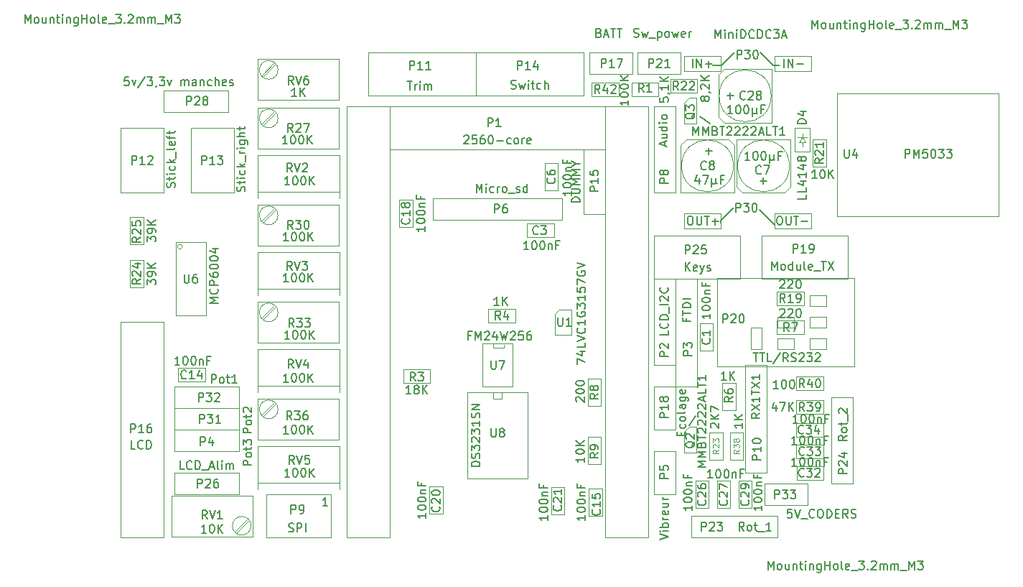
<source format=gbr>
G04 #@! TF.GenerationSoftware,KiCad,Pcbnew,(5.0.2)-1*
G04 #@! TF.CreationDate,2019-09-02T11:04:33+02:00*
G04 #@! TF.ProjectId,Mega_2560 core mini_full_2.2,4d656761-5f32-4353-9630-20636f726520,2.2*
G04 #@! TF.SameCoordinates,Original*
G04 #@! TF.FileFunction,Other,Fab,Top*
%FSLAX46Y46*%
G04 Gerber Fmt 4.6, Leading zero omitted, Abs format (unit mm)*
G04 Created by KiCad (PCBNEW (5.0.2)-1) date 02/09/2019 11:04:33*
%MOMM*%
%LPD*%
G01*
G04 APERTURE LIST*
%ADD10C,0.150000*%
%ADD11C,0.200000*%
%ADD12C,0.100000*%
%ADD13C,0.120000*%
%ADD14C,0.105000*%
G04 APERTURE END LIST*
D10*
X208503520Y-107091480D02*
X209265520Y-105948480D01*
X209773520Y-70642480D02*
X210916520Y-71531480D01*
D11*
X165863234Y-116560860D02*
X165291805Y-116560860D01*
X165577520Y-116560860D02*
X165577520Y-115560860D01*
X165482281Y-115703718D01*
X165387043Y-115798956D01*
X165291805Y-115846575D01*
D10*
X212186520Y-82961480D02*
X212186520Y-83215480D01*
X213710520Y-81437480D02*
X212186520Y-82961480D01*
X216758520Y-81691480D02*
X218536520Y-83469480D01*
X214020234Y-81889860D02*
X214020234Y-80889860D01*
X214401186Y-80889860D01*
X214496424Y-80937480D01*
X214544043Y-80985099D01*
X214591662Y-81080337D01*
X214591662Y-81223194D01*
X214544043Y-81318432D01*
X214496424Y-81366051D01*
X214401186Y-81413670D01*
X214020234Y-81413670D01*
X214924996Y-80889860D02*
X215544043Y-80889860D01*
X215210710Y-81270813D01*
X215353567Y-81270813D01*
X215448805Y-81318432D01*
X215496424Y-81366051D01*
X215544043Y-81461289D01*
X215544043Y-81699384D01*
X215496424Y-81794622D01*
X215448805Y-81842241D01*
X215353567Y-81889860D01*
X215067853Y-81889860D01*
X214972615Y-81842241D01*
X214924996Y-81794622D01*
X216163091Y-80889860D02*
X216258329Y-80889860D01*
X216353567Y-80937480D01*
X216401186Y-80985099D01*
X216448805Y-81080337D01*
X216496424Y-81270813D01*
X216496424Y-81508908D01*
X216448805Y-81699384D01*
X216401186Y-81794622D01*
X216353567Y-81842241D01*
X216258329Y-81889860D01*
X216163091Y-81889860D01*
X216067853Y-81842241D01*
X216020234Y-81794622D01*
X215972615Y-81699384D01*
X215924996Y-81508908D01*
X215924996Y-81270813D01*
X215972615Y-81080337D01*
X216020234Y-80985099D01*
X216067853Y-80937480D01*
X216163091Y-80889860D01*
X218409520Y-64673480D02*
X219171520Y-64673480D01*
X216885520Y-63149480D02*
X218409520Y-64673480D01*
X212313520Y-64673480D02*
X211297520Y-64673480D01*
X213837520Y-63149480D02*
X212313520Y-64673480D01*
D12*
G04 #@! TO.C,R23*
X212478520Y-107904480D02*
X212478520Y-111104480D01*
X212478520Y-111104480D02*
X210878520Y-111104480D01*
X210878520Y-111104480D02*
X210878520Y-107904480D01*
X210878520Y-107904480D02*
X212478520Y-107904480D01*
G04 #@! TO.C,P15*
X196057520Y-74579480D02*
X196057520Y-82199480D01*
X196057520Y-82199480D02*
X198597520Y-82199480D01*
X198597520Y-82199480D02*
X198597520Y-74579480D01*
X198597520Y-74579480D02*
X196057520Y-74579480D01*
G04 #@! TO.C,R21*
X223070520Y-73360480D02*
X224670520Y-73360480D01*
X223070520Y-76560480D02*
X223070520Y-73360480D01*
X224670520Y-76560480D02*
X223070520Y-76560480D01*
X224670520Y-73360480D02*
X224670520Y-76560480D01*
G04 #@! TO.C,RV1*
X156827520Y-118895480D02*
G75*
G03X156827520Y-118895480I-1095000J0D01*
G01*
X157007520Y-120169480D02*
X157007520Y-115339480D01*
X157007520Y-115339480D02*
X147477520Y-115339480D01*
X147477520Y-115339480D02*
X147477520Y-120169480D01*
X147477520Y-120169480D02*
X157007520Y-120169480D01*
X154901520Y-119591480D02*
X156428520Y-118064480D01*
X155035520Y-119725480D02*
X156562520Y-118198480D01*
G04 #@! TO.C,P3*
X206852520Y-89819480D02*
X206852520Y-102519480D01*
X206852520Y-102519480D02*
X209392520Y-102519480D01*
X209392520Y-102519480D02*
X209392520Y-89819480D01*
X209392520Y-89819480D02*
X206852520Y-89819480D01*
D13*
G04 #@! TO.C,P1*
X173197520Y-74579480D02*
X173197520Y-69499480D01*
X198597520Y-74579480D02*
X198597520Y-69499480D01*
X168117520Y-120299480D02*
X173197520Y-120299480D01*
X173197520Y-120299480D02*
X173197520Y-74579480D01*
X173197520Y-74579480D02*
X198597520Y-74579480D01*
X198597520Y-74579480D02*
X198597520Y-120299480D01*
X198597520Y-120299480D02*
X203677520Y-120299480D01*
X203677520Y-69499480D02*
X168117520Y-69499480D01*
X168117520Y-69499480D02*
X168117520Y-120299480D01*
X203677520Y-120299480D02*
X203677520Y-69499480D01*
G04 #@! TO.C,U4*
X225902520Y-82453480D02*
X225902520Y-67975480D01*
X244952520Y-82453480D02*
X244952520Y-67975480D01*
X244952520Y-67975480D02*
X225902520Y-67975480D01*
X225902520Y-82453480D02*
X244952520Y-82453480D01*
D12*
G04 #@! TO.C,R22*
X206268520Y-67886480D02*
X206268520Y-66286480D01*
X209468520Y-67886480D02*
X206268520Y-67886480D01*
X209468520Y-66286480D02*
X209468520Y-67886480D01*
X206268520Y-66286480D02*
X209468520Y-66286480D01*
G04 #@! TO.C,D4*
X221838520Y-73686480D02*
X221838520Y-74186480D01*
X221438520Y-73686480D02*
X221838520Y-73086480D01*
X222238520Y-73686480D02*
X221438520Y-73686480D01*
X221838520Y-73086480D02*
X222238520Y-73686480D01*
X221838520Y-73086480D02*
X221288520Y-73086480D01*
X221838520Y-73086480D02*
X222388520Y-73086480D01*
X221838520Y-72686480D02*
X221838520Y-73086480D01*
X220938520Y-72036480D02*
X222738520Y-72036480D01*
X220938520Y-74836480D02*
X220938520Y-72036480D01*
X222738520Y-74836480D02*
X220938520Y-74836480D01*
X222738520Y-72036480D02*
X222738520Y-74836480D01*
D13*
G04 #@! TO.C,P30*
X218536520Y-82072480D02*
X218536520Y-83850480D01*
X218536520Y-83850480D02*
X222854520Y-83850480D01*
X222854520Y-83850480D02*
X222854520Y-82072480D01*
X222854520Y-82072480D02*
X218536520Y-82072480D01*
X207868520Y-82072480D02*
X207868520Y-83850480D01*
X207868520Y-83850480D02*
X212186520Y-83850480D01*
X212186520Y-83850480D02*
X212186520Y-82072480D01*
X212186520Y-82072480D02*
X207868520Y-82072480D01*
X218536520Y-63530480D02*
X218536520Y-65308480D01*
X218536520Y-65308480D02*
X222854520Y-65308480D01*
X222854520Y-65308480D02*
X222854520Y-63530480D01*
X222854520Y-63530480D02*
X218536520Y-63530480D01*
X207868520Y-63530480D02*
X207868520Y-65308480D01*
X207868520Y-65308480D02*
X212186520Y-65308480D01*
X212186520Y-65308480D02*
X212186520Y-63530480D01*
X212186520Y-63530480D02*
X207868520Y-63530480D01*
D12*
G04 #@! TO.C,P8*
X204312520Y-69499480D02*
X204312520Y-79659480D01*
X204312520Y-79659480D02*
X206852520Y-79659480D01*
X206852520Y-79659480D02*
X206852520Y-69499480D01*
X206852520Y-69499480D02*
X204312520Y-69499480D01*
G04 #@! TO.C,Q2*
X207930520Y-107792480D02*
X207930520Y-110242480D01*
X208480520Y-107222480D02*
X209330520Y-107222480D01*
X207930520Y-107792480D02*
X208480520Y-107222480D01*
X209330520Y-107222480D02*
X209330520Y-110262480D01*
X207930520Y-110262480D02*
X209330520Y-110262480D01*
G04 #@! TO.C,R19*
X222041520Y-91305480D02*
X222041520Y-92905480D01*
X218841520Y-91305480D02*
X222041520Y-91305480D01*
X218841520Y-92905480D02*
X218841520Y-91305480D01*
X222041520Y-92905480D02*
X218841520Y-92905480D01*
G04 #@! TO.C,R7*
X222041520Y-94734480D02*
X222041520Y-96334480D01*
X218841520Y-94734480D02*
X222041520Y-94734480D01*
X218841520Y-96334480D02*
X218841520Y-94734480D01*
X222041520Y-96334480D02*
X218841520Y-96334480D01*
G04 #@! TO.C,P33*
X217393520Y-116489480D02*
X222473520Y-116489480D01*
X222473520Y-116489480D02*
X222473520Y-113949480D01*
X222473520Y-113949480D02*
X217393520Y-113949480D01*
X217393520Y-113949480D02*
X217393520Y-116489480D01*
G04 #@! TO.C,C1*
X211335520Y-98277480D02*
X209735520Y-98277480D01*
X211335520Y-95077480D02*
X211335520Y-98277480D01*
X209735520Y-95077480D02*
X211335520Y-95077480D01*
X209735520Y-98277480D02*
X209735520Y-95077480D01*
G04 #@! TO.C,R42*
X196997520Y-68267480D02*
X196997520Y-66667480D01*
X200197520Y-68267480D02*
X196997520Y-68267480D01*
X200197520Y-66667480D02*
X200197520Y-68267480D01*
X196997520Y-66667480D02*
X200197520Y-66667480D01*
G04 #@! TO.C,C33*
X224327520Y-109339480D02*
X224327520Y-110939480D01*
X221127520Y-109339480D02*
X224327520Y-109339480D01*
X221127520Y-110939480D02*
X221127520Y-109339480D01*
X224327520Y-110939480D02*
X221127520Y-110939480D01*
G04 #@! TO.C,C34*
X224327520Y-106799480D02*
X224327520Y-108399480D01*
X221127520Y-106799480D02*
X224327520Y-106799480D01*
X221127520Y-108399480D02*
X221127520Y-106799480D01*
X224327520Y-108399480D02*
X221127520Y-108399480D01*
G04 #@! TO.C,R39*
X221127520Y-105732480D02*
X221127520Y-104132480D01*
X224327520Y-105732480D02*
X221127520Y-105732480D01*
X224327520Y-104132480D02*
X224327520Y-105732480D01*
X221127520Y-104132480D02*
X224327520Y-104132480D01*
G04 #@! TO.C,R40*
X221127520Y-102938480D02*
X221127520Y-101338480D01*
X224327520Y-102938480D02*
X221127520Y-102938480D01*
X224327520Y-101338480D02*
X224327520Y-102938480D01*
X221127520Y-101338480D02*
X224327520Y-101338480D01*
G04 #@! TO.C,P24*
X227807520Y-113949480D02*
X227807520Y-103789480D01*
X227807520Y-103789480D02*
X225267520Y-103789480D01*
X225267520Y-103789480D02*
X225267520Y-113949480D01*
X225267520Y-113949480D02*
X227807520Y-113949480D01*
G04 #@! TO.C,P23*
X208757520Y-120299480D02*
X218917520Y-120299480D01*
X218917520Y-120299480D02*
X218917520Y-117759480D01*
X218917520Y-117759480D02*
X208757520Y-117759480D01*
X208757520Y-117759480D02*
X208757520Y-120299480D01*
G04 #@! TO.C,C29*
X215907520Y-116819480D02*
X214307520Y-116819480D01*
X215907520Y-113619480D02*
X215907520Y-116819480D01*
X214307520Y-113619480D02*
X215907520Y-113619480D01*
X214307520Y-116819480D02*
X214307520Y-113619480D01*
G04 #@! TO.C,C27*
X213367520Y-116819480D02*
X211767520Y-116819480D01*
X213367520Y-113619480D02*
X213367520Y-116819480D01*
X211767520Y-113619480D02*
X213367520Y-113619480D01*
X211767520Y-116819480D02*
X211767520Y-113619480D01*
G04 #@! TO.C,C26*
X210827520Y-116819480D02*
X209227520Y-116819480D01*
X210827520Y-113619480D02*
X210827520Y-116819480D01*
X209227520Y-113619480D02*
X210827520Y-113619480D01*
X209227520Y-116819480D02*
X209227520Y-113619480D01*
G04 #@! TO.C,P5*
X204312520Y-110139480D02*
X204312520Y-115219480D01*
X204312520Y-115219480D02*
X206852520Y-115219480D01*
X206852520Y-115219480D02*
X206852520Y-110139480D01*
X206852520Y-110139480D02*
X204312520Y-110139480D01*
G04 #@! TO.C,R6*
X214002520Y-105262480D02*
X212402520Y-105262480D01*
X214002520Y-102062480D02*
X214002520Y-105262480D01*
X212402520Y-102062480D02*
X214002520Y-102062480D01*
X212402520Y-105262480D02*
X212402520Y-102062480D01*
G04 #@! TO.C,P18*
X204312520Y-102519480D02*
X204312520Y-107599480D01*
X204312520Y-107599480D02*
X206852520Y-107599480D01*
X206852520Y-107599480D02*
X206852520Y-102519480D01*
X206852520Y-102519480D02*
X204312520Y-102519480D01*
G04 #@! TO.C,P2*
X204312520Y-89819480D02*
X204312520Y-99979480D01*
X204312520Y-99979480D02*
X206852520Y-99979480D01*
X206852520Y-99979480D02*
X206852520Y-89819480D01*
X206852520Y-89819480D02*
X204312520Y-89819480D01*
D13*
G04 #@! TO.C,P20*
X211805520Y-100106480D02*
X227934520Y-100106480D01*
X227934520Y-100106480D02*
X227934520Y-89692480D01*
X227934520Y-89692480D02*
X211805520Y-89692480D01*
X211805520Y-89692480D02*
X211805520Y-100106480D01*
X217012520Y-98074480D02*
X217012520Y-95534480D01*
X217012520Y-95534480D02*
X215742520Y-95534480D01*
X215742520Y-95534480D02*
X215742520Y-98074480D01*
X215742520Y-98074480D02*
X217012520Y-98074480D01*
X220822520Y-95534480D02*
X218917520Y-95534480D01*
X218917520Y-95534480D02*
X218917520Y-94264480D01*
X218917520Y-94264480D02*
X220822520Y-94264480D01*
X220822520Y-94264480D02*
X220822520Y-95534480D01*
X220822520Y-96804480D02*
X220822520Y-98074480D01*
X220822520Y-98074480D02*
X218917520Y-98074480D01*
X218917520Y-98074480D02*
X218917520Y-96804480D01*
X218917520Y-96804480D02*
X220822520Y-96804480D01*
X224632520Y-92994480D02*
X222727520Y-92994480D01*
X222727520Y-92994480D02*
X222727520Y-91724480D01*
X222727520Y-91724480D02*
X224632520Y-91724480D01*
X224632520Y-91724480D02*
X224632520Y-92994480D01*
X224632520Y-95534480D02*
X224632520Y-94264480D01*
X224632520Y-94264480D02*
X222727520Y-94264480D01*
X222727520Y-94264480D02*
X222727520Y-95534480D01*
X222727520Y-95534480D02*
X224632520Y-95534480D01*
X224632520Y-96804480D02*
X224632520Y-98074480D01*
X224632520Y-98074480D02*
X222727520Y-98074480D01*
X224632520Y-96804480D02*
X222727520Y-96804480D01*
X222727520Y-96804480D02*
X222727520Y-98074480D01*
D12*
G04 #@! TO.C,R1*
X201696520Y-68267480D02*
X201696520Y-66667480D01*
X204896520Y-68267480D02*
X201696520Y-68267480D01*
X204896520Y-66667480D02*
X204896520Y-68267480D01*
X201696520Y-66667480D02*
X204896520Y-66667480D01*
G04 #@! TO.C,P21*
X202407520Y-65689480D02*
X207487520Y-65689480D01*
X207487520Y-65689480D02*
X207487520Y-63149480D01*
X207487520Y-63149480D02*
X202407520Y-63149480D01*
X202407520Y-63149480D02*
X202407520Y-65689480D01*
G04 #@! TO.C,P17*
X196692520Y-65689480D02*
X201772520Y-65689480D01*
X201772520Y-65689480D02*
X201772520Y-63149480D01*
X201772520Y-63149480D02*
X196692520Y-63149480D01*
X196692520Y-63149480D02*
X196692520Y-65689480D01*
G04 #@! TO.C,P6*
X178277520Y-82834480D02*
X193517520Y-82834480D01*
X193517520Y-82834480D02*
X193517520Y-80294480D01*
X193517520Y-80294480D02*
X178277520Y-80294480D01*
X178277520Y-80294480D02*
X178277520Y-82834480D01*
G04 #@! TO.C,C15*
X196654520Y-114508480D02*
X198254520Y-114508480D01*
X196654520Y-117708480D02*
X196654520Y-114508480D01*
X198254520Y-117708480D02*
X196654520Y-117708480D01*
X198254520Y-114508480D02*
X198254520Y-117708480D01*
G04 #@! TO.C,C21*
X193809520Y-117581480D02*
X192209520Y-117581480D01*
X193809520Y-114381480D02*
X193809520Y-117581480D01*
X192209520Y-114381480D02*
X193809520Y-114381480D01*
X192209520Y-117581480D02*
X192209520Y-114381480D01*
G04 #@! TO.C,C20*
X179458520Y-117454480D02*
X177858520Y-117454480D01*
X179458520Y-114254480D02*
X179458520Y-117454480D01*
X177858520Y-114254480D02*
X179458520Y-114254480D01*
X177858520Y-117454480D02*
X177858520Y-114254480D01*
D13*
G04 #@! TO.C,U8*
X186405520Y-103154480D02*
X186405520Y-103916480D01*
X186405520Y-103916480D02*
X185389520Y-103916480D01*
X185389520Y-103916480D02*
X185389520Y-103154480D01*
X182341520Y-103154480D02*
X182341520Y-113314480D01*
X182341520Y-113314480D02*
X189453520Y-113314480D01*
X189453520Y-113314480D02*
X189453520Y-103154480D01*
X189453520Y-103154480D02*
X182341520Y-103154480D01*
D12*
G04 #@! TO.C,R9*
X198127520Y-111612480D02*
X196527520Y-111612480D01*
X198127520Y-108412480D02*
X198127520Y-111612480D01*
X196527520Y-108412480D02*
X198127520Y-108412480D01*
X196527520Y-111612480D02*
X196527520Y-108412480D01*
G04 #@! TO.C,R8*
X198127520Y-104754480D02*
X196527520Y-104754480D01*
X198127520Y-101554480D02*
X198127520Y-104754480D01*
X196527520Y-101554480D02*
X198127520Y-101554480D01*
X196527520Y-104754480D02*
X196527520Y-101554480D01*
G04 #@! TO.C,R3*
X177972520Y-100449480D02*
X177972520Y-102049480D01*
X174772520Y-100449480D02*
X177972520Y-100449480D01*
X174772520Y-102049480D02*
X174772520Y-100449480D01*
X177972520Y-102049480D02*
X174772520Y-102049480D01*
D13*
G04 #@! TO.C,U7*
X186659520Y-97566480D02*
X186659520Y-97947480D01*
X186659520Y-97947480D02*
X185389520Y-97947480D01*
X185389520Y-97947480D02*
X185389520Y-97439480D01*
X184119520Y-97439480D02*
X184119520Y-102519480D01*
X184119520Y-102519480D02*
X187675520Y-102519480D01*
X187675520Y-102519480D02*
X187675520Y-97439480D01*
X187675520Y-97439480D02*
X184119520Y-97439480D01*
G04 #@! TO.C,U1*
X192644520Y-96399480D02*
X194644520Y-96399480D01*
X194644520Y-96399480D02*
X194644520Y-93399480D01*
X194644520Y-93399480D02*
X193144520Y-93399480D01*
X193144520Y-93399480D02*
X192644520Y-93899480D01*
X192644520Y-93899480D02*
X192644520Y-96399480D01*
D12*
G04 #@! TO.C,R4*
X188005520Y-93337480D02*
X188005520Y-94937480D01*
X184805520Y-93337480D02*
X188005520Y-93337480D01*
X184805520Y-94937480D02*
X184805520Y-93337480D01*
X188005520Y-94937480D02*
X184805520Y-94937480D01*
G04 #@! TO.C,P28*
X146527520Y-70134480D02*
X154147520Y-70134480D01*
X154147520Y-70134480D02*
X154147520Y-67594480D01*
X154147520Y-67594480D02*
X146527520Y-67594480D01*
X146527520Y-67594480D02*
X146527520Y-70134480D01*
G04 #@! TO.C,P13*
X149702520Y-72039480D02*
X149702520Y-79659480D01*
X149702520Y-79659480D02*
X154782520Y-79659480D01*
X154782520Y-79659480D02*
X154782520Y-72039480D01*
X154782520Y-72039480D02*
X149702520Y-72039480D01*
G04 #@! TO.C,P12*
X141447520Y-72039480D02*
X141447520Y-79659480D01*
X141447520Y-79659480D02*
X146527520Y-79659480D01*
X146527520Y-79659480D02*
X146527520Y-72039480D01*
X146527520Y-72039480D02*
X141447520Y-72039480D01*
G04 #@! TO.C,R25*
X144152520Y-85704480D02*
X142552520Y-85704480D01*
X144152520Y-82504480D02*
X144152520Y-85704480D01*
X142552520Y-82504480D02*
X144152520Y-82504480D01*
X142552520Y-85704480D02*
X142552520Y-82504480D01*
G04 #@! TO.C,R24*
X144152520Y-90784480D02*
X142552520Y-90784480D01*
X144152520Y-87584480D02*
X144152520Y-90784480D01*
X142552520Y-87584480D02*
X144152520Y-87584480D01*
X142552520Y-90784480D02*
X142552520Y-87584480D01*
G04 #@! TO.C,P16*
X146527520Y-120299480D02*
X146527520Y-94899480D01*
X146527520Y-94899480D02*
X141447520Y-94899480D01*
X141447520Y-94899480D02*
X141447520Y-120299480D01*
X141447520Y-120299480D02*
X146527520Y-120299480D01*
G04 #@! TO.C,C14*
X151429520Y-100322480D02*
X151429520Y-101922480D01*
X148229520Y-100322480D02*
X151429520Y-100322480D01*
X148229520Y-101922480D02*
X148229520Y-100322480D01*
X151429520Y-101922480D02*
X148229520Y-101922480D01*
G04 #@! TO.C,P32*
X155417520Y-102519480D02*
X147797520Y-102519480D01*
X147797520Y-102519480D02*
X147797520Y-105059480D01*
X147797520Y-105059480D02*
X155417520Y-105059480D01*
X155417520Y-105059480D02*
X155417520Y-102519480D01*
G04 #@! TO.C,P31*
X155417520Y-105059480D02*
X147797520Y-105059480D01*
X147797520Y-105059480D02*
X147797520Y-107599480D01*
X147797520Y-107599480D02*
X155417520Y-107599480D01*
X155417520Y-107599480D02*
X155417520Y-105059480D01*
G04 #@! TO.C,P4*
X155417520Y-107599480D02*
X147797520Y-107599480D01*
X147797520Y-107599480D02*
X147797520Y-110139480D01*
X147797520Y-110139480D02*
X155417520Y-110139480D01*
X155417520Y-110139480D02*
X155417520Y-107599480D01*
G04 #@! TO.C,P26*
X155417520Y-112679480D02*
X147797520Y-112679480D01*
X147797520Y-112679480D02*
X147797520Y-115219480D01*
X147797520Y-115219480D02*
X155417520Y-115219480D01*
X155417520Y-115219480D02*
X155417520Y-112679480D01*
G04 #@! TO.C,P9*
X166212520Y-115219480D02*
X158592520Y-115219480D01*
X158592520Y-115219480D02*
X158592520Y-120299480D01*
X158592520Y-120299480D02*
X166212520Y-120299480D01*
X166212520Y-120299480D02*
X166212520Y-115219480D01*
D13*
G04 #@! TO.C,RV5*
X157576520Y-113822480D02*
X167228520Y-113822480D01*
X167228520Y-114584480D02*
X167228520Y-109504480D01*
X167228520Y-109504480D02*
X157576520Y-109504480D01*
X157576520Y-109504480D02*
X157576520Y-114584480D01*
D12*
G04 #@! TO.C,R36*
X160002520Y-105179480D02*
G75*
G03X160002520Y-105179480I-1095000J0D01*
G01*
X167167520Y-108739480D02*
X167167520Y-103909480D01*
X167167520Y-103909480D02*
X157637520Y-103909480D01*
X157637520Y-103909480D02*
X157637520Y-108739480D01*
X157637520Y-108739480D02*
X167167520Y-108739480D01*
X158076520Y-105875480D02*
X159603520Y-104348480D01*
X158210520Y-106009480D02*
X159737520Y-104482480D01*
D13*
G04 #@! TO.C,RV4*
X157576520Y-102392480D02*
X167228520Y-102392480D01*
X167228520Y-103154480D02*
X167228520Y-98074480D01*
X167228520Y-98074480D02*
X157576520Y-98074480D01*
X157576520Y-98074480D02*
X157576520Y-103154480D01*
D12*
G04 #@! TO.C,R33*
X160002520Y-93749480D02*
G75*
G03X160002520Y-93749480I-1095000J0D01*
G01*
X167167520Y-97309480D02*
X167167520Y-92479480D01*
X167167520Y-92479480D02*
X157637520Y-92479480D01*
X157637520Y-92479480D02*
X157637520Y-97309480D01*
X157637520Y-97309480D02*
X167167520Y-97309480D01*
X158076520Y-94445480D02*
X159603520Y-92918480D01*
X158210520Y-94579480D02*
X159737520Y-93052480D01*
D13*
G04 #@! TO.C,RV3*
X157576520Y-90962480D02*
X167228520Y-90962480D01*
X167228520Y-91724480D02*
X167228520Y-86644480D01*
X167228520Y-86644480D02*
X157576520Y-86644480D01*
X157576520Y-86644480D02*
X157576520Y-91724480D01*
D12*
G04 #@! TO.C,R30*
X160002520Y-82319480D02*
G75*
G03X160002520Y-82319480I-1095000J0D01*
G01*
X167167520Y-85879480D02*
X167167520Y-81049480D01*
X167167520Y-81049480D02*
X157637520Y-81049480D01*
X157637520Y-81049480D02*
X157637520Y-85879480D01*
X157637520Y-85879480D02*
X167167520Y-85879480D01*
X158076520Y-83015480D02*
X159603520Y-81488480D01*
X158210520Y-83149480D02*
X159737520Y-81622480D01*
G04 #@! TO.C,R27*
X160002520Y-70889480D02*
G75*
G03X160002520Y-70889480I-1095000J0D01*
G01*
X167167520Y-74449480D02*
X167167520Y-69619480D01*
X167167520Y-69619480D02*
X157637520Y-69619480D01*
X157637520Y-69619480D02*
X157637520Y-74449480D01*
X157637520Y-74449480D02*
X167167520Y-74449480D01*
X158076520Y-71585480D02*
X159603520Y-70058480D01*
X158210520Y-71719480D02*
X159737520Y-70192480D01*
D13*
G04 #@! TO.C,RV2*
X157576520Y-79532480D02*
X167228520Y-79532480D01*
X167228520Y-80294480D02*
X167228520Y-75214480D01*
X167228520Y-75214480D02*
X157576520Y-75214480D01*
X157576520Y-75214480D02*
X157576520Y-80294480D01*
D12*
G04 #@! TO.C,RV6*
X160002520Y-65174480D02*
G75*
G03X160002520Y-65174480I-1095000J0D01*
G01*
X167167520Y-68734480D02*
X167167520Y-63904480D01*
X167167520Y-63904480D02*
X157637520Y-63904480D01*
X157637520Y-63904480D02*
X157637520Y-68734480D01*
X157637520Y-68734480D02*
X167167520Y-68734480D01*
X158076520Y-65870480D02*
X159603520Y-64343480D01*
X158210520Y-66004480D02*
X159737520Y-64477480D01*
G04 #@! TO.C,C18*
X175902520Y-83672480D02*
X174302520Y-83672480D01*
X175902520Y-80472480D02*
X175902520Y-83672480D01*
X174302520Y-80472480D02*
X175902520Y-80472480D01*
X174302520Y-83672480D02*
X174302520Y-80472480D01*
G04 #@! TO.C,C3*
X192577520Y-83304480D02*
X192577520Y-84904480D01*
X189377520Y-83304480D02*
X192577520Y-83304480D01*
X189377520Y-84904480D02*
X189377520Y-83304480D01*
X192577520Y-84904480D02*
X189377520Y-84904480D01*
G04 #@! TO.C,P25*
X204312520Y-89819480D02*
X214472520Y-89819480D01*
X214472520Y-89819480D02*
X214472520Y-84739480D01*
X214472520Y-84739480D02*
X204312520Y-84739480D01*
X204312520Y-84739480D02*
X204312520Y-89819480D01*
G04 #@! TO.C,P11*
X170657520Y-68229480D02*
X183357520Y-68229480D01*
X183357520Y-68229480D02*
X183357520Y-63149480D01*
X183357520Y-63149480D02*
X170657520Y-63149480D01*
X170657520Y-63149480D02*
X170657520Y-68229480D01*
G04 #@! TO.C,P14*
X183357520Y-68229480D02*
X196057520Y-68229480D01*
X196057520Y-68229480D02*
X196057520Y-63149480D01*
X196057520Y-63149480D02*
X183357520Y-63149480D01*
X183357520Y-63149480D02*
X183357520Y-68229480D01*
G04 #@! TO.C,P19*
X217012520Y-89819480D02*
X227172520Y-89819480D01*
X227172520Y-89819480D02*
X227172520Y-84739480D01*
X227172520Y-84739480D02*
X217012520Y-84739480D01*
X217012520Y-84739480D02*
X217012520Y-89819480D01*
G04 #@! TO.C,C28*
X218166932Y-68229480D02*
G75*
G03X218166932Y-68229480I-3059412J0D01*
G01*
X218257520Y-71379480D02*
X218257520Y-65079480D01*
X212627520Y-71379480D02*
X218257520Y-71379480D01*
X211957520Y-70709480D02*
X212627520Y-71379480D01*
X211957520Y-65749480D02*
X211957520Y-70709480D01*
X212627520Y-65079480D02*
X211957520Y-65749480D01*
X218257520Y-65079480D02*
X212627520Y-65079480D01*
G04 #@! TO.C,C6*
X193047520Y-79354480D02*
X191447520Y-79354480D01*
X193047520Y-76154480D02*
X193047520Y-79354480D01*
X191447520Y-76154480D02*
X193047520Y-76154480D01*
X191447520Y-79354480D02*
X191447520Y-76154480D01*
G04 #@! TO.C,C7*
X220325932Y-76484480D02*
G75*
G03X220325932Y-76484480I-3059412J0D01*
G01*
X220416520Y-73334480D02*
X214116520Y-73334480D01*
X220416520Y-78964480D02*
X220416520Y-73334480D01*
X219746520Y-79634480D02*
X220416520Y-78964480D01*
X214786520Y-79634480D02*
X219746520Y-79634480D01*
X214116520Y-78964480D02*
X214786520Y-79634480D01*
X214116520Y-73334480D02*
X214116520Y-78964480D01*
G04 #@! TO.C,C8*
X213721932Y-76484480D02*
G75*
G03X213721932Y-76484480I-3059412J0D01*
G01*
X207512520Y-79634480D02*
X213812520Y-79634480D01*
X207512520Y-74004480D02*
X207512520Y-79634480D01*
X208182520Y-73334480D02*
X207512520Y-74004480D01*
X213142520Y-73334480D02*
X208182520Y-73334480D01*
X213812520Y-74004480D02*
X213142520Y-73334480D01*
X213812520Y-79634480D02*
X213812520Y-74004480D01*
D13*
G04 #@! TO.C,U6*
X148716501Y-86009480D02*
G75*
G03X148716501Y-86009480I-283981J0D01*
G01*
X147924520Y-85501480D02*
X147924520Y-94137480D01*
X147924520Y-94137480D02*
X151480520Y-94137480D01*
X151480520Y-94137480D02*
X151480520Y-85501480D01*
X151480520Y-85501480D02*
X147924520Y-85501480D01*
D12*
G04 #@! TO.C,Q3*
X207930520Y-69057480D02*
X207930520Y-71507480D01*
X208480520Y-68487480D02*
X209330520Y-68487480D01*
X207930520Y-69057480D02*
X208480520Y-68487480D01*
X209330520Y-68487480D02*
X209330520Y-71527480D01*
X207930520Y-71527480D02*
X209330520Y-71527480D01*
G04 #@! TO.C,C32*
X224367020Y-111879480D02*
X224367020Y-113479480D01*
X221167020Y-111879480D02*
X224367020Y-111879480D01*
X221167020Y-113479480D02*
X221167020Y-111879480D01*
X224367020Y-113479480D02*
X221167020Y-113479480D01*
G04 #@! TO.C,P10*
X215107520Y-99979480D02*
X215107520Y-112679480D01*
X215107520Y-112679480D02*
X217647520Y-112679480D01*
X217647520Y-112679480D02*
X217647520Y-99979480D01*
X217647520Y-99979480D02*
X215107520Y-99979480D01*
G04 #@! TO.C,R38*
X214891520Y-111104480D02*
X213291520Y-111104480D01*
X214891520Y-107904480D02*
X214891520Y-111104480D01*
X213291520Y-107904480D02*
X214891520Y-107904480D01*
X213291520Y-111104480D02*
X213291520Y-107904480D01*
G04 #@! TD*
G04 #@! TO.C,R23*
D10*
X211099139Y-107337384D02*
X211051520Y-107289765D01*
X211003900Y-107194527D01*
X211003900Y-106956432D01*
X211051520Y-106861194D01*
X211099139Y-106813575D01*
X211194377Y-106765956D01*
X211289615Y-106765956D01*
X211432472Y-106813575D01*
X212003900Y-107385003D01*
X212003900Y-106765956D01*
X212003900Y-106337384D02*
X211003900Y-106337384D01*
X212003900Y-105765956D02*
X211432472Y-106194527D01*
X211003900Y-105765956D02*
X211575329Y-106337384D01*
X211003900Y-105432622D02*
X211003900Y-104765956D01*
X212003900Y-105194527D01*
D14*
X211995186Y-109954480D02*
X211661853Y-110187813D01*
X211995186Y-110354480D02*
X211295186Y-110354480D01*
X211295186Y-110087813D01*
X211328520Y-110021146D01*
X211361853Y-109987813D01*
X211428520Y-109954480D01*
X211528520Y-109954480D01*
X211595186Y-109987813D01*
X211628520Y-110021146D01*
X211661853Y-110087813D01*
X211661853Y-110354480D01*
X211361853Y-109687813D02*
X211328520Y-109654480D01*
X211295186Y-109587813D01*
X211295186Y-109421146D01*
X211328520Y-109354480D01*
X211361853Y-109321146D01*
X211428520Y-109287813D01*
X211495186Y-109287813D01*
X211595186Y-109321146D01*
X211995186Y-109721146D01*
X211995186Y-109287813D01*
X211295186Y-109054480D02*
X211295186Y-108621146D01*
X211561853Y-108854480D01*
X211561853Y-108754480D01*
X211595186Y-108687813D01*
X211628520Y-108654480D01*
X211695186Y-108621146D01*
X211861853Y-108621146D01*
X211928520Y-108654480D01*
X211961853Y-108687813D01*
X211995186Y-108754480D01*
X211995186Y-108954480D01*
X211961853Y-109021146D01*
X211928520Y-109054480D01*
G04 #@! TO.C,P15*
D10*
X195620900Y-80746622D02*
X194620900Y-80746622D01*
X194620900Y-80508527D01*
X194668520Y-80365670D01*
X194763758Y-80270432D01*
X194858996Y-80222813D01*
X195049472Y-80175194D01*
X195192329Y-80175194D01*
X195382805Y-80222813D01*
X195478043Y-80270432D01*
X195573281Y-80365670D01*
X195620900Y-80508527D01*
X195620900Y-80746622D01*
X194620900Y-79746622D02*
X195430424Y-79746622D01*
X195525662Y-79699003D01*
X195573281Y-79651384D01*
X195620900Y-79556146D01*
X195620900Y-79365670D01*
X195573281Y-79270432D01*
X195525662Y-79222813D01*
X195430424Y-79175194D01*
X194620900Y-79175194D01*
X195620900Y-78699003D02*
X194620900Y-78699003D01*
X195335186Y-78365670D01*
X194620900Y-78032337D01*
X195620900Y-78032337D01*
X195620900Y-77556146D02*
X194620900Y-77556146D01*
X195335186Y-77222813D01*
X194620900Y-76889480D01*
X195620900Y-76889480D01*
X195144710Y-76222813D02*
X195620900Y-76222813D01*
X194620900Y-76556146D02*
X195144710Y-76222813D01*
X194620900Y-75889480D01*
X197779900Y-79476765D02*
X196779900Y-79476765D01*
X196779900Y-79095813D01*
X196827520Y-79000575D01*
X196875139Y-78952956D01*
X196970377Y-78905337D01*
X197113234Y-78905337D01*
X197208472Y-78952956D01*
X197256091Y-79000575D01*
X197303710Y-79095813D01*
X197303710Y-79476765D01*
X197779900Y-77952956D02*
X197779900Y-78524384D01*
X197779900Y-78238670D02*
X196779900Y-78238670D01*
X196922758Y-78333908D01*
X197017996Y-78429146D01*
X197065615Y-78524384D01*
X196779900Y-77048194D02*
X196779900Y-77524384D01*
X197256091Y-77572003D01*
X197208472Y-77524384D01*
X197160853Y-77429146D01*
X197160853Y-77191051D01*
X197208472Y-77095813D01*
X197256091Y-77048194D01*
X197351329Y-77000575D01*
X197589424Y-77000575D01*
X197684662Y-77048194D01*
X197732281Y-77095813D01*
X197779900Y-77191051D01*
X197779900Y-77429146D01*
X197732281Y-77524384D01*
X197684662Y-77572003D01*
G04 #@! TO.C,R21*
X223561043Y-77952860D02*
X222989615Y-77952860D01*
X223275329Y-77952860D02*
X223275329Y-76952860D01*
X223180091Y-77095718D01*
X223084853Y-77190956D01*
X222989615Y-77238575D01*
X224180091Y-76952860D02*
X224275329Y-76952860D01*
X224370567Y-77000480D01*
X224418186Y-77048099D01*
X224465805Y-77143337D01*
X224513424Y-77333813D01*
X224513424Y-77571908D01*
X224465805Y-77762384D01*
X224418186Y-77857622D01*
X224370567Y-77905241D01*
X224275329Y-77952860D01*
X224180091Y-77952860D01*
X224084853Y-77905241D01*
X224037234Y-77857622D01*
X223989615Y-77762384D01*
X223941996Y-77571908D01*
X223941996Y-77333813D01*
X223989615Y-77143337D01*
X224037234Y-77048099D01*
X224084853Y-77000480D01*
X224180091Y-76952860D01*
X224941996Y-77952860D02*
X224941996Y-76952860D01*
X225513424Y-77952860D02*
X225084853Y-77381432D01*
X225513424Y-76952860D02*
X224941996Y-77524289D01*
X224322900Y-75603337D02*
X223846710Y-75936670D01*
X224322900Y-76174765D02*
X223322900Y-76174765D01*
X223322900Y-75793813D01*
X223370520Y-75698575D01*
X223418139Y-75650956D01*
X223513377Y-75603337D01*
X223656234Y-75603337D01*
X223751472Y-75650956D01*
X223799091Y-75698575D01*
X223846710Y-75793813D01*
X223846710Y-76174765D01*
X223418139Y-75222384D02*
X223370520Y-75174765D01*
X223322900Y-75079527D01*
X223322900Y-74841432D01*
X223370520Y-74746194D01*
X223418139Y-74698575D01*
X223513377Y-74650956D01*
X223608615Y-74650956D01*
X223751472Y-74698575D01*
X224322900Y-75270003D01*
X224322900Y-74650956D01*
X224322900Y-73698575D02*
X224322900Y-74270003D01*
X224322900Y-73984289D02*
X223322900Y-73984289D01*
X223465758Y-74079527D01*
X223560996Y-74174765D01*
X223608615Y-74270003D01*
G04 #@! TO.C,RV1*
X151552043Y-119735860D02*
X150980615Y-119735860D01*
X151266329Y-119735860D02*
X151266329Y-118735860D01*
X151171091Y-118878718D01*
X151075853Y-118973956D01*
X150980615Y-119021575D01*
X152171091Y-118735860D02*
X152266329Y-118735860D01*
X152361567Y-118783480D01*
X152409186Y-118831099D01*
X152456805Y-118926337D01*
X152504424Y-119116813D01*
X152504424Y-119354908D01*
X152456805Y-119545384D01*
X152409186Y-119640622D01*
X152361567Y-119688241D01*
X152266329Y-119735860D01*
X152171091Y-119735860D01*
X152075853Y-119688241D01*
X152028234Y-119640622D01*
X151980615Y-119545384D01*
X151932996Y-119354908D01*
X151932996Y-119116813D01*
X151980615Y-118926337D01*
X152028234Y-118831099D01*
X152075853Y-118783480D01*
X152171091Y-118735860D01*
X152932996Y-119735860D02*
X152932996Y-118735860D01*
X153504424Y-119735860D02*
X153075853Y-119164432D01*
X153504424Y-118735860D02*
X152932996Y-119307289D01*
X151647281Y-118084860D02*
X151313948Y-117608670D01*
X151075853Y-118084860D02*
X151075853Y-117084860D01*
X151456805Y-117084860D01*
X151552043Y-117132480D01*
X151599662Y-117180099D01*
X151647281Y-117275337D01*
X151647281Y-117418194D01*
X151599662Y-117513432D01*
X151552043Y-117561051D01*
X151456805Y-117608670D01*
X151075853Y-117608670D01*
X151932996Y-117084860D02*
X152266329Y-118084860D01*
X152599662Y-117084860D01*
X153456805Y-118084860D02*
X152885377Y-118084860D01*
X153171091Y-118084860D02*
X153171091Y-117084860D01*
X153075853Y-117227718D01*
X152980615Y-117322956D01*
X152885377Y-117370575D01*
G04 #@! TO.C,P3*
X208178091Y-94478670D02*
X208178091Y-94812003D01*
X208701900Y-94812003D02*
X207701900Y-94812003D01*
X207701900Y-94335813D01*
X207701900Y-94097718D02*
X207701900Y-93526289D01*
X208701900Y-93812003D02*
X207701900Y-93812003D01*
X208701900Y-93192956D02*
X207701900Y-93192956D01*
X207701900Y-92954860D01*
X207749520Y-92812003D01*
X207844758Y-92716765D01*
X207939996Y-92669146D01*
X208130472Y-92621527D01*
X208273329Y-92621527D01*
X208463805Y-92669146D01*
X208559043Y-92716765D01*
X208654281Y-92812003D01*
X208701900Y-92954860D01*
X208701900Y-93192956D01*
X208701900Y-92192956D02*
X207701900Y-92192956D01*
X208828900Y-98812575D02*
X207828900Y-98812575D01*
X207828900Y-98431622D01*
X207876520Y-98336384D01*
X207924139Y-98288765D01*
X208019377Y-98241146D01*
X208162234Y-98241146D01*
X208257472Y-98288765D01*
X208305091Y-98336384D01*
X208352710Y-98431622D01*
X208352710Y-98812575D01*
X207828900Y-97907813D02*
X207828900Y-97288765D01*
X208209853Y-97622099D01*
X208209853Y-97479241D01*
X208257472Y-97384003D01*
X208305091Y-97336384D01*
X208400329Y-97288765D01*
X208638424Y-97288765D01*
X208733662Y-97336384D01*
X208781281Y-97384003D01*
X208828900Y-97479241D01*
X208828900Y-97764956D01*
X208781281Y-97860194D01*
X208733662Y-97907813D01*
G04 #@! TO.C,P1*
X181945139Y-72984099D02*
X181992758Y-72936480D01*
X182087996Y-72888860D01*
X182326091Y-72888860D01*
X182421329Y-72936480D01*
X182468948Y-72984099D01*
X182516567Y-73079337D01*
X182516567Y-73174575D01*
X182468948Y-73317432D01*
X181897520Y-73888860D01*
X182516567Y-73888860D01*
X183421329Y-72888860D02*
X182945139Y-72888860D01*
X182897520Y-73365051D01*
X182945139Y-73317432D01*
X183040377Y-73269813D01*
X183278472Y-73269813D01*
X183373710Y-73317432D01*
X183421329Y-73365051D01*
X183468948Y-73460289D01*
X183468948Y-73698384D01*
X183421329Y-73793622D01*
X183373710Y-73841241D01*
X183278472Y-73888860D01*
X183040377Y-73888860D01*
X182945139Y-73841241D01*
X182897520Y-73793622D01*
X184326091Y-72888860D02*
X184135615Y-72888860D01*
X184040377Y-72936480D01*
X183992758Y-72984099D01*
X183897520Y-73126956D01*
X183849900Y-73317432D01*
X183849900Y-73698384D01*
X183897520Y-73793622D01*
X183945139Y-73841241D01*
X184040377Y-73888860D01*
X184230853Y-73888860D01*
X184326091Y-73841241D01*
X184373710Y-73793622D01*
X184421329Y-73698384D01*
X184421329Y-73460289D01*
X184373710Y-73365051D01*
X184326091Y-73317432D01*
X184230853Y-73269813D01*
X184040377Y-73269813D01*
X183945139Y-73317432D01*
X183897520Y-73365051D01*
X183849900Y-73460289D01*
X185040377Y-72888860D02*
X185135615Y-72888860D01*
X185230853Y-72936480D01*
X185278472Y-72984099D01*
X185326091Y-73079337D01*
X185373710Y-73269813D01*
X185373710Y-73507908D01*
X185326091Y-73698384D01*
X185278472Y-73793622D01*
X185230853Y-73841241D01*
X185135615Y-73888860D01*
X185040377Y-73888860D01*
X184945139Y-73841241D01*
X184897520Y-73793622D01*
X184849900Y-73698384D01*
X184802281Y-73507908D01*
X184802281Y-73269813D01*
X184849900Y-73079337D01*
X184897520Y-72984099D01*
X184945139Y-72936480D01*
X185040377Y-72888860D01*
X185802281Y-73507908D02*
X186564186Y-73507908D01*
X187468948Y-73841241D02*
X187373710Y-73888860D01*
X187183234Y-73888860D01*
X187087996Y-73841241D01*
X187040377Y-73793622D01*
X186992758Y-73698384D01*
X186992758Y-73412670D01*
X187040377Y-73317432D01*
X187087996Y-73269813D01*
X187183234Y-73222194D01*
X187373710Y-73222194D01*
X187468948Y-73269813D01*
X188040377Y-73888860D02*
X187945139Y-73841241D01*
X187897520Y-73793622D01*
X187849900Y-73698384D01*
X187849900Y-73412670D01*
X187897520Y-73317432D01*
X187945139Y-73269813D01*
X188040377Y-73222194D01*
X188183234Y-73222194D01*
X188278472Y-73269813D01*
X188326091Y-73317432D01*
X188373710Y-73412670D01*
X188373710Y-73698384D01*
X188326091Y-73793622D01*
X188278472Y-73841241D01*
X188183234Y-73888860D01*
X188040377Y-73888860D01*
X188802281Y-73888860D02*
X188802281Y-73222194D01*
X188802281Y-73412670D02*
X188849900Y-73317432D01*
X188897520Y-73269813D01*
X188992758Y-73222194D01*
X189087996Y-73222194D01*
X189802281Y-73841241D02*
X189707043Y-73888860D01*
X189516567Y-73888860D01*
X189421329Y-73841241D01*
X189373710Y-73746003D01*
X189373710Y-73365051D01*
X189421329Y-73269813D01*
X189516567Y-73222194D01*
X189707043Y-73222194D01*
X189802281Y-73269813D01*
X189849900Y-73365051D01*
X189849900Y-73460289D01*
X189373710Y-73555527D01*
X184778424Y-71856860D02*
X184778424Y-70856860D01*
X185159377Y-70856860D01*
X185254615Y-70904480D01*
X185302234Y-70952099D01*
X185349853Y-71047337D01*
X185349853Y-71190194D01*
X185302234Y-71285432D01*
X185254615Y-71333051D01*
X185159377Y-71380670D01*
X184778424Y-71380670D01*
X186302234Y-71856860D02*
X185730805Y-71856860D01*
X186016520Y-71856860D02*
X186016520Y-70856860D01*
X185921281Y-70999718D01*
X185826043Y-71094956D01*
X185730805Y-71142575D01*
G04 #@! TO.C,U4*
X233959424Y-75539860D02*
X233959424Y-74539860D01*
X234340377Y-74539860D01*
X234435615Y-74587480D01*
X234483234Y-74635099D01*
X234530853Y-74730337D01*
X234530853Y-74873194D01*
X234483234Y-74968432D01*
X234435615Y-75016051D01*
X234340377Y-75063670D01*
X233959424Y-75063670D01*
X234959424Y-75539860D02*
X234959424Y-74539860D01*
X235292758Y-75254146D01*
X235626091Y-74539860D01*
X235626091Y-75539860D01*
X236578472Y-74539860D02*
X236102281Y-74539860D01*
X236054662Y-75016051D01*
X236102281Y-74968432D01*
X236197520Y-74920813D01*
X236435615Y-74920813D01*
X236530853Y-74968432D01*
X236578472Y-75016051D01*
X236626091Y-75111289D01*
X236626091Y-75349384D01*
X236578472Y-75444622D01*
X236530853Y-75492241D01*
X236435615Y-75539860D01*
X236197520Y-75539860D01*
X236102281Y-75492241D01*
X236054662Y-75444622D01*
X237245139Y-74539860D02*
X237340377Y-74539860D01*
X237435615Y-74587480D01*
X237483234Y-74635099D01*
X237530853Y-74730337D01*
X237578472Y-74920813D01*
X237578472Y-75158908D01*
X237530853Y-75349384D01*
X237483234Y-75444622D01*
X237435615Y-75492241D01*
X237340377Y-75539860D01*
X237245139Y-75539860D01*
X237149900Y-75492241D01*
X237102281Y-75444622D01*
X237054662Y-75349384D01*
X237007043Y-75158908D01*
X237007043Y-74920813D01*
X237054662Y-74730337D01*
X237102281Y-74635099D01*
X237149900Y-74587480D01*
X237245139Y-74539860D01*
X237911805Y-74539860D02*
X238530853Y-74539860D01*
X238197520Y-74920813D01*
X238340377Y-74920813D01*
X238435615Y-74968432D01*
X238483234Y-75016051D01*
X238530853Y-75111289D01*
X238530853Y-75349384D01*
X238483234Y-75444622D01*
X238435615Y-75492241D01*
X238340377Y-75539860D01*
X238054662Y-75539860D01*
X237959424Y-75492241D01*
X237911805Y-75444622D01*
X238864186Y-74539860D02*
X239483234Y-74539860D01*
X239149900Y-74920813D01*
X239292758Y-74920813D01*
X239387996Y-74968432D01*
X239435615Y-75016051D01*
X239483234Y-75111289D01*
X239483234Y-75349384D01*
X239435615Y-75444622D01*
X239387996Y-75492241D01*
X239292758Y-75539860D01*
X239007043Y-75539860D01*
X238911805Y-75492241D01*
X238864186Y-75444622D01*
X226791615Y-74539860D02*
X226791615Y-75349384D01*
X226839234Y-75444622D01*
X226886853Y-75492241D01*
X226982091Y-75539860D01*
X227172567Y-75539860D01*
X227267805Y-75492241D01*
X227315424Y-75444622D01*
X227363043Y-75349384D01*
X227363043Y-74539860D01*
X228267805Y-74873194D02*
X228267805Y-75539860D01*
X228029710Y-74492241D02*
X227791615Y-75206527D01*
X228410662Y-75206527D01*
G04 #@! TO.C,R22*
X210289472Y-68650003D02*
X210241853Y-68745241D01*
X210194234Y-68792860D01*
X210098996Y-68840480D01*
X210051377Y-68840480D01*
X209956139Y-68792860D01*
X209908520Y-68745241D01*
X209860900Y-68650003D01*
X209860900Y-68459527D01*
X209908520Y-68364289D01*
X209956139Y-68316670D01*
X210051377Y-68269051D01*
X210098996Y-68269051D01*
X210194234Y-68316670D01*
X210241853Y-68364289D01*
X210289472Y-68459527D01*
X210289472Y-68650003D01*
X210337091Y-68745241D01*
X210384710Y-68792860D01*
X210479948Y-68840480D01*
X210670424Y-68840480D01*
X210765662Y-68792860D01*
X210813281Y-68745241D01*
X210860900Y-68650003D01*
X210860900Y-68459527D01*
X210813281Y-68364289D01*
X210765662Y-68316670D01*
X210670424Y-68269051D01*
X210479948Y-68269051D01*
X210384710Y-68316670D01*
X210337091Y-68364289D01*
X210289472Y-68459527D01*
X210813281Y-67792860D02*
X210860900Y-67792860D01*
X210956139Y-67840480D01*
X211003758Y-67888099D01*
X209956139Y-67411908D02*
X209908520Y-67364289D01*
X209860900Y-67269051D01*
X209860900Y-67030956D01*
X209908520Y-66935718D01*
X209956139Y-66888099D01*
X210051377Y-66840480D01*
X210146615Y-66840480D01*
X210289472Y-66888099D01*
X210860900Y-67459527D01*
X210860900Y-66840480D01*
X210860900Y-66411908D02*
X209860900Y-66411908D01*
X210860900Y-65840480D02*
X210289472Y-66269051D01*
X209860900Y-65840480D02*
X210432329Y-66411908D01*
X207225662Y-67538860D02*
X206892329Y-67062670D01*
X206654234Y-67538860D02*
X206654234Y-66538860D01*
X207035186Y-66538860D01*
X207130424Y-66586480D01*
X207178043Y-66634099D01*
X207225662Y-66729337D01*
X207225662Y-66872194D01*
X207178043Y-66967432D01*
X207130424Y-67015051D01*
X207035186Y-67062670D01*
X206654234Y-67062670D01*
X207606615Y-66634099D02*
X207654234Y-66586480D01*
X207749472Y-66538860D01*
X207987567Y-66538860D01*
X208082805Y-66586480D01*
X208130424Y-66634099D01*
X208178043Y-66729337D01*
X208178043Y-66824575D01*
X208130424Y-66967432D01*
X207558996Y-67538860D01*
X208178043Y-67538860D01*
X208558996Y-66634099D02*
X208606615Y-66586480D01*
X208701853Y-66538860D01*
X208939948Y-66538860D01*
X209035186Y-66586480D01*
X209082805Y-66634099D01*
X209130424Y-66729337D01*
X209130424Y-66824575D01*
X209082805Y-66967432D01*
X208511377Y-67538860D01*
X209130424Y-67538860D01*
G04 #@! TO.C,D4*
X222290900Y-79881480D02*
X222290900Y-80357670D01*
X221290900Y-80357670D01*
X222290900Y-79071956D02*
X222290900Y-79548146D01*
X221290900Y-79548146D01*
X221624234Y-78310051D02*
X222290900Y-78310051D01*
X221243281Y-78548146D02*
X221957567Y-78786241D01*
X221957567Y-78167194D01*
X222290900Y-77262432D02*
X222290900Y-77833860D01*
X222290900Y-77548146D02*
X221290900Y-77548146D01*
X221433758Y-77643384D01*
X221528996Y-77738622D01*
X221576615Y-77833860D01*
X221624234Y-76405289D02*
X222290900Y-76405289D01*
X221243281Y-76643384D02*
X221957567Y-76881480D01*
X221957567Y-76262432D01*
X221719472Y-75738622D02*
X221671853Y-75833860D01*
X221624234Y-75881480D01*
X221528996Y-75929099D01*
X221481377Y-75929099D01*
X221386139Y-75881480D01*
X221338520Y-75833860D01*
X221290900Y-75738622D01*
X221290900Y-75548146D01*
X221338520Y-75452908D01*
X221386139Y-75405289D01*
X221481377Y-75357670D01*
X221528996Y-75357670D01*
X221624234Y-75405289D01*
X221671853Y-75452908D01*
X221719472Y-75548146D01*
X221719472Y-75738622D01*
X221767091Y-75833860D01*
X221814710Y-75881480D01*
X221909948Y-75929099D01*
X222100424Y-75929099D01*
X222195662Y-75881480D01*
X222243281Y-75833860D01*
X222290900Y-75738622D01*
X222290900Y-75548146D01*
X222243281Y-75452908D01*
X222195662Y-75405289D01*
X222100424Y-75357670D01*
X221909948Y-75357670D01*
X221814710Y-75405289D01*
X221767091Y-75452908D01*
X221719472Y-75548146D01*
X222290900Y-71507575D02*
X221290900Y-71507575D01*
X221290900Y-71269480D01*
X221338520Y-71126622D01*
X221433758Y-71031384D01*
X221528996Y-70983765D01*
X221719472Y-70936146D01*
X221862329Y-70936146D01*
X222052805Y-70983765D01*
X222148043Y-71031384D01*
X222243281Y-71126622D01*
X222290900Y-71269480D01*
X222290900Y-71507575D01*
X221624234Y-70079003D02*
X222290900Y-70079003D01*
X221243281Y-70317099D02*
X221957567Y-70555194D01*
X221957567Y-69936146D01*
G04 #@! TO.C,P30*
X211575853Y-61442860D02*
X211575853Y-60442860D01*
X211909186Y-61157146D01*
X212242520Y-60442860D01*
X212242520Y-61442860D01*
X212718710Y-61442860D02*
X212718710Y-60776194D01*
X212718710Y-60442860D02*
X212671091Y-60490480D01*
X212718710Y-60538099D01*
X212766329Y-60490480D01*
X212718710Y-60442860D01*
X212718710Y-60538099D01*
X213194900Y-60776194D02*
X213194900Y-61442860D01*
X213194900Y-60871432D02*
X213242520Y-60823813D01*
X213337758Y-60776194D01*
X213480615Y-60776194D01*
X213575853Y-60823813D01*
X213623472Y-60919051D01*
X213623472Y-61442860D01*
X214099662Y-61442860D02*
X214099662Y-60776194D01*
X214099662Y-60442860D02*
X214052043Y-60490480D01*
X214099662Y-60538099D01*
X214147281Y-60490480D01*
X214099662Y-60442860D01*
X214099662Y-60538099D01*
X214575853Y-61442860D02*
X214575853Y-60442860D01*
X214813948Y-60442860D01*
X214956805Y-60490480D01*
X215052043Y-60585718D01*
X215099662Y-60680956D01*
X215147281Y-60871432D01*
X215147281Y-61014289D01*
X215099662Y-61204765D01*
X215052043Y-61300003D01*
X214956805Y-61395241D01*
X214813948Y-61442860D01*
X214575853Y-61442860D01*
X216147281Y-61347622D02*
X216099662Y-61395241D01*
X215956805Y-61442860D01*
X215861567Y-61442860D01*
X215718710Y-61395241D01*
X215623472Y-61300003D01*
X215575853Y-61204765D01*
X215528234Y-61014289D01*
X215528234Y-60871432D01*
X215575853Y-60680956D01*
X215623472Y-60585718D01*
X215718710Y-60490480D01*
X215861567Y-60442860D01*
X215956805Y-60442860D01*
X216099662Y-60490480D01*
X216147281Y-60538099D01*
X216575853Y-61442860D02*
X216575853Y-60442860D01*
X216813948Y-60442860D01*
X216956805Y-60490480D01*
X217052043Y-60585718D01*
X217099662Y-60680956D01*
X217147281Y-60871432D01*
X217147281Y-61014289D01*
X217099662Y-61204765D01*
X217052043Y-61300003D01*
X216956805Y-61395241D01*
X216813948Y-61442860D01*
X216575853Y-61442860D01*
X218147281Y-61347622D02*
X218099662Y-61395241D01*
X217956805Y-61442860D01*
X217861567Y-61442860D01*
X217718710Y-61395241D01*
X217623472Y-61300003D01*
X217575853Y-61204765D01*
X217528234Y-61014289D01*
X217528234Y-60871432D01*
X217575853Y-60680956D01*
X217623472Y-60585718D01*
X217718710Y-60490480D01*
X217861567Y-60442860D01*
X217956805Y-60442860D01*
X218099662Y-60490480D01*
X218147281Y-60538099D01*
X218480615Y-60442860D02*
X219099662Y-60442860D01*
X218766329Y-60823813D01*
X218909186Y-60823813D01*
X219004424Y-60871432D01*
X219052043Y-60919051D01*
X219099662Y-61014289D01*
X219099662Y-61252384D01*
X219052043Y-61347622D01*
X219004424Y-61395241D01*
X218909186Y-61442860D01*
X218623472Y-61442860D01*
X218528234Y-61395241D01*
X218480615Y-61347622D01*
X219480615Y-61157146D02*
X219956805Y-61157146D01*
X219385377Y-61442860D02*
X219718710Y-60442860D01*
X220052043Y-61442860D01*
X214147234Y-63855860D02*
X214147234Y-62855860D01*
X214528186Y-62855860D01*
X214623424Y-62903480D01*
X214671043Y-62951099D01*
X214718662Y-63046337D01*
X214718662Y-63189194D01*
X214671043Y-63284432D01*
X214623424Y-63332051D01*
X214528186Y-63379670D01*
X214147234Y-63379670D01*
X215051996Y-62855860D02*
X215671043Y-62855860D01*
X215337710Y-63236813D01*
X215480567Y-63236813D01*
X215575805Y-63284432D01*
X215623424Y-63332051D01*
X215671043Y-63427289D01*
X215671043Y-63665384D01*
X215623424Y-63760622D01*
X215575805Y-63808241D01*
X215480567Y-63855860D01*
X215194853Y-63855860D01*
X215099615Y-63808241D01*
X215051996Y-63760622D01*
X216290091Y-62855860D02*
X216385329Y-62855860D01*
X216480567Y-62903480D01*
X216528186Y-62951099D01*
X216575805Y-63046337D01*
X216623424Y-63236813D01*
X216623424Y-63474908D01*
X216575805Y-63665384D01*
X216528186Y-63760622D01*
X216480567Y-63808241D01*
X216385329Y-63855860D01*
X216290091Y-63855860D01*
X216194853Y-63808241D01*
X216147234Y-63760622D01*
X216099615Y-63665384D01*
X216051996Y-63474908D01*
X216051996Y-63236813D01*
X216099615Y-63046337D01*
X216147234Y-62951099D01*
X216194853Y-62903480D01*
X216290091Y-62855860D01*
X208535472Y-82413860D02*
X208725948Y-82413860D01*
X208821186Y-82461480D01*
X208916424Y-82556718D01*
X208964043Y-82747194D01*
X208964043Y-83080527D01*
X208916424Y-83271003D01*
X208821186Y-83366241D01*
X208725948Y-83413860D01*
X208535472Y-83413860D01*
X208440234Y-83366241D01*
X208344996Y-83271003D01*
X208297377Y-83080527D01*
X208297377Y-82747194D01*
X208344996Y-82556718D01*
X208440234Y-82461480D01*
X208535472Y-82413860D01*
X209392615Y-82413860D02*
X209392615Y-83223384D01*
X209440234Y-83318622D01*
X209487853Y-83366241D01*
X209583091Y-83413860D01*
X209773567Y-83413860D01*
X209868805Y-83366241D01*
X209916424Y-83318622D01*
X209964043Y-83223384D01*
X209964043Y-82413860D01*
X210297377Y-82413860D02*
X210868805Y-82413860D01*
X210583091Y-83413860D02*
X210583091Y-82413860D01*
X211202139Y-83032908D02*
X211964043Y-83032908D01*
X211583091Y-83413860D02*
X211583091Y-82651956D01*
X219076472Y-82413860D02*
X219266948Y-82413860D01*
X219362186Y-82461480D01*
X219457424Y-82556718D01*
X219505043Y-82747194D01*
X219505043Y-83080527D01*
X219457424Y-83271003D01*
X219362186Y-83366241D01*
X219266948Y-83413860D01*
X219076472Y-83413860D01*
X218981234Y-83366241D01*
X218885996Y-83271003D01*
X218838377Y-83080527D01*
X218838377Y-82747194D01*
X218885996Y-82556718D01*
X218981234Y-82461480D01*
X219076472Y-82413860D01*
X219933615Y-82413860D02*
X219933615Y-83223384D01*
X219981234Y-83318622D01*
X220028853Y-83366241D01*
X220124091Y-83413860D01*
X220314567Y-83413860D01*
X220409805Y-83366241D01*
X220457424Y-83318622D01*
X220505043Y-83223384D01*
X220505043Y-82413860D01*
X220838377Y-82413860D02*
X221409805Y-82413860D01*
X221124091Y-83413860D02*
X221124091Y-82413860D01*
X221743139Y-83032908D02*
X222505043Y-83032908D01*
X219679662Y-64871860D02*
X219679662Y-63871860D01*
X220155853Y-64871860D02*
X220155853Y-63871860D01*
X220727281Y-64871860D01*
X220727281Y-63871860D01*
X221203472Y-64490908D02*
X221965377Y-64490908D01*
X208884662Y-64871860D02*
X208884662Y-63871860D01*
X209360853Y-64871860D02*
X209360853Y-63871860D01*
X209932281Y-64871860D01*
X209932281Y-63871860D01*
X210408472Y-64490908D02*
X211170377Y-64490908D01*
X210789424Y-64871860D02*
X210789424Y-64109956D01*
G04 #@! TO.C,P8*
X205622186Y-74126813D02*
X205622186Y-73650622D01*
X205907900Y-74222051D02*
X204907900Y-73888718D01*
X205907900Y-73555384D01*
X205241234Y-72793480D02*
X205907900Y-72793480D01*
X205241234Y-73222051D02*
X205765043Y-73222051D01*
X205860281Y-73174432D01*
X205907900Y-73079194D01*
X205907900Y-72936337D01*
X205860281Y-72841099D01*
X205812662Y-72793480D01*
X205907900Y-71888718D02*
X204907900Y-71888718D01*
X205860281Y-71888718D02*
X205907900Y-71983956D01*
X205907900Y-72174432D01*
X205860281Y-72269670D01*
X205812662Y-72317289D01*
X205717424Y-72364908D01*
X205431710Y-72364908D01*
X205336472Y-72317289D01*
X205288853Y-72269670D01*
X205241234Y-72174432D01*
X205241234Y-71983956D01*
X205288853Y-71888718D01*
X205907900Y-71412527D02*
X205241234Y-71412527D01*
X204907900Y-71412527D02*
X204955520Y-71460146D01*
X205003139Y-71412527D01*
X204955520Y-71364908D01*
X204907900Y-71412527D01*
X205003139Y-71412527D01*
X205907900Y-70793480D02*
X205860281Y-70888718D01*
X205812662Y-70936337D01*
X205717424Y-70983956D01*
X205431710Y-70983956D01*
X205336472Y-70936337D01*
X205288853Y-70888718D01*
X205241234Y-70793480D01*
X205241234Y-70650622D01*
X205288853Y-70555384D01*
X205336472Y-70507765D01*
X205431710Y-70460146D01*
X205717424Y-70460146D01*
X205812662Y-70507765D01*
X205860281Y-70555384D01*
X205907900Y-70650622D01*
X205907900Y-70793480D01*
X206034900Y-78492575D02*
X205034900Y-78492575D01*
X205034900Y-78111622D01*
X205082520Y-78016384D01*
X205130139Y-77968765D01*
X205225377Y-77921146D01*
X205368234Y-77921146D01*
X205463472Y-77968765D01*
X205511091Y-78016384D01*
X205558710Y-78111622D01*
X205558710Y-78492575D01*
X205463472Y-77349718D02*
X205415853Y-77444956D01*
X205368234Y-77492575D01*
X205272996Y-77540194D01*
X205225377Y-77540194D01*
X205130139Y-77492575D01*
X205082520Y-77444956D01*
X205034900Y-77349718D01*
X205034900Y-77159241D01*
X205082520Y-77064003D01*
X205130139Y-77016384D01*
X205225377Y-76968765D01*
X205272996Y-76968765D01*
X205368234Y-77016384D01*
X205415853Y-77064003D01*
X205463472Y-77159241D01*
X205463472Y-77349718D01*
X205511091Y-77444956D01*
X205558710Y-77492575D01*
X205653948Y-77540194D01*
X205844424Y-77540194D01*
X205939662Y-77492575D01*
X205987281Y-77444956D01*
X206034900Y-77349718D01*
X206034900Y-77159241D01*
X205987281Y-77064003D01*
X205939662Y-77016384D01*
X205844424Y-76968765D01*
X205653948Y-76968765D01*
X205558710Y-77016384D01*
X205511091Y-77064003D01*
X205463472Y-77159241D01*
G04 #@! TO.C,Q2*
X210479900Y-111964432D02*
X209479900Y-111964432D01*
X210194186Y-111631099D01*
X209479900Y-111297765D01*
X210479900Y-111297765D01*
X210479900Y-110821575D02*
X209479900Y-110821575D01*
X210194186Y-110488241D01*
X209479900Y-110154908D01*
X210479900Y-110154908D01*
X209956091Y-109345384D02*
X210003710Y-109202527D01*
X210051329Y-109154908D01*
X210146567Y-109107289D01*
X210289424Y-109107289D01*
X210384662Y-109154908D01*
X210432281Y-109202527D01*
X210479900Y-109297765D01*
X210479900Y-109678718D01*
X209479900Y-109678718D01*
X209479900Y-109345384D01*
X209527520Y-109250146D01*
X209575139Y-109202527D01*
X209670377Y-109154908D01*
X209765615Y-109154908D01*
X209860853Y-109202527D01*
X209908472Y-109250146D01*
X209956091Y-109345384D01*
X209956091Y-109678718D01*
X209479900Y-108821575D02*
X209479900Y-108250146D01*
X210479900Y-108535860D02*
X209479900Y-108535860D01*
X209575139Y-107964432D02*
X209527520Y-107916813D01*
X209479900Y-107821575D01*
X209479900Y-107583480D01*
X209527520Y-107488241D01*
X209575139Y-107440622D01*
X209670377Y-107393003D01*
X209765615Y-107393003D01*
X209908472Y-107440622D01*
X210479900Y-108012051D01*
X210479900Y-107393003D01*
X209575139Y-107012051D02*
X209527520Y-106964432D01*
X209479900Y-106869194D01*
X209479900Y-106631099D01*
X209527520Y-106535860D01*
X209575139Y-106488241D01*
X209670377Y-106440622D01*
X209765615Y-106440622D01*
X209908472Y-106488241D01*
X210479900Y-107059670D01*
X210479900Y-106440622D01*
X209575139Y-106059670D02*
X209527520Y-106012051D01*
X209479900Y-105916813D01*
X209479900Y-105678718D01*
X209527520Y-105583480D01*
X209575139Y-105535860D01*
X209670377Y-105488241D01*
X209765615Y-105488241D01*
X209908472Y-105535860D01*
X210479900Y-106107289D01*
X210479900Y-105488241D01*
X209575139Y-105107289D02*
X209527520Y-105059670D01*
X209479900Y-104964432D01*
X209479900Y-104726337D01*
X209527520Y-104631099D01*
X209575139Y-104583480D01*
X209670377Y-104535860D01*
X209765615Y-104535860D01*
X209908472Y-104583480D01*
X210479900Y-105154908D01*
X210479900Y-104535860D01*
X210194186Y-104154908D02*
X210194186Y-103678718D01*
X210479900Y-104250146D02*
X209479900Y-103916813D01*
X210479900Y-103583480D01*
X210479900Y-102773956D02*
X210479900Y-103250146D01*
X209479900Y-103250146D01*
X209479900Y-102583480D02*
X209479900Y-102012051D01*
X210479900Y-102297765D02*
X209479900Y-102297765D01*
X210479900Y-101154908D02*
X210479900Y-101726337D01*
X210479900Y-101440622D02*
X209479900Y-101440622D01*
X209622758Y-101535860D01*
X209717996Y-101631099D01*
X209765615Y-101726337D01*
X209178139Y-108964718D02*
X209130520Y-109059956D01*
X209035281Y-109155194D01*
X208892424Y-109298051D01*
X208844805Y-109393289D01*
X208844805Y-109488527D01*
X209082900Y-109440908D02*
X209035281Y-109536146D01*
X208940043Y-109631384D01*
X208749567Y-109679003D01*
X208416234Y-109679003D01*
X208225758Y-109631384D01*
X208130520Y-109536146D01*
X208082900Y-109440908D01*
X208082900Y-109250432D01*
X208130520Y-109155194D01*
X208225758Y-109059956D01*
X208416234Y-109012337D01*
X208749567Y-109012337D01*
X208940043Y-109059956D01*
X209035281Y-109155194D01*
X209082900Y-109250432D01*
X209082900Y-109440908D01*
X208178139Y-108631384D02*
X208130520Y-108583765D01*
X208082900Y-108488527D01*
X208082900Y-108250432D01*
X208130520Y-108155194D01*
X208178139Y-108107575D01*
X208273377Y-108059956D01*
X208368615Y-108059956D01*
X208511472Y-108107575D01*
X209082900Y-108679003D01*
X209082900Y-108059956D01*
G04 #@! TO.C,R19*
X219203424Y-90002099D02*
X219251043Y-89954480D01*
X219346281Y-89906860D01*
X219584377Y-89906860D01*
X219679615Y-89954480D01*
X219727234Y-90002099D01*
X219774853Y-90097337D01*
X219774853Y-90192575D01*
X219727234Y-90335432D01*
X219155805Y-90906860D01*
X219774853Y-90906860D01*
X220155805Y-90002099D02*
X220203424Y-89954480D01*
X220298662Y-89906860D01*
X220536758Y-89906860D01*
X220631996Y-89954480D01*
X220679615Y-90002099D01*
X220727234Y-90097337D01*
X220727234Y-90192575D01*
X220679615Y-90335432D01*
X220108186Y-90906860D01*
X220727234Y-90906860D01*
X221346281Y-89906860D02*
X221441520Y-89906860D01*
X221536758Y-89954480D01*
X221584377Y-90002099D01*
X221631996Y-90097337D01*
X221679615Y-90287813D01*
X221679615Y-90525908D01*
X221631996Y-90716384D01*
X221584377Y-90811622D01*
X221536758Y-90859241D01*
X221441520Y-90906860D01*
X221346281Y-90906860D01*
X221251043Y-90859241D01*
X221203424Y-90811622D01*
X221155805Y-90716384D01*
X221108186Y-90525908D01*
X221108186Y-90287813D01*
X221155805Y-90097337D01*
X221203424Y-90002099D01*
X221251043Y-89954480D01*
X221346281Y-89906860D01*
X219798662Y-92557860D02*
X219465329Y-92081670D01*
X219227234Y-92557860D02*
X219227234Y-91557860D01*
X219608186Y-91557860D01*
X219703424Y-91605480D01*
X219751043Y-91653099D01*
X219798662Y-91748337D01*
X219798662Y-91891194D01*
X219751043Y-91986432D01*
X219703424Y-92034051D01*
X219608186Y-92081670D01*
X219227234Y-92081670D01*
X220751043Y-92557860D02*
X220179615Y-92557860D01*
X220465329Y-92557860D02*
X220465329Y-91557860D01*
X220370091Y-91700718D01*
X220274853Y-91795956D01*
X220179615Y-91843575D01*
X221227234Y-92557860D02*
X221417710Y-92557860D01*
X221512948Y-92510241D01*
X221560567Y-92462622D01*
X221655805Y-92319765D01*
X221703424Y-92129289D01*
X221703424Y-91748337D01*
X221655805Y-91653099D01*
X221608186Y-91605480D01*
X221512948Y-91557860D01*
X221322472Y-91557860D01*
X221227234Y-91605480D01*
X221179615Y-91653099D01*
X221131996Y-91748337D01*
X221131996Y-91986432D01*
X221179615Y-92081670D01*
X221227234Y-92129289D01*
X221322472Y-92176908D01*
X221512948Y-92176908D01*
X221608186Y-92129289D01*
X221655805Y-92081670D01*
X221703424Y-91986432D01*
G04 #@! TO.C,R7*
X219203424Y-93431099D02*
X219251043Y-93383480D01*
X219346281Y-93335860D01*
X219584377Y-93335860D01*
X219679615Y-93383480D01*
X219727234Y-93431099D01*
X219774853Y-93526337D01*
X219774853Y-93621575D01*
X219727234Y-93764432D01*
X219155805Y-94335860D01*
X219774853Y-94335860D01*
X220155805Y-93431099D02*
X220203424Y-93383480D01*
X220298662Y-93335860D01*
X220536758Y-93335860D01*
X220631996Y-93383480D01*
X220679615Y-93431099D01*
X220727234Y-93526337D01*
X220727234Y-93621575D01*
X220679615Y-93764432D01*
X220108186Y-94335860D01*
X220727234Y-94335860D01*
X221346281Y-93335860D02*
X221441520Y-93335860D01*
X221536758Y-93383480D01*
X221584377Y-93431099D01*
X221631996Y-93526337D01*
X221679615Y-93716813D01*
X221679615Y-93954908D01*
X221631996Y-94145384D01*
X221584377Y-94240622D01*
X221536758Y-94288241D01*
X221441520Y-94335860D01*
X221346281Y-94335860D01*
X221251043Y-94288241D01*
X221203424Y-94240622D01*
X221155805Y-94145384D01*
X221108186Y-93954908D01*
X221108186Y-93716813D01*
X221155805Y-93526337D01*
X221203424Y-93431099D01*
X221251043Y-93383480D01*
X221346281Y-93335860D01*
X220274853Y-95986860D02*
X219941520Y-95510670D01*
X219703424Y-95986860D02*
X219703424Y-94986860D01*
X220084377Y-94986860D01*
X220179615Y-95034480D01*
X220227234Y-95082099D01*
X220274853Y-95177337D01*
X220274853Y-95320194D01*
X220227234Y-95415432D01*
X220179615Y-95463051D01*
X220084377Y-95510670D01*
X219703424Y-95510670D01*
X220608186Y-94986860D02*
X221274853Y-94986860D01*
X220846281Y-95986860D01*
G04 #@! TO.C,P33*
X220600710Y-116957860D02*
X220124520Y-116957860D01*
X220076900Y-117434051D01*
X220124520Y-117386432D01*
X220219758Y-117338813D01*
X220457853Y-117338813D01*
X220553091Y-117386432D01*
X220600710Y-117434051D01*
X220648329Y-117529289D01*
X220648329Y-117767384D01*
X220600710Y-117862622D01*
X220553091Y-117910241D01*
X220457853Y-117957860D01*
X220219758Y-117957860D01*
X220124520Y-117910241D01*
X220076900Y-117862622D01*
X220934043Y-116957860D02*
X221267377Y-117957860D01*
X221600710Y-116957860D01*
X221695948Y-118053099D02*
X222457853Y-118053099D01*
X223267377Y-117862622D02*
X223219758Y-117910241D01*
X223076900Y-117957860D01*
X222981662Y-117957860D01*
X222838805Y-117910241D01*
X222743567Y-117815003D01*
X222695948Y-117719765D01*
X222648329Y-117529289D01*
X222648329Y-117386432D01*
X222695948Y-117195956D01*
X222743567Y-117100718D01*
X222838805Y-117005480D01*
X222981662Y-116957860D01*
X223076900Y-116957860D01*
X223219758Y-117005480D01*
X223267377Y-117053099D01*
X223886424Y-116957860D02*
X224076900Y-116957860D01*
X224172139Y-117005480D01*
X224267377Y-117100718D01*
X224314996Y-117291194D01*
X224314996Y-117624527D01*
X224267377Y-117815003D01*
X224172139Y-117910241D01*
X224076900Y-117957860D01*
X223886424Y-117957860D01*
X223791186Y-117910241D01*
X223695948Y-117815003D01*
X223648329Y-117624527D01*
X223648329Y-117291194D01*
X223695948Y-117100718D01*
X223791186Y-117005480D01*
X223886424Y-116957860D01*
X224743567Y-117957860D02*
X224743567Y-116957860D01*
X224981662Y-116957860D01*
X225124520Y-117005480D01*
X225219758Y-117100718D01*
X225267377Y-117195956D01*
X225314996Y-117386432D01*
X225314996Y-117529289D01*
X225267377Y-117719765D01*
X225219758Y-117815003D01*
X225124520Y-117910241D01*
X224981662Y-117957860D01*
X224743567Y-117957860D01*
X225743567Y-117434051D02*
X226076900Y-117434051D01*
X226219758Y-117957860D02*
X225743567Y-117957860D01*
X225743567Y-116957860D01*
X226219758Y-116957860D01*
X227219758Y-117957860D02*
X226886424Y-117481670D01*
X226648329Y-117957860D02*
X226648329Y-116957860D01*
X227029281Y-116957860D01*
X227124520Y-117005480D01*
X227172139Y-117053099D01*
X227219758Y-117148337D01*
X227219758Y-117291194D01*
X227172139Y-117386432D01*
X227124520Y-117434051D01*
X227029281Y-117481670D01*
X226648329Y-117481670D01*
X227600710Y-117910241D02*
X227743567Y-117957860D01*
X227981662Y-117957860D01*
X228076900Y-117910241D01*
X228124520Y-117862622D01*
X228172139Y-117767384D01*
X228172139Y-117672146D01*
X228124520Y-117576908D01*
X228076900Y-117529289D01*
X227981662Y-117481670D01*
X227791186Y-117434051D01*
X227695948Y-117386432D01*
X227648329Y-117338813D01*
X227600710Y-117243575D01*
X227600710Y-117148337D01*
X227648329Y-117053099D01*
X227695948Y-117005480D01*
X227791186Y-116957860D01*
X228029281Y-116957860D01*
X228172139Y-117005480D01*
X218592234Y-115671860D02*
X218592234Y-114671860D01*
X218973186Y-114671860D01*
X219068424Y-114719480D01*
X219116043Y-114767099D01*
X219163662Y-114862337D01*
X219163662Y-115005194D01*
X219116043Y-115100432D01*
X219068424Y-115148051D01*
X218973186Y-115195670D01*
X218592234Y-115195670D01*
X219496996Y-114671860D02*
X220116043Y-114671860D01*
X219782710Y-115052813D01*
X219925567Y-115052813D01*
X220020805Y-115100432D01*
X220068424Y-115148051D01*
X220116043Y-115243289D01*
X220116043Y-115481384D01*
X220068424Y-115576622D01*
X220020805Y-115624241D01*
X219925567Y-115671860D01*
X219639853Y-115671860D01*
X219544615Y-115624241D01*
X219496996Y-115576622D01*
X220449377Y-114671860D02*
X221068424Y-114671860D01*
X220735091Y-115052813D01*
X220877948Y-115052813D01*
X220973186Y-115100432D01*
X221020805Y-115148051D01*
X221068424Y-115243289D01*
X221068424Y-115481384D01*
X221020805Y-115576622D01*
X220973186Y-115624241D01*
X220877948Y-115671860D01*
X220592234Y-115671860D01*
X220496996Y-115624241D01*
X220449377Y-115576622D01*
G04 #@! TO.C,Fix1*
X217799472Y-124053860D02*
X217799472Y-123053860D01*
X218132805Y-123768146D01*
X218466139Y-123053860D01*
X218466139Y-124053860D01*
X219085186Y-124053860D02*
X218989948Y-124006241D01*
X218942329Y-123958622D01*
X218894710Y-123863384D01*
X218894710Y-123577670D01*
X218942329Y-123482432D01*
X218989948Y-123434813D01*
X219085186Y-123387194D01*
X219228043Y-123387194D01*
X219323281Y-123434813D01*
X219370900Y-123482432D01*
X219418520Y-123577670D01*
X219418520Y-123863384D01*
X219370900Y-123958622D01*
X219323281Y-124006241D01*
X219228043Y-124053860D01*
X219085186Y-124053860D01*
X220275662Y-123387194D02*
X220275662Y-124053860D01*
X219847091Y-123387194D02*
X219847091Y-123911003D01*
X219894710Y-124006241D01*
X219989948Y-124053860D01*
X220132805Y-124053860D01*
X220228043Y-124006241D01*
X220275662Y-123958622D01*
X220751853Y-123387194D02*
X220751853Y-124053860D01*
X220751853Y-123482432D02*
X220799472Y-123434813D01*
X220894710Y-123387194D01*
X221037567Y-123387194D01*
X221132805Y-123434813D01*
X221180424Y-123530051D01*
X221180424Y-124053860D01*
X221513758Y-123387194D02*
X221894710Y-123387194D01*
X221656615Y-123053860D02*
X221656615Y-123911003D01*
X221704234Y-124006241D01*
X221799472Y-124053860D01*
X221894710Y-124053860D01*
X222228043Y-124053860D02*
X222228043Y-123387194D01*
X222228043Y-123053860D02*
X222180424Y-123101480D01*
X222228043Y-123149099D01*
X222275662Y-123101480D01*
X222228043Y-123053860D01*
X222228043Y-123149099D01*
X222704234Y-123387194D02*
X222704234Y-124053860D01*
X222704234Y-123482432D02*
X222751853Y-123434813D01*
X222847091Y-123387194D01*
X222989948Y-123387194D01*
X223085186Y-123434813D01*
X223132805Y-123530051D01*
X223132805Y-124053860D01*
X224037567Y-123387194D02*
X224037567Y-124196718D01*
X223989948Y-124291956D01*
X223942329Y-124339575D01*
X223847091Y-124387194D01*
X223704234Y-124387194D01*
X223608996Y-124339575D01*
X224037567Y-124006241D02*
X223942329Y-124053860D01*
X223751853Y-124053860D01*
X223656615Y-124006241D01*
X223608996Y-123958622D01*
X223561377Y-123863384D01*
X223561377Y-123577670D01*
X223608996Y-123482432D01*
X223656615Y-123434813D01*
X223751853Y-123387194D01*
X223942329Y-123387194D01*
X224037567Y-123434813D01*
X224513758Y-124053860D02*
X224513758Y-123053860D01*
X224513758Y-123530051D02*
X225085186Y-123530051D01*
X225085186Y-124053860D02*
X225085186Y-123053860D01*
X225704234Y-124053860D02*
X225608996Y-124006241D01*
X225561377Y-123958622D01*
X225513758Y-123863384D01*
X225513758Y-123577670D01*
X225561377Y-123482432D01*
X225608996Y-123434813D01*
X225704234Y-123387194D01*
X225847091Y-123387194D01*
X225942329Y-123434813D01*
X225989948Y-123482432D01*
X226037567Y-123577670D01*
X226037567Y-123863384D01*
X225989948Y-123958622D01*
X225942329Y-124006241D01*
X225847091Y-124053860D01*
X225704234Y-124053860D01*
X226608996Y-124053860D02*
X226513758Y-124006241D01*
X226466139Y-123911003D01*
X226466139Y-123053860D01*
X227370900Y-124006241D02*
X227275662Y-124053860D01*
X227085186Y-124053860D01*
X226989948Y-124006241D01*
X226942329Y-123911003D01*
X226942329Y-123530051D01*
X226989948Y-123434813D01*
X227085186Y-123387194D01*
X227275662Y-123387194D01*
X227370900Y-123434813D01*
X227418520Y-123530051D01*
X227418520Y-123625289D01*
X226942329Y-123720527D01*
X227608996Y-124149099D02*
X228370900Y-124149099D01*
X228513758Y-123053860D02*
X229132805Y-123053860D01*
X228799472Y-123434813D01*
X228942329Y-123434813D01*
X229037567Y-123482432D01*
X229085186Y-123530051D01*
X229132805Y-123625289D01*
X229132805Y-123863384D01*
X229085186Y-123958622D01*
X229037567Y-124006241D01*
X228942329Y-124053860D01*
X228656615Y-124053860D01*
X228561377Y-124006241D01*
X228513758Y-123958622D01*
X229561377Y-123958622D02*
X229608996Y-124006241D01*
X229561377Y-124053860D01*
X229513758Y-124006241D01*
X229561377Y-123958622D01*
X229561377Y-124053860D01*
X229989948Y-123149099D02*
X230037567Y-123101480D01*
X230132805Y-123053860D01*
X230370900Y-123053860D01*
X230466139Y-123101480D01*
X230513758Y-123149099D01*
X230561377Y-123244337D01*
X230561377Y-123339575D01*
X230513758Y-123482432D01*
X229942329Y-124053860D01*
X230561377Y-124053860D01*
X230989948Y-124053860D02*
X230989948Y-123387194D01*
X230989948Y-123482432D02*
X231037567Y-123434813D01*
X231132805Y-123387194D01*
X231275662Y-123387194D01*
X231370900Y-123434813D01*
X231418520Y-123530051D01*
X231418520Y-124053860D01*
X231418520Y-123530051D02*
X231466139Y-123434813D01*
X231561377Y-123387194D01*
X231704234Y-123387194D01*
X231799472Y-123434813D01*
X231847091Y-123530051D01*
X231847091Y-124053860D01*
X232323281Y-124053860D02*
X232323281Y-123387194D01*
X232323281Y-123482432D02*
X232370900Y-123434813D01*
X232466139Y-123387194D01*
X232608996Y-123387194D01*
X232704234Y-123434813D01*
X232751853Y-123530051D01*
X232751853Y-124053860D01*
X232751853Y-123530051D02*
X232799472Y-123434813D01*
X232894710Y-123387194D01*
X233037567Y-123387194D01*
X233132805Y-123434813D01*
X233180424Y-123530051D01*
X233180424Y-124053860D01*
X233418520Y-124149099D02*
X234180424Y-124149099D01*
X234418520Y-124053860D02*
X234418520Y-123053860D01*
X234751853Y-123768146D01*
X235085186Y-123053860D01*
X235085186Y-124053860D01*
X235466139Y-123053860D02*
X236085186Y-123053860D01*
X235751853Y-123434813D01*
X235894710Y-123434813D01*
X235989948Y-123482432D01*
X236037567Y-123530051D01*
X236085186Y-123625289D01*
X236085186Y-123863384D01*
X236037567Y-123958622D01*
X235989948Y-124006241D01*
X235894710Y-124053860D01*
X235608996Y-124053860D01*
X235513758Y-124006241D01*
X235466139Y-123958622D01*
X223006472Y-60299860D02*
X223006472Y-59299860D01*
X223339805Y-60014146D01*
X223673139Y-59299860D01*
X223673139Y-60299860D01*
X224292186Y-60299860D02*
X224196948Y-60252241D01*
X224149329Y-60204622D01*
X224101710Y-60109384D01*
X224101710Y-59823670D01*
X224149329Y-59728432D01*
X224196948Y-59680813D01*
X224292186Y-59633194D01*
X224435043Y-59633194D01*
X224530281Y-59680813D01*
X224577900Y-59728432D01*
X224625520Y-59823670D01*
X224625520Y-60109384D01*
X224577900Y-60204622D01*
X224530281Y-60252241D01*
X224435043Y-60299860D01*
X224292186Y-60299860D01*
X225482662Y-59633194D02*
X225482662Y-60299860D01*
X225054091Y-59633194D02*
X225054091Y-60157003D01*
X225101710Y-60252241D01*
X225196948Y-60299860D01*
X225339805Y-60299860D01*
X225435043Y-60252241D01*
X225482662Y-60204622D01*
X225958853Y-59633194D02*
X225958853Y-60299860D01*
X225958853Y-59728432D02*
X226006472Y-59680813D01*
X226101710Y-59633194D01*
X226244567Y-59633194D01*
X226339805Y-59680813D01*
X226387424Y-59776051D01*
X226387424Y-60299860D01*
X226720758Y-59633194D02*
X227101710Y-59633194D01*
X226863615Y-59299860D02*
X226863615Y-60157003D01*
X226911234Y-60252241D01*
X227006472Y-60299860D01*
X227101710Y-60299860D01*
X227435043Y-60299860D02*
X227435043Y-59633194D01*
X227435043Y-59299860D02*
X227387424Y-59347480D01*
X227435043Y-59395099D01*
X227482662Y-59347480D01*
X227435043Y-59299860D01*
X227435043Y-59395099D01*
X227911234Y-59633194D02*
X227911234Y-60299860D01*
X227911234Y-59728432D02*
X227958853Y-59680813D01*
X228054091Y-59633194D01*
X228196948Y-59633194D01*
X228292186Y-59680813D01*
X228339805Y-59776051D01*
X228339805Y-60299860D01*
X229244567Y-59633194D02*
X229244567Y-60442718D01*
X229196948Y-60537956D01*
X229149329Y-60585575D01*
X229054091Y-60633194D01*
X228911234Y-60633194D01*
X228815996Y-60585575D01*
X229244567Y-60252241D02*
X229149329Y-60299860D01*
X228958853Y-60299860D01*
X228863615Y-60252241D01*
X228815996Y-60204622D01*
X228768377Y-60109384D01*
X228768377Y-59823670D01*
X228815996Y-59728432D01*
X228863615Y-59680813D01*
X228958853Y-59633194D01*
X229149329Y-59633194D01*
X229244567Y-59680813D01*
X229720758Y-60299860D02*
X229720758Y-59299860D01*
X229720758Y-59776051D02*
X230292186Y-59776051D01*
X230292186Y-60299860D02*
X230292186Y-59299860D01*
X230911234Y-60299860D02*
X230815996Y-60252241D01*
X230768377Y-60204622D01*
X230720758Y-60109384D01*
X230720758Y-59823670D01*
X230768377Y-59728432D01*
X230815996Y-59680813D01*
X230911234Y-59633194D01*
X231054091Y-59633194D01*
X231149329Y-59680813D01*
X231196948Y-59728432D01*
X231244567Y-59823670D01*
X231244567Y-60109384D01*
X231196948Y-60204622D01*
X231149329Y-60252241D01*
X231054091Y-60299860D01*
X230911234Y-60299860D01*
X231815996Y-60299860D02*
X231720758Y-60252241D01*
X231673139Y-60157003D01*
X231673139Y-59299860D01*
X232577900Y-60252241D02*
X232482662Y-60299860D01*
X232292186Y-60299860D01*
X232196948Y-60252241D01*
X232149329Y-60157003D01*
X232149329Y-59776051D01*
X232196948Y-59680813D01*
X232292186Y-59633194D01*
X232482662Y-59633194D01*
X232577900Y-59680813D01*
X232625520Y-59776051D01*
X232625520Y-59871289D01*
X232149329Y-59966527D01*
X232815996Y-60395099D02*
X233577900Y-60395099D01*
X233720758Y-59299860D02*
X234339805Y-59299860D01*
X234006472Y-59680813D01*
X234149329Y-59680813D01*
X234244567Y-59728432D01*
X234292186Y-59776051D01*
X234339805Y-59871289D01*
X234339805Y-60109384D01*
X234292186Y-60204622D01*
X234244567Y-60252241D01*
X234149329Y-60299860D01*
X233863615Y-60299860D01*
X233768377Y-60252241D01*
X233720758Y-60204622D01*
X234768377Y-60204622D02*
X234815996Y-60252241D01*
X234768377Y-60299860D01*
X234720758Y-60252241D01*
X234768377Y-60204622D01*
X234768377Y-60299860D01*
X235196948Y-59395099D02*
X235244567Y-59347480D01*
X235339805Y-59299860D01*
X235577900Y-59299860D01*
X235673139Y-59347480D01*
X235720758Y-59395099D01*
X235768377Y-59490337D01*
X235768377Y-59585575D01*
X235720758Y-59728432D01*
X235149329Y-60299860D01*
X235768377Y-60299860D01*
X236196948Y-60299860D02*
X236196948Y-59633194D01*
X236196948Y-59728432D02*
X236244567Y-59680813D01*
X236339805Y-59633194D01*
X236482662Y-59633194D01*
X236577900Y-59680813D01*
X236625520Y-59776051D01*
X236625520Y-60299860D01*
X236625520Y-59776051D02*
X236673139Y-59680813D01*
X236768377Y-59633194D01*
X236911234Y-59633194D01*
X237006472Y-59680813D01*
X237054091Y-59776051D01*
X237054091Y-60299860D01*
X237530281Y-60299860D02*
X237530281Y-59633194D01*
X237530281Y-59728432D02*
X237577900Y-59680813D01*
X237673139Y-59633194D01*
X237815996Y-59633194D01*
X237911234Y-59680813D01*
X237958853Y-59776051D01*
X237958853Y-60299860D01*
X237958853Y-59776051D02*
X238006472Y-59680813D01*
X238101710Y-59633194D01*
X238244567Y-59633194D01*
X238339805Y-59680813D01*
X238387424Y-59776051D01*
X238387424Y-60299860D01*
X238625520Y-60395099D02*
X239387424Y-60395099D01*
X239625520Y-60299860D02*
X239625520Y-59299860D01*
X239958853Y-60014146D01*
X240292186Y-59299860D01*
X240292186Y-60299860D01*
X240673139Y-59299860D02*
X241292186Y-59299860D01*
X240958853Y-59680813D01*
X241101710Y-59680813D01*
X241196948Y-59728432D01*
X241244567Y-59776051D01*
X241292186Y-59871289D01*
X241292186Y-60109384D01*
X241244567Y-60204622D01*
X241196948Y-60252241D01*
X241101710Y-60299860D01*
X240815996Y-60299860D01*
X240720758Y-60252241D01*
X240673139Y-60204622D01*
G04 #@! TO.C,C1*
X210987900Y-93907099D02*
X210987900Y-94478527D01*
X210987900Y-94192813D02*
X209987900Y-94192813D01*
X210130758Y-94288051D01*
X210225996Y-94383289D01*
X210273615Y-94478527D01*
X209987900Y-93288051D02*
X209987900Y-93192813D01*
X210035520Y-93097575D01*
X210083139Y-93049956D01*
X210178377Y-93002337D01*
X210368853Y-92954718D01*
X210606948Y-92954718D01*
X210797424Y-93002337D01*
X210892662Y-93049956D01*
X210940281Y-93097575D01*
X210987900Y-93192813D01*
X210987900Y-93288051D01*
X210940281Y-93383289D01*
X210892662Y-93430908D01*
X210797424Y-93478527D01*
X210606948Y-93526146D01*
X210368853Y-93526146D01*
X210178377Y-93478527D01*
X210083139Y-93430908D01*
X210035520Y-93383289D01*
X209987900Y-93288051D01*
X209987900Y-92335670D02*
X209987900Y-92240432D01*
X210035520Y-92145194D01*
X210083139Y-92097575D01*
X210178377Y-92049956D01*
X210368853Y-92002337D01*
X210606948Y-92002337D01*
X210797424Y-92049956D01*
X210892662Y-92097575D01*
X210940281Y-92145194D01*
X210987900Y-92240432D01*
X210987900Y-92335670D01*
X210940281Y-92430908D01*
X210892662Y-92478527D01*
X210797424Y-92526146D01*
X210606948Y-92573765D01*
X210368853Y-92573765D01*
X210178377Y-92526146D01*
X210083139Y-92478527D01*
X210035520Y-92430908D01*
X209987900Y-92335670D01*
X210321234Y-91573765D02*
X210987900Y-91573765D01*
X210416472Y-91573765D02*
X210368853Y-91526146D01*
X210321234Y-91430908D01*
X210321234Y-91288051D01*
X210368853Y-91192813D01*
X210464091Y-91145194D01*
X210987900Y-91145194D01*
X210464091Y-90335670D02*
X210464091Y-90669003D01*
X210987900Y-90669003D02*
X209987900Y-90669003D01*
X209987900Y-90192813D01*
X210892662Y-96844146D02*
X210940281Y-96891765D01*
X210987900Y-97034622D01*
X210987900Y-97129860D01*
X210940281Y-97272718D01*
X210845043Y-97367956D01*
X210749805Y-97415575D01*
X210559329Y-97463194D01*
X210416472Y-97463194D01*
X210225996Y-97415575D01*
X210130758Y-97367956D01*
X210035520Y-97272718D01*
X209987900Y-97129860D01*
X209987900Y-97034622D01*
X210035520Y-96891765D01*
X210083139Y-96844146D01*
X210987900Y-95891765D02*
X210987900Y-96463194D01*
X210987900Y-96177480D02*
X209987900Y-96177480D01*
X210130758Y-96272718D01*
X210225996Y-96367956D01*
X210273615Y-96463194D01*
G04 #@! TO.C,R42*
X201335900Y-68761146D02*
X201335900Y-69332575D01*
X201335900Y-69046860D02*
X200335900Y-69046860D01*
X200478758Y-69142099D01*
X200573996Y-69237337D01*
X200621615Y-69332575D01*
X200335900Y-68142099D02*
X200335900Y-68046860D01*
X200383520Y-67951622D01*
X200431139Y-67904003D01*
X200526377Y-67856384D01*
X200716853Y-67808765D01*
X200954948Y-67808765D01*
X201145424Y-67856384D01*
X201240662Y-67904003D01*
X201288281Y-67951622D01*
X201335900Y-68046860D01*
X201335900Y-68142099D01*
X201288281Y-68237337D01*
X201240662Y-68284956D01*
X201145424Y-68332575D01*
X200954948Y-68380194D01*
X200716853Y-68380194D01*
X200526377Y-68332575D01*
X200431139Y-68284956D01*
X200383520Y-68237337D01*
X200335900Y-68142099D01*
X200335900Y-67189718D02*
X200335900Y-67094480D01*
X200383520Y-66999241D01*
X200431139Y-66951622D01*
X200526377Y-66904003D01*
X200716853Y-66856384D01*
X200954948Y-66856384D01*
X201145424Y-66904003D01*
X201240662Y-66951622D01*
X201288281Y-66999241D01*
X201335900Y-67094480D01*
X201335900Y-67189718D01*
X201288281Y-67284956D01*
X201240662Y-67332575D01*
X201145424Y-67380194D01*
X200954948Y-67427813D01*
X200716853Y-67427813D01*
X200526377Y-67380194D01*
X200431139Y-67332575D01*
X200383520Y-67284956D01*
X200335900Y-67189718D01*
X201335900Y-66427813D02*
X200335900Y-66427813D01*
X201335900Y-65856384D02*
X200764472Y-66284956D01*
X200335900Y-65856384D02*
X200907329Y-66427813D01*
X197954662Y-67919860D02*
X197621329Y-67443670D01*
X197383234Y-67919860D02*
X197383234Y-66919860D01*
X197764186Y-66919860D01*
X197859424Y-66967480D01*
X197907043Y-67015099D01*
X197954662Y-67110337D01*
X197954662Y-67253194D01*
X197907043Y-67348432D01*
X197859424Y-67396051D01*
X197764186Y-67443670D01*
X197383234Y-67443670D01*
X198811805Y-67253194D02*
X198811805Y-67919860D01*
X198573710Y-66872241D02*
X198335615Y-67586527D01*
X198954662Y-67586527D01*
X199287996Y-67015099D02*
X199335615Y-66967480D01*
X199430853Y-66919860D01*
X199668948Y-66919860D01*
X199764186Y-66967480D01*
X199811805Y-67015099D01*
X199859424Y-67110337D01*
X199859424Y-67205575D01*
X199811805Y-67348432D01*
X199240377Y-67919860D01*
X199859424Y-67919860D01*
G04 #@! TO.C,C33*
X221179900Y-109321860D02*
X220608472Y-109321860D01*
X220894186Y-109321860D02*
X220894186Y-108321860D01*
X220798948Y-108464718D01*
X220703710Y-108559956D01*
X220608472Y-108607575D01*
X221798948Y-108321860D02*
X221894186Y-108321860D01*
X221989424Y-108369480D01*
X222037043Y-108417099D01*
X222084662Y-108512337D01*
X222132281Y-108702813D01*
X222132281Y-108940908D01*
X222084662Y-109131384D01*
X222037043Y-109226622D01*
X221989424Y-109274241D01*
X221894186Y-109321860D01*
X221798948Y-109321860D01*
X221703710Y-109274241D01*
X221656091Y-109226622D01*
X221608472Y-109131384D01*
X221560853Y-108940908D01*
X221560853Y-108702813D01*
X221608472Y-108512337D01*
X221656091Y-108417099D01*
X221703710Y-108369480D01*
X221798948Y-108321860D01*
X222751329Y-108321860D02*
X222846567Y-108321860D01*
X222941805Y-108369480D01*
X222989424Y-108417099D01*
X223037043Y-108512337D01*
X223084662Y-108702813D01*
X223084662Y-108940908D01*
X223037043Y-109131384D01*
X222989424Y-109226622D01*
X222941805Y-109274241D01*
X222846567Y-109321860D01*
X222751329Y-109321860D01*
X222656091Y-109274241D01*
X222608472Y-109226622D01*
X222560853Y-109131384D01*
X222513234Y-108940908D01*
X222513234Y-108702813D01*
X222560853Y-108512337D01*
X222608472Y-108417099D01*
X222656091Y-108369480D01*
X222751329Y-108321860D01*
X223513234Y-108655194D02*
X223513234Y-109321860D01*
X223513234Y-108750432D02*
X223560853Y-108702813D01*
X223656091Y-108655194D01*
X223798948Y-108655194D01*
X223894186Y-108702813D01*
X223941805Y-108798051D01*
X223941805Y-109321860D01*
X224751329Y-108798051D02*
X224417996Y-108798051D01*
X224417996Y-109321860D02*
X224417996Y-108321860D01*
X224894186Y-108321860D01*
X222084662Y-110496622D02*
X222037043Y-110544241D01*
X221894186Y-110591860D01*
X221798948Y-110591860D01*
X221656091Y-110544241D01*
X221560853Y-110449003D01*
X221513234Y-110353765D01*
X221465615Y-110163289D01*
X221465615Y-110020432D01*
X221513234Y-109829956D01*
X221560853Y-109734718D01*
X221656091Y-109639480D01*
X221798948Y-109591860D01*
X221894186Y-109591860D01*
X222037043Y-109639480D01*
X222084662Y-109687099D01*
X222417996Y-109591860D02*
X223037043Y-109591860D01*
X222703710Y-109972813D01*
X222846567Y-109972813D01*
X222941805Y-110020432D01*
X222989424Y-110068051D01*
X223037043Y-110163289D01*
X223037043Y-110401384D01*
X222989424Y-110496622D01*
X222941805Y-110544241D01*
X222846567Y-110591860D01*
X222560853Y-110591860D01*
X222465615Y-110544241D01*
X222417996Y-110496622D01*
X223370377Y-109591860D02*
X223989424Y-109591860D01*
X223656091Y-109972813D01*
X223798948Y-109972813D01*
X223894186Y-110020432D01*
X223941805Y-110068051D01*
X223989424Y-110163289D01*
X223989424Y-110401384D01*
X223941805Y-110496622D01*
X223894186Y-110544241D01*
X223798948Y-110591860D01*
X223513234Y-110591860D01*
X223417996Y-110544241D01*
X223370377Y-110496622D01*
G04 #@! TO.C,C34*
X221306900Y-106781860D02*
X220735472Y-106781860D01*
X221021186Y-106781860D02*
X221021186Y-105781860D01*
X220925948Y-105924718D01*
X220830710Y-106019956D01*
X220735472Y-106067575D01*
X221925948Y-105781860D02*
X222021186Y-105781860D01*
X222116424Y-105829480D01*
X222164043Y-105877099D01*
X222211662Y-105972337D01*
X222259281Y-106162813D01*
X222259281Y-106400908D01*
X222211662Y-106591384D01*
X222164043Y-106686622D01*
X222116424Y-106734241D01*
X222021186Y-106781860D01*
X221925948Y-106781860D01*
X221830710Y-106734241D01*
X221783091Y-106686622D01*
X221735472Y-106591384D01*
X221687853Y-106400908D01*
X221687853Y-106162813D01*
X221735472Y-105972337D01*
X221783091Y-105877099D01*
X221830710Y-105829480D01*
X221925948Y-105781860D01*
X222878329Y-105781860D02*
X222973567Y-105781860D01*
X223068805Y-105829480D01*
X223116424Y-105877099D01*
X223164043Y-105972337D01*
X223211662Y-106162813D01*
X223211662Y-106400908D01*
X223164043Y-106591384D01*
X223116424Y-106686622D01*
X223068805Y-106734241D01*
X222973567Y-106781860D01*
X222878329Y-106781860D01*
X222783091Y-106734241D01*
X222735472Y-106686622D01*
X222687853Y-106591384D01*
X222640234Y-106400908D01*
X222640234Y-106162813D01*
X222687853Y-105972337D01*
X222735472Y-105877099D01*
X222783091Y-105829480D01*
X222878329Y-105781860D01*
X223640234Y-106115194D02*
X223640234Y-106781860D01*
X223640234Y-106210432D02*
X223687853Y-106162813D01*
X223783091Y-106115194D01*
X223925948Y-106115194D01*
X224021186Y-106162813D01*
X224068805Y-106258051D01*
X224068805Y-106781860D01*
X224878329Y-106258051D02*
X224544996Y-106258051D01*
X224544996Y-106781860D02*
X224544996Y-105781860D01*
X225021186Y-105781860D01*
X221957662Y-107956622D02*
X221910043Y-108004241D01*
X221767186Y-108051860D01*
X221671948Y-108051860D01*
X221529091Y-108004241D01*
X221433853Y-107909003D01*
X221386234Y-107813765D01*
X221338615Y-107623289D01*
X221338615Y-107480432D01*
X221386234Y-107289956D01*
X221433853Y-107194718D01*
X221529091Y-107099480D01*
X221671948Y-107051860D01*
X221767186Y-107051860D01*
X221910043Y-107099480D01*
X221957662Y-107147099D01*
X222290996Y-107051860D02*
X222910043Y-107051860D01*
X222576710Y-107432813D01*
X222719567Y-107432813D01*
X222814805Y-107480432D01*
X222862424Y-107528051D01*
X222910043Y-107623289D01*
X222910043Y-107861384D01*
X222862424Y-107956622D01*
X222814805Y-108004241D01*
X222719567Y-108051860D01*
X222433853Y-108051860D01*
X222338615Y-108004241D01*
X222290996Y-107956622D01*
X223767186Y-107385194D02*
X223767186Y-108051860D01*
X223529091Y-107004241D02*
X223290996Y-107718527D01*
X223910043Y-107718527D01*
G04 #@! TO.C,R39*
X218766805Y-104718194D02*
X218766805Y-105384860D01*
X218528710Y-104337241D02*
X218290615Y-105051527D01*
X218909662Y-105051527D01*
X219195377Y-104384860D02*
X219862043Y-104384860D01*
X219433472Y-105384860D01*
X220242996Y-105384860D02*
X220242996Y-104384860D01*
X220814424Y-105384860D02*
X220385853Y-104813432D01*
X220814424Y-104384860D02*
X220242996Y-104956289D01*
X222084662Y-105384860D02*
X221751329Y-104908670D01*
X221513234Y-105384860D02*
X221513234Y-104384860D01*
X221894186Y-104384860D01*
X221989424Y-104432480D01*
X222037043Y-104480099D01*
X222084662Y-104575337D01*
X222084662Y-104718194D01*
X222037043Y-104813432D01*
X221989424Y-104861051D01*
X221894186Y-104908670D01*
X221513234Y-104908670D01*
X222417996Y-104384860D02*
X223037043Y-104384860D01*
X222703710Y-104765813D01*
X222846567Y-104765813D01*
X222941805Y-104813432D01*
X222989424Y-104861051D01*
X223037043Y-104956289D01*
X223037043Y-105194384D01*
X222989424Y-105289622D01*
X222941805Y-105337241D01*
X222846567Y-105384860D01*
X222560853Y-105384860D01*
X222465615Y-105337241D01*
X222417996Y-105289622D01*
X223513234Y-105384860D02*
X223703710Y-105384860D01*
X223798948Y-105337241D01*
X223846567Y-105289622D01*
X223941805Y-105146765D01*
X223989424Y-104956289D01*
X223989424Y-104575337D01*
X223941805Y-104480099D01*
X223894186Y-104432480D01*
X223798948Y-104384860D01*
X223608472Y-104384860D01*
X223513234Y-104432480D01*
X223465615Y-104480099D01*
X223417996Y-104575337D01*
X223417996Y-104813432D01*
X223465615Y-104908670D01*
X223513234Y-104956289D01*
X223608472Y-105003908D01*
X223798948Y-105003908D01*
X223894186Y-104956289D01*
X223941805Y-104908670D01*
X223989424Y-104813432D01*
G04 #@! TO.C,R40*
X219012853Y-102717860D02*
X218441424Y-102717860D01*
X218727139Y-102717860D02*
X218727139Y-101717860D01*
X218631900Y-101860718D01*
X218536662Y-101955956D01*
X218441424Y-102003575D01*
X219631900Y-101717860D02*
X219727139Y-101717860D01*
X219822377Y-101765480D01*
X219869996Y-101813099D01*
X219917615Y-101908337D01*
X219965234Y-102098813D01*
X219965234Y-102336908D01*
X219917615Y-102527384D01*
X219869996Y-102622622D01*
X219822377Y-102670241D01*
X219727139Y-102717860D01*
X219631900Y-102717860D01*
X219536662Y-102670241D01*
X219489043Y-102622622D01*
X219441424Y-102527384D01*
X219393805Y-102336908D01*
X219393805Y-102098813D01*
X219441424Y-101908337D01*
X219489043Y-101813099D01*
X219536662Y-101765480D01*
X219631900Y-101717860D01*
X220584281Y-101717860D02*
X220679520Y-101717860D01*
X220774758Y-101765480D01*
X220822377Y-101813099D01*
X220869996Y-101908337D01*
X220917615Y-102098813D01*
X220917615Y-102336908D01*
X220869996Y-102527384D01*
X220822377Y-102622622D01*
X220774758Y-102670241D01*
X220679520Y-102717860D01*
X220584281Y-102717860D01*
X220489043Y-102670241D01*
X220441424Y-102622622D01*
X220393805Y-102527384D01*
X220346186Y-102336908D01*
X220346186Y-102098813D01*
X220393805Y-101908337D01*
X220441424Y-101813099D01*
X220489043Y-101765480D01*
X220584281Y-101717860D01*
X222084662Y-102590860D02*
X221751329Y-102114670D01*
X221513234Y-102590860D02*
X221513234Y-101590860D01*
X221894186Y-101590860D01*
X221989424Y-101638480D01*
X222037043Y-101686099D01*
X222084662Y-101781337D01*
X222084662Y-101924194D01*
X222037043Y-102019432D01*
X221989424Y-102067051D01*
X221894186Y-102114670D01*
X221513234Y-102114670D01*
X222941805Y-101924194D02*
X222941805Y-102590860D01*
X222703710Y-101543241D02*
X222465615Y-102257527D01*
X223084662Y-102257527D01*
X223656091Y-101590860D02*
X223751329Y-101590860D01*
X223846567Y-101638480D01*
X223894186Y-101686099D01*
X223941805Y-101781337D01*
X223989424Y-101971813D01*
X223989424Y-102209908D01*
X223941805Y-102400384D01*
X223894186Y-102495622D01*
X223846567Y-102543241D01*
X223751329Y-102590860D01*
X223656091Y-102590860D01*
X223560853Y-102543241D01*
X223513234Y-102495622D01*
X223465615Y-102400384D01*
X223417996Y-102209908D01*
X223417996Y-101971813D01*
X223465615Y-101781337D01*
X223513234Y-101686099D01*
X223560853Y-101638480D01*
X223656091Y-101590860D01*
G04 #@! TO.C,P24*
X227116900Y-108250194D02*
X226640710Y-108583527D01*
X227116900Y-108821622D02*
X226116900Y-108821622D01*
X226116900Y-108440670D01*
X226164520Y-108345432D01*
X226212139Y-108297813D01*
X226307377Y-108250194D01*
X226450234Y-108250194D01*
X226545472Y-108297813D01*
X226593091Y-108345432D01*
X226640710Y-108440670D01*
X226640710Y-108821622D01*
X227116900Y-107678765D02*
X227069281Y-107774003D01*
X227021662Y-107821622D01*
X226926424Y-107869241D01*
X226640710Y-107869241D01*
X226545472Y-107821622D01*
X226497853Y-107774003D01*
X226450234Y-107678765D01*
X226450234Y-107535908D01*
X226497853Y-107440670D01*
X226545472Y-107393051D01*
X226640710Y-107345432D01*
X226926424Y-107345432D01*
X227021662Y-107393051D01*
X227069281Y-107440670D01*
X227116900Y-107535908D01*
X227116900Y-107678765D01*
X226450234Y-107059718D02*
X226450234Y-106678765D01*
X226116900Y-106916860D02*
X226974043Y-106916860D01*
X227069281Y-106869241D01*
X227116900Y-106774003D01*
X227116900Y-106678765D01*
X227212139Y-106583527D02*
X227212139Y-105821622D01*
X226212139Y-105631146D02*
X226164520Y-105583527D01*
X226116900Y-105488289D01*
X226116900Y-105250194D01*
X226164520Y-105154956D01*
X226212139Y-105107337D01*
X226307377Y-105059718D01*
X226402615Y-105059718D01*
X226545472Y-105107337D01*
X227116900Y-105678765D01*
X227116900Y-105059718D01*
X227116900Y-112750765D02*
X226116900Y-112750765D01*
X226116900Y-112369813D01*
X226164520Y-112274575D01*
X226212139Y-112226956D01*
X226307377Y-112179337D01*
X226450234Y-112179337D01*
X226545472Y-112226956D01*
X226593091Y-112274575D01*
X226640710Y-112369813D01*
X226640710Y-112750765D01*
X226212139Y-111798384D02*
X226164520Y-111750765D01*
X226116900Y-111655527D01*
X226116900Y-111417432D01*
X226164520Y-111322194D01*
X226212139Y-111274575D01*
X226307377Y-111226956D01*
X226402615Y-111226956D01*
X226545472Y-111274575D01*
X227116900Y-111846003D01*
X227116900Y-111226956D01*
X226450234Y-110369813D02*
X227116900Y-110369813D01*
X226069281Y-110607908D02*
X226783567Y-110846003D01*
X226783567Y-110226956D01*
G04 #@! TO.C,P23*
X214964805Y-119481860D02*
X214631472Y-119005670D01*
X214393377Y-119481860D02*
X214393377Y-118481860D01*
X214774329Y-118481860D01*
X214869567Y-118529480D01*
X214917186Y-118577099D01*
X214964805Y-118672337D01*
X214964805Y-118815194D01*
X214917186Y-118910432D01*
X214869567Y-118958051D01*
X214774329Y-119005670D01*
X214393377Y-119005670D01*
X215536234Y-119481860D02*
X215440996Y-119434241D01*
X215393377Y-119386622D01*
X215345758Y-119291384D01*
X215345758Y-119005670D01*
X215393377Y-118910432D01*
X215440996Y-118862813D01*
X215536234Y-118815194D01*
X215679091Y-118815194D01*
X215774329Y-118862813D01*
X215821948Y-118910432D01*
X215869567Y-119005670D01*
X215869567Y-119291384D01*
X215821948Y-119386622D01*
X215774329Y-119434241D01*
X215679091Y-119481860D01*
X215536234Y-119481860D01*
X216155281Y-118815194D02*
X216536234Y-118815194D01*
X216298139Y-118481860D02*
X216298139Y-119339003D01*
X216345758Y-119434241D01*
X216440996Y-119481860D01*
X216536234Y-119481860D01*
X216631472Y-119577099D02*
X217393377Y-119577099D01*
X218155281Y-119481860D02*
X217583853Y-119481860D01*
X217869567Y-119481860D02*
X217869567Y-118481860D01*
X217774329Y-118624718D01*
X217679091Y-118719956D01*
X217583853Y-118767575D01*
X209956234Y-119481860D02*
X209956234Y-118481860D01*
X210337186Y-118481860D01*
X210432424Y-118529480D01*
X210480043Y-118577099D01*
X210527662Y-118672337D01*
X210527662Y-118815194D01*
X210480043Y-118910432D01*
X210432424Y-118958051D01*
X210337186Y-119005670D01*
X209956234Y-119005670D01*
X210908615Y-118577099D02*
X210956234Y-118529480D01*
X211051472Y-118481860D01*
X211289567Y-118481860D01*
X211384805Y-118529480D01*
X211432424Y-118577099D01*
X211480043Y-118672337D01*
X211480043Y-118767575D01*
X211432424Y-118910432D01*
X210860996Y-119481860D01*
X211480043Y-119481860D01*
X211813377Y-118481860D02*
X212432424Y-118481860D01*
X212099091Y-118862813D01*
X212241948Y-118862813D01*
X212337186Y-118910432D01*
X212384805Y-118958051D01*
X212432424Y-119053289D01*
X212432424Y-119291384D01*
X212384805Y-119386622D01*
X212337186Y-119434241D01*
X212241948Y-119481860D01*
X211956234Y-119481860D01*
X211860996Y-119434241D01*
X211813377Y-119386622D01*
G04 #@! TO.C,C29*
X217083900Y-116513099D02*
X217083900Y-117084527D01*
X217083900Y-116798813D02*
X216083900Y-116798813D01*
X216226758Y-116894051D01*
X216321996Y-116989289D01*
X216369615Y-117084527D01*
X216083900Y-115894051D02*
X216083900Y-115798813D01*
X216131520Y-115703575D01*
X216179139Y-115655956D01*
X216274377Y-115608337D01*
X216464853Y-115560718D01*
X216702948Y-115560718D01*
X216893424Y-115608337D01*
X216988662Y-115655956D01*
X217036281Y-115703575D01*
X217083900Y-115798813D01*
X217083900Y-115894051D01*
X217036281Y-115989289D01*
X216988662Y-116036908D01*
X216893424Y-116084527D01*
X216702948Y-116132146D01*
X216464853Y-116132146D01*
X216274377Y-116084527D01*
X216179139Y-116036908D01*
X216131520Y-115989289D01*
X216083900Y-115894051D01*
X216083900Y-114941670D02*
X216083900Y-114846432D01*
X216131520Y-114751194D01*
X216179139Y-114703575D01*
X216274377Y-114655956D01*
X216464853Y-114608337D01*
X216702948Y-114608337D01*
X216893424Y-114655956D01*
X216988662Y-114703575D01*
X217036281Y-114751194D01*
X217083900Y-114846432D01*
X217083900Y-114941670D01*
X217036281Y-115036908D01*
X216988662Y-115084527D01*
X216893424Y-115132146D01*
X216702948Y-115179765D01*
X216464853Y-115179765D01*
X216274377Y-115132146D01*
X216179139Y-115084527D01*
X216131520Y-115036908D01*
X216083900Y-114941670D01*
X216417234Y-114179765D02*
X217083900Y-114179765D01*
X216512472Y-114179765D02*
X216464853Y-114132146D01*
X216417234Y-114036908D01*
X216417234Y-113894051D01*
X216464853Y-113798813D01*
X216560091Y-113751194D01*
X217083900Y-113751194D01*
X216560091Y-112941670D02*
X216560091Y-113275003D01*
X217083900Y-113275003D02*
X216083900Y-113275003D01*
X216083900Y-112798813D01*
X215464662Y-115862337D02*
X215512281Y-115909956D01*
X215559900Y-116052813D01*
X215559900Y-116148051D01*
X215512281Y-116290908D01*
X215417043Y-116386146D01*
X215321805Y-116433765D01*
X215131329Y-116481384D01*
X214988472Y-116481384D01*
X214797996Y-116433765D01*
X214702758Y-116386146D01*
X214607520Y-116290908D01*
X214559900Y-116148051D01*
X214559900Y-116052813D01*
X214607520Y-115909956D01*
X214655139Y-115862337D01*
X214655139Y-115481384D02*
X214607520Y-115433765D01*
X214559900Y-115338527D01*
X214559900Y-115100432D01*
X214607520Y-115005194D01*
X214655139Y-114957575D01*
X214750377Y-114909956D01*
X214845615Y-114909956D01*
X214988472Y-114957575D01*
X215559900Y-115529003D01*
X215559900Y-114909956D01*
X215559900Y-114433765D02*
X215559900Y-114243289D01*
X215512281Y-114148051D01*
X215464662Y-114100432D01*
X215321805Y-114005194D01*
X215131329Y-113957575D01*
X214750377Y-113957575D01*
X214655139Y-114005194D01*
X214607520Y-114052813D01*
X214559900Y-114148051D01*
X214559900Y-114338527D01*
X214607520Y-114433765D01*
X214655139Y-114481384D01*
X214750377Y-114529003D01*
X214988472Y-114529003D01*
X215083710Y-114481384D01*
X215131329Y-114433765D01*
X215178948Y-114338527D01*
X215178948Y-114148051D01*
X215131329Y-114052813D01*
X215083710Y-114005194D01*
X214988472Y-113957575D01*
G04 #@! TO.C,C27*
X211273900Y-113258860D02*
X210702472Y-113258860D01*
X210988186Y-113258860D02*
X210988186Y-112258860D01*
X210892948Y-112401718D01*
X210797710Y-112496956D01*
X210702472Y-112544575D01*
X211892948Y-112258860D02*
X211988186Y-112258860D01*
X212083424Y-112306480D01*
X212131043Y-112354099D01*
X212178662Y-112449337D01*
X212226281Y-112639813D01*
X212226281Y-112877908D01*
X212178662Y-113068384D01*
X212131043Y-113163622D01*
X212083424Y-113211241D01*
X211988186Y-113258860D01*
X211892948Y-113258860D01*
X211797710Y-113211241D01*
X211750091Y-113163622D01*
X211702472Y-113068384D01*
X211654853Y-112877908D01*
X211654853Y-112639813D01*
X211702472Y-112449337D01*
X211750091Y-112354099D01*
X211797710Y-112306480D01*
X211892948Y-112258860D01*
X212845329Y-112258860D02*
X212940567Y-112258860D01*
X213035805Y-112306480D01*
X213083424Y-112354099D01*
X213131043Y-112449337D01*
X213178662Y-112639813D01*
X213178662Y-112877908D01*
X213131043Y-113068384D01*
X213083424Y-113163622D01*
X213035805Y-113211241D01*
X212940567Y-113258860D01*
X212845329Y-113258860D01*
X212750091Y-113211241D01*
X212702472Y-113163622D01*
X212654853Y-113068384D01*
X212607234Y-112877908D01*
X212607234Y-112639813D01*
X212654853Y-112449337D01*
X212702472Y-112354099D01*
X212750091Y-112306480D01*
X212845329Y-112258860D01*
X213607234Y-112592194D02*
X213607234Y-113258860D01*
X213607234Y-112687432D02*
X213654853Y-112639813D01*
X213750091Y-112592194D01*
X213892948Y-112592194D01*
X213988186Y-112639813D01*
X214035805Y-112735051D01*
X214035805Y-113258860D01*
X214845329Y-112735051D02*
X214511996Y-112735051D01*
X214511996Y-113258860D02*
X214511996Y-112258860D01*
X214988186Y-112258860D01*
X212924662Y-115862337D02*
X212972281Y-115909956D01*
X213019900Y-116052813D01*
X213019900Y-116148051D01*
X212972281Y-116290908D01*
X212877043Y-116386146D01*
X212781805Y-116433765D01*
X212591329Y-116481384D01*
X212448472Y-116481384D01*
X212257996Y-116433765D01*
X212162758Y-116386146D01*
X212067520Y-116290908D01*
X212019900Y-116148051D01*
X212019900Y-116052813D01*
X212067520Y-115909956D01*
X212115139Y-115862337D01*
X212115139Y-115481384D02*
X212067520Y-115433765D01*
X212019900Y-115338527D01*
X212019900Y-115100432D01*
X212067520Y-115005194D01*
X212115139Y-114957575D01*
X212210377Y-114909956D01*
X212305615Y-114909956D01*
X212448472Y-114957575D01*
X213019900Y-115529003D01*
X213019900Y-114909956D01*
X212019900Y-114576622D02*
X212019900Y-113909956D01*
X213019900Y-114338527D01*
G04 #@! TO.C,C26*
X208828900Y-116513099D02*
X208828900Y-117084527D01*
X208828900Y-116798813D02*
X207828900Y-116798813D01*
X207971758Y-116894051D01*
X208066996Y-116989289D01*
X208114615Y-117084527D01*
X207828900Y-115894051D02*
X207828900Y-115798813D01*
X207876520Y-115703575D01*
X207924139Y-115655956D01*
X208019377Y-115608337D01*
X208209853Y-115560718D01*
X208447948Y-115560718D01*
X208638424Y-115608337D01*
X208733662Y-115655956D01*
X208781281Y-115703575D01*
X208828900Y-115798813D01*
X208828900Y-115894051D01*
X208781281Y-115989289D01*
X208733662Y-116036908D01*
X208638424Y-116084527D01*
X208447948Y-116132146D01*
X208209853Y-116132146D01*
X208019377Y-116084527D01*
X207924139Y-116036908D01*
X207876520Y-115989289D01*
X207828900Y-115894051D01*
X207828900Y-114941670D02*
X207828900Y-114846432D01*
X207876520Y-114751194D01*
X207924139Y-114703575D01*
X208019377Y-114655956D01*
X208209853Y-114608337D01*
X208447948Y-114608337D01*
X208638424Y-114655956D01*
X208733662Y-114703575D01*
X208781281Y-114751194D01*
X208828900Y-114846432D01*
X208828900Y-114941670D01*
X208781281Y-115036908D01*
X208733662Y-115084527D01*
X208638424Y-115132146D01*
X208447948Y-115179765D01*
X208209853Y-115179765D01*
X208019377Y-115132146D01*
X207924139Y-115084527D01*
X207876520Y-115036908D01*
X207828900Y-114941670D01*
X208162234Y-114179765D02*
X208828900Y-114179765D01*
X208257472Y-114179765D02*
X208209853Y-114132146D01*
X208162234Y-114036908D01*
X208162234Y-113894051D01*
X208209853Y-113798813D01*
X208305091Y-113751194D01*
X208828900Y-113751194D01*
X208305091Y-112941670D02*
X208305091Y-113275003D01*
X208828900Y-113275003D02*
X207828900Y-113275003D01*
X207828900Y-112798813D01*
X210384662Y-115862337D02*
X210432281Y-115909956D01*
X210479900Y-116052813D01*
X210479900Y-116148051D01*
X210432281Y-116290908D01*
X210337043Y-116386146D01*
X210241805Y-116433765D01*
X210051329Y-116481384D01*
X209908472Y-116481384D01*
X209717996Y-116433765D01*
X209622758Y-116386146D01*
X209527520Y-116290908D01*
X209479900Y-116148051D01*
X209479900Y-116052813D01*
X209527520Y-115909956D01*
X209575139Y-115862337D01*
X209575139Y-115481384D02*
X209527520Y-115433765D01*
X209479900Y-115338527D01*
X209479900Y-115100432D01*
X209527520Y-115005194D01*
X209575139Y-114957575D01*
X209670377Y-114909956D01*
X209765615Y-114909956D01*
X209908472Y-114957575D01*
X210479900Y-115529003D01*
X210479900Y-114909956D01*
X209479900Y-114052813D02*
X209479900Y-114243289D01*
X209527520Y-114338527D01*
X209575139Y-114386146D01*
X209717996Y-114481384D01*
X209908472Y-114529003D01*
X210289424Y-114529003D01*
X210384662Y-114481384D01*
X210432281Y-114433765D01*
X210479900Y-114338527D01*
X210479900Y-114148051D01*
X210432281Y-114052813D01*
X210384662Y-114005194D01*
X210289424Y-113957575D01*
X210051329Y-113957575D01*
X209956091Y-114005194D01*
X209908472Y-114052813D01*
X209860853Y-114148051D01*
X209860853Y-114338527D01*
X209908472Y-114433765D01*
X209956091Y-114481384D01*
X210051329Y-114529003D01*
G04 #@! TO.C,P5*
X205034900Y-120537289D02*
X206034900Y-120203956D01*
X205034900Y-119870622D01*
X206034900Y-119537289D02*
X205368234Y-119537289D01*
X205034900Y-119537289D02*
X205082520Y-119584908D01*
X205130139Y-119537289D01*
X205082520Y-119489670D01*
X205034900Y-119537289D01*
X205130139Y-119537289D01*
X206034900Y-119061099D02*
X205034900Y-119061099D01*
X205415853Y-119061099D02*
X205368234Y-118965860D01*
X205368234Y-118775384D01*
X205415853Y-118680146D01*
X205463472Y-118632527D01*
X205558710Y-118584908D01*
X205844424Y-118584908D01*
X205939662Y-118632527D01*
X205987281Y-118680146D01*
X206034900Y-118775384D01*
X206034900Y-118965860D01*
X205987281Y-119061099D01*
X206034900Y-118156337D02*
X205368234Y-118156337D01*
X205558710Y-118156337D02*
X205463472Y-118108718D01*
X205415853Y-118061099D01*
X205368234Y-117965860D01*
X205368234Y-117870622D01*
X205987281Y-117156337D02*
X206034900Y-117251575D01*
X206034900Y-117442051D01*
X205987281Y-117537289D01*
X205892043Y-117584908D01*
X205511091Y-117584908D01*
X205415853Y-117537289D01*
X205368234Y-117442051D01*
X205368234Y-117251575D01*
X205415853Y-117156337D01*
X205511091Y-117108718D01*
X205606329Y-117108718D01*
X205701567Y-117584908D01*
X205368234Y-116251575D02*
X206034900Y-116251575D01*
X205368234Y-116680146D02*
X205892043Y-116680146D01*
X205987281Y-116632527D01*
X206034900Y-116537289D01*
X206034900Y-116394432D01*
X205987281Y-116299194D01*
X205939662Y-116251575D01*
X206034900Y-115775384D02*
X205368234Y-115775384D01*
X205558710Y-115775384D02*
X205463472Y-115727765D01*
X205415853Y-115680146D01*
X205368234Y-115584908D01*
X205368234Y-115489670D01*
X206034900Y-113290575D02*
X205034900Y-113290575D01*
X205034900Y-112909622D01*
X205082520Y-112814384D01*
X205130139Y-112766765D01*
X205225377Y-112719146D01*
X205368234Y-112719146D01*
X205463472Y-112766765D01*
X205511091Y-112814384D01*
X205558710Y-112909622D01*
X205558710Y-113290575D01*
X205034900Y-111814384D02*
X205034900Y-112290575D01*
X205511091Y-112338194D01*
X205463472Y-112290575D01*
X205415853Y-112195337D01*
X205415853Y-111957241D01*
X205463472Y-111862003D01*
X205511091Y-111814384D01*
X205606329Y-111766765D01*
X205844424Y-111766765D01*
X205939662Y-111814384D01*
X205987281Y-111862003D01*
X206034900Y-111957241D01*
X206034900Y-112195337D01*
X205987281Y-112290575D01*
X205939662Y-112338194D01*
G04 #@! TO.C,R6*
X212861234Y-101701860D02*
X212289805Y-101701860D01*
X212575520Y-101701860D02*
X212575520Y-100701860D01*
X212480281Y-100844718D01*
X212385043Y-100939956D01*
X212289805Y-100987575D01*
X213289805Y-101701860D02*
X213289805Y-100701860D01*
X213861234Y-101701860D02*
X213432662Y-101130432D01*
X213861234Y-100701860D02*
X213289805Y-101273289D01*
X213654900Y-103702146D02*
X213178710Y-104035480D01*
X213654900Y-104273575D02*
X212654900Y-104273575D01*
X212654900Y-103892622D01*
X212702520Y-103797384D01*
X212750139Y-103749765D01*
X212845377Y-103702146D01*
X212988234Y-103702146D01*
X213083472Y-103749765D01*
X213131091Y-103797384D01*
X213178710Y-103892622D01*
X213178710Y-104273575D01*
X212654900Y-102845003D02*
X212654900Y-103035480D01*
X212702520Y-103130718D01*
X212750139Y-103178337D01*
X212892996Y-103273575D01*
X213083472Y-103321194D01*
X213464424Y-103321194D01*
X213559662Y-103273575D01*
X213607281Y-103225956D01*
X213654900Y-103130718D01*
X213654900Y-102940241D01*
X213607281Y-102845003D01*
X213559662Y-102797384D01*
X213464424Y-102749765D01*
X213226329Y-102749765D01*
X213131091Y-102797384D01*
X213083472Y-102845003D01*
X213035853Y-102940241D01*
X213035853Y-103130718D01*
X213083472Y-103225956D01*
X213131091Y-103273575D01*
X213226329Y-103321194D01*
G04 #@! TO.C,P18*
X207543091Y-108257956D02*
X207543091Y-107924622D01*
X208066900Y-107781765D02*
X208066900Y-108257956D01*
X207066900Y-108257956D01*
X207066900Y-107781765D01*
X208019281Y-106924622D02*
X208066900Y-107019860D01*
X208066900Y-107210337D01*
X208019281Y-107305575D01*
X207971662Y-107353194D01*
X207876424Y-107400813D01*
X207590710Y-107400813D01*
X207495472Y-107353194D01*
X207447853Y-107305575D01*
X207400234Y-107210337D01*
X207400234Y-107019860D01*
X207447853Y-106924622D01*
X208066900Y-106353194D02*
X208019281Y-106448432D01*
X207971662Y-106496051D01*
X207876424Y-106543670D01*
X207590710Y-106543670D01*
X207495472Y-106496051D01*
X207447853Y-106448432D01*
X207400234Y-106353194D01*
X207400234Y-106210337D01*
X207447853Y-106115099D01*
X207495472Y-106067480D01*
X207590710Y-106019860D01*
X207876424Y-106019860D01*
X207971662Y-106067480D01*
X208019281Y-106115099D01*
X208066900Y-106210337D01*
X208066900Y-106353194D01*
X208066900Y-105448432D02*
X208019281Y-105543670D01*
X207924043Y-105591289D01*
X207066900Y-105591289D01*
X208066900Y-104638908D02*
X207543091Y-104638908D01*
X207447853Y-104686527D01*
X207400234Y-104781765D01*
X207400234Y-104972241D01*
X207447853Y-105067480D01*
X208019281Y-104638908D02*
X208066900Y-104734146D01*
X208066900Y-104972241D01*
X208019281Y-105067480D01*
X207924043Y-105115099D01*
X207828805Y-105115099D01*
X207733567Y-105067480D01*
X207685948Y-104972241D01*
X207685948Y-104734146D01*
X207638329Y-104638908D01*
X207400234Y-103734146D02*
X208209758Y-103734146D01*
X208304996Y-103781765D01*
X208352615Y-103829384D01*
X208400234Y-103924622D01*
X208400234Y-104067480D01*
X208352615Y-104162718D01*
X208019281Y-103734146D02*
X208066900Y-103829384D01*
X208066900Y-104019860D01*
X208019281Y-104115099D01*
X207971662Y-104162718D01*
X207876424Y-104210337D01*
X207590710Y-104210337D01*
X207495472Y-104162718D01*
X207447853Y-104115099D01*
X207400234Y-104019860D01*
X207400234Y-103829384D01*
X207447853Y-103734146D01*
X208019281Y-102877003D02*
X208066900Y-102972241D01*
X208066900Y-103162718D01*
X208019281Y-103257956D01*
X207924043Y-103305575D01*
X207543091Y-103305575D01*
X207447853Y-103257956D01*
X207400234Y-103162718D01*
X207400234Y-102972241D01*
X207447853Y-102877003D01*
X207543091Y-102829384D01*
X207638329Y-102829384D01*
X207733567Y-103305575D01*
X206034900Y-106146765D02*
X205034900Y-106146765D01*
X205034900Y-105765813D01*
X205082520Y-105670575D01*
X205130139Y-105622956D01*
X205225377Y-105575337D01*
X205368234Y-105575337D01*
X205463472Y-105622956D01*
X205511091Y-105670575D01*
X205558710Y-105765813D01*
X205558710Y-106146765D01*
X206034900Y-104622956D02*
X206034900Y-105194384D01*
X206034900Y-104908670D02*
X205034900Y-104908670D01*
X205177758Y-105003908D01*
X205272996Y-105099146D01*
X205320615Y-105194384D01*
X205463472Y-104051527D02*
X205415853Y-104146765D01*
X205368234Y-104194384D01*
X205272996Y-104242003D01*
X205225377Y-104242003D01*
X205130139Y-104194384D01*
X205082520Y-104146765D01*
X205034900Y-104051527D01*
X205034900Y-103861051D01*
X205082520Y-103765813D01*
X205130139Y-103718194D01*
X205225377Y-103670575D01*
X205272996Y-103670575D01*
X205368234Y-103718194D01*
X205415853Y-103765813D01*
X205463472Y-103861051D01*
X205463472Y-104051527D01*
X205511091Y-104146765D01*
X205558710Y-104194384D01*
X205653948Y-104242003D01*
X205844424Y-104242003D01*
X205939662Y-104194384D01*
X205987281Y-104146765D01*
X206034900Y-104051527D01*
X206034900Y-103861051D01*
X205987281Y-103765813D01*
X205939662Y-103718194D01*
X205844424Y-103670575D01*
X205653948Y-103670575D01*
X205558710Y-103718194D01*
X205511091Y-103765813D01*
X205463472Y-103861051D01*
G04 #@! TO.C,P2*
X206034900Y-95915194D02*
X206034900Y-96391384D01*
X205034900Y-96391384D01*
X205939662Y-95010432D02*
X205987281Y-95058051D01*
X206034900Y-95200908D01*
X206034900Y-95296146D01*
X205987281Y-95439003D01*
X205892043Y-95534241D01*
X205796805Y-95581860D01*
X205606329Y-95629480D01*
X205463472Y-95629480D01*
X205272996Y-95581860D01*
X205177758Y-95534241D01*
X205082520Y-95439003D01*
X205034900Y-95296146D01*
X205034900Y-95200908D01*
X205082520Y-95058051D01*
X205130139Y-95010432D01*
X206034900Y-94581860D02*
X205034900Y-94581860D01*
X205034900Y-94343765D01*
X205082520Y-94200908D01*
X205177758Y-94105670D01*
X205272996Y-94058051D01*
X205463472Y-94010432D01*
X205606329Y-94010432D01*
X205796805Y-94058051D01*
X205892043Y-94105670D01*
X205987281Y-94200908D01*
X206034900Y-94343765D01*
X206034900Y-94581860D01*
X206130139Y-93819956D02*
X206130139Y-93058051D01*
X206034900Y-92819956D02*
X205034900Y-92819956D01*
X205130139Y-92391384D02*
X205082520Y-92343765D01*
X205034900Y-92248527D01*
X205034900Y-92010432D01*
X205082520Y-91915194D01*
X205130139Y-91867575D01*
X205225377Y-91819956D01*
X205320615Y-91819956D01*
X205463472Y-91867575D01*
X206034900Y-92439003D01*
X206034900Y-91819956D01*
X205939662Y-90819956D02*
X205987281Y-90867575D01*
X206034900Y-91010432D01*
X206034900Y-91105670D01*
X205987281Y-91248527D01*
X205892043Y-91343765D01*
X205796805Y-91391384D01*
X205606329Y-91439003D01*
X205463472Y-91439003D01*
X205272996Y-91391384D01*
X205177758Y-91343765D01*
X205082520Y-91248527D01*
X205034900Y-91105670D01*
X205034900Y-91010432D01*
X205082520Y-90867575D01*
X205130139Y-90819956D01*
X206034900Y-98939575D02*
X205034900Y-98939575D01*
X205034900Y-98558622D01*
X205082520Y-98463384D01*
X205130139Y-98415765D01*
X205225377Y-98368146D01*
X205368234Y-98368146D01*
X205463472Y-98415765D01*
X205511091Y-98463384D01*
X205558710Y-98558622D01*
X205558710Y-98939575D01*
X205130139Y-97987194D02*
X205082520Y-97939575D01*
X205034900Y-97844337D01*
X205034900Y-97606241D01*
X205082520Y-97511003D01*
X205130139Y-97463384D01*
X205225377Y-97415765D01*
X205320615Y-97415765D01*
X205463472Y-97463384D01*
X206034900Y-98034813D01*
X206034900Y-97415765D01*
G04 #@! TO.C,P20*
X216060520Y-98542860D02*
X216631948Y-98542860D01*
X216346234Y-99542860D02*
X216346234Y-98542860D01*
X216822424Y-98542860D02*
X217393853Y-98542860D01*
X217108139Y-99542860D02*
X217108139Y-98542860D01*
X218203377Y-99542860D02*
X217727186Y-99542860D01*
X217727186Y-98542860D01*
X219250996Y-98495241D02*
X218393853Y-99780956D01*
X220155758Y-99542860D02*
X219822424Y-99066670D01*
X219584329Y-99542860D02*
X219584329Y-98542860D01*
X219965281Y-98542860D01*
X220060520Y-98590480D01*
X220108139Y-98638099D01*
X220155758Y-98733337D01*
X220155758Y-98876194D01*
X220108139Y-98971432D01*
X220060520Y-99019051D01*
X219965281Y-99066670D01*
X219584329Y-99066670D01*
X220536710Y-99495241D02*
X220679567Y-99542860D01*
X220917662Y-99542860D01*
X221012900Y-99495241D01*
X221060520Y-99447622D01*
X221108139Y-99352384D01*
X221108139Y-99257146D01*
X221060520Y-99161908D01*
X221012900Y-99114289D01*
X220917662Y-99066670D01*
X220727186Y-99019051D01*
X220631948Y-98971432D01*
X220584329Y-98923813D01*
X220536710Y-98828575D01*
X220536710Y-98733337D01*
X220584329Y-98638099D01*
X220631948Y-98590480D01*
X220727186Y-98542860D01*
X220965281Y-98542860D01*
X221108139Y-98590480D01*
X221489091Y-98638099D02*
X221536710Y-98590480D01*
X221631948Y-98542860D01*
X221870043Y-98542860D01*
X221965281Y-98590480D01*
X222012900Y-98638099D01*
X222060520Y-98733337D01*
X222060520Y-98828575D01*
X222012900Y-98971432D01*
X221441472Y-99542860D01*
X222060520Y-99542860D01*
X222393853Y-98542860D02*
X223012900Y-98542860D01*
X222679567Y-98923813D01*
X222822424Y-98923813D01*
X222917662Y-98971432D01*
X222965281Y-99019051D01*
X223012900Y-99114289D01*
X223012900Y-99352384D01*
X222965281Y-99447622D01*
X222917662Y-99495241D01*
X222822424Y-99542860D01*
X222536710Y-99542860D01*
X222441472Y-99495241D01*
X222393853Y-99447622D01*
X223393853Y-98638099D02*
X223441472Y-98590480D01*
X223536710Y-98542860D01*
X223774805Y-98542860D01*
X223870043Y-98590480D01*
X223917662Y-98638099D01*
X223965281Y-98733337D01*
X223965281Y-98828575D01*
X223917662Y-98971432D01*
X223346234Y-99542860D01*
X223965281Y-99542860D01*
X212496234Y-94970860D02*
X212496234Y-93970860D01*
X212877186Y-93970860D01*
X212972424Y-94018480D01*
X213020043Y-94066099D01*
X213067662Y-94161337D01*
X213067662Y-94304194D01*
X213020043Y-94399432D01*
X212972424Y-94447051D01*
X212877186Y-94494670D01*
X212496234Y-94494670D01*
X213448615Y-94066099D02*
X213496234Y-94018480D01*
X213591472Y-93970860D01*
X213829567Y-93970860D01*
X213924805Y-94018480D01*
X213972424Y-94066099D01*
X214020043Y-94161337D01*
X214020043Y-94256575D01*
X213972424Y-94399432D01*
X213400996Y-94970860D01*
X214020043Y-94970860D01*
X214639091Y-93970860D02*
X214734329Y-93970860D01*
X214829567Y-94018480D01*
X214877186Y-94066099D01*
X214924805Y-94161337D01*
X214972424Y-94351813D01*
X214972424Y-94589908D01*
X214924805Y-94780384D01*
X214877186Y-94875622D01*
X214829567Y-94923241D01*
X214734329Y-94970860D01*
X214639091Y-94970860D01*
X214543853Y-94923241D01*
X214496234Y-94875622D01*
X214448615Y-94780384D01*
X214400996Y-94589908D01*
X214400996Y-94351813D01*
X214448615Y-94161337D01*
X214496234Y-94066099D01*
X214543853Y-94018480D01*
X214639091Y-93970860D01*
G04 #@! TO.C,R1*
X205034900Y-68443670D02*
X205034900Y-68919860D01*
X205511091Y-68967480D01*
X205463472Y-68919860D01*
X205415853Y-68824622D01*
X205415853Y-68586527D01*
X205463472Y-68491289D01*
X205511091Y-68443670D01*
X205606329Y-68396051D01*
X205844424Y-68396051D01*
X205939662Y-68443670D01*
X205987281Y-68491289D01*
X206034900Y-68586527D01*
X206034900Y-68824622D01*
X205987281Y-68919860D01*
X205939662Y-68967480D01*
X205987281Y-67919860D02*
X206034900Y-67919860D01*
X206130139Y-67967480D01*
X206177758Y-68015099D01*
X206034900Y-66967480D02*
X206034900Y-67538908D01*
X206034900Y-67253194D02*
X205034900Y-67253194D01*
X205177758Y-67348432D01*
X205272996Y-67443670D01*
X205320615Y-67538908D01*
X206034900Y-66538908D02*
X205034900Y-66538908D01*
X206034900Y-65967480D02*
X205463472Y-66396051D01*
X205034900Y-65967480D02*
X205606329Y-66538908D01*
X203129853Y-67792860D02*
X202796520Y-67316670D01*
X202558424Y-67792860D02*
X202558424Y-66792860D01*
X202939377Y-66792860D01*
X203034615Y-66840480D01*
X203082234Y-66888099D01*
X203129853Y-66983337D01*
X203129853Y-67126194D01*
X203082234Y-67221432D01*
X203034615Y-67269051D01*
X202939377Y-67316670D01*
X202558424Y-67316670D01*
X204082234Y-67792860D02*
X203510805Y-67792860D01*
X203796520Y-67792860D02*
X203796520Y-66792860D01*
X203701281Y-66935718D01*
X203606043Y-67030956D01*
X203510805Y-67078575D01*
G04 #@! TO.C,P21*
X201971377Y-61268241D02*
X202114234Y-61315860D01*
X202352329Y-61315860D01*
X202447567Y-61268241D01*
X202495186Y-61220622D01*
X202542805Y-61125384D01*
X202542805Y-61030146D01*
X202495186Y-60934908D01*
X202447567Y-60887289D01*
X202352329Y-60839670D01*
X202161853Y-60792051D01*
X202066615Y-60744432D01*
X202018996Y-60696813D01*
X201971377Y-60601575D01*
X201971377Y-60506337D01*
X202018996Y-60411099D01*
X202066615Y-60363480D01*
X202161853Y-60315860D01*
X202399948Y-60315860D01*
X202542805Y-60363480D01*
X202876139Y-60649194D02*
X203066615Y-61315860D01*
X203257091Y-60839670D01*
X203447567Y-61315860D01*
X203638043Y-60649194D01*
X203780900Y-61411099D02*
X204542805Y-61411099D01*
X204780900Y-60649194D02*
X204780900Y-61649194D01*
X204780900Y-60696813D02*
X204876139Y-60649194D01*
X205066615Y-60649194D01*
X205161853Y-60696813D01*
X205209472Y-60744432D01*
X205257091Y-60839670D01*
X205257091Y-61125384D01*
X205209472Y-61220622D01*
X205161853Y-61268241D01*
X205066615Y-61315860D01*
X204876139Y-61315860D01*
X204780900Y-61268241D01*
X205828520Y-61315860D02*
X205733281Y-61268241D01*
X205685662Y-61220622D01*
X205638043Y-61125384D01*
X205638043Y-60839670D01*
X205685662Y-60744432D01*
X205733281Y-60696813D01*
X205828520Y-60649194D01*
X205971377Y-60649194D01*
X206066615Y-60696813D01*
X206114234Y-60744432D01*
X206161853Y-60839670D01*
X206161853Y-61125384D01*
X206114234Y-61220622D01*
X206066615Y-61268241D01*
X205971377Y-61315860D01*
X205828520Y-61315860D01*
X206495186Y-60649194D02*
X206685662Y-61315860D01*
X206876139Y-60839670D01*
X207066615Y-61315860D01*
X207257091Y-60649194D01*
X208018996Y-61268241D02*
X207923758Y-61315860D01*
X207733281Y-61315860D01*
X207638043Y-61268241D01*
X207590424Y-61173003D01*
X207590424Y-60792051D01*
X207638043Y-60696813D01*
X207733281Y-60649194D01*
X207923758Y-60649194D01*
X208018996Y-60696813D01*
X208066615Y-60792051D01*
X208066615Y-60887289D01*
X207590424Y-60982527D01*
X208495186Y-61315860D02*
X208495186Y-60649194D01*
X208495186Y-60839670D02*
X208542805Y-60744432D01*
X208590424Y-60696813D01*
X208685662Y-60649194D01*
X208780900Y-60649194D01*
X203733234Y-64871860D02*
X203733234Y-63871860D01*
X204114186Y-63871860D01*
X204209424Y-63919480D01*
X204257043Y-63967099D01*
X204304662Y-64062337D01*
X204304662Y-64205194D01*
X204257043Y-64300432D01*
X204209424Y-64348051D01*
X204114186Y-64395670D01*
X203733234Y-64395670D01*
X204685615Y-63967099D02*
X204733234Y-63919480D01*
X204828472Y-63871860D01*
X205066567Y-63871860D01*
X205161805Y-63919480D01*
X205209424Y-63967099D01*
X205257043Y-64062337D01*
X205257043Y-64157575D01*
X205209424Y-64300432D01*
X204637996Y-64871860D01*
X205257043Y-64871860D01*
X206209424Y-64871860D02*
X205637996Y-64871860D01*
X205923710Y-64871860D02*
X205923710Y-63871860D01*
X205828472Y-64014718D01*
X205733234Y-64109956D01*
X205637996Y-64157575D01*
G04 #@! TO.C,P17*
X197859472Y-60792051D02*
X198002329Y-60839670D01*
X198049948Y-60887289D01*
X198097567Y-60982527D01*
X198097567Y-61125384D01*
X198049948Y-61220622D01*
X198002329Y-61268241D01*
X197907091Y-61315860D01*
X197526139Y-61315860D01*
X197526139Y-60315860D01*
X197859472Y-60315860D01*
X197954710Y-60363480D01*
X198002329Y-60411099D01*
X198049948Y-60506337D01*
X198049948Y-60601575D01*
X198002329Y-60696813D01*
X197954710Y-60744432D01*
X197859472Y-60792051D01*
X197526139Y-60792051D01*
X198478520Y-61030146D02*
X198954710Y-61030146D01*
X198383281Y-61315860D02*
X198716615Y-60315860D01*
X199049948Y-61315860D01*
X199240424Y-60315860D02*
X199811853Y-60315860D01*
X199526139Y-61315860D02*
X199526139Y-60315860D01*
X200002329Y-60315860D02*
X200573758Y-60315860D01*
X200288043Y-61315860D02*
X200288043Y-60315860D01*
X198145234Y-64871860D02*
X198145234Y-63871860D01*
X198526186Y-63871860D01*
X198621424Y-63919480D01*
X198669043Y-63967099D01*
X198716662Y-64062337D01*
X198716662Y-64205194D01*
X198669043Y-64300432D01*
X198621424Y-64348051D01*
X198526186Y-64395670D01*
X198145234Y-64395670D01*
X199669043Y-64871860D02*
X199097615Y-64871860D01*
X199383329Y-64871860D02*
X199383329Y-63871860D01*
X199288091Y-64014718D01*
X199192853Y-64109956D01*
X199097615Y-64157575D01*
X200002377Y-63871860D02*
X200669043Y-63871860D01*
X200240472Y-64871860D01*
G04 #@! TO.C,P6*
X183405520Y-79603860D02*
X183405520Y-78603860D01*
X183738853Y-79318146D01*
X184072186Y-78603860D01*
X184072186Y-79603860D01*
X184548377Y-79603860D02*
X184548377Y-78937194D01*
X184548377Y-78603860D02*
X184500758Y-78651480D01*
X184548377Y-78699099D01*
X184595996Y-78651480D01*
X184548377Y-78603860D01*
X184548377Y-78699099D01*
X185453139Y-79556241D02*
X185357900Y-79603860D01*
X185167424Y-79603860D01*
X185072186Y-79556241D01*
X185024567Y-79508622D01*
X184976948Y-79413384D01*
X184976948Y-79127670D01*
X185024567Y-79032432D01*
X185072186Y-78984813D01*
X185167424Y-78937194D01*
X185357900Y-78937194D01*
X185453139Y-78984813D01*
X185881710Y-79603860D02*
X185881710Y-78937194D01*
X185881710Y-79127670D02*
X185929329Y-79032432D01*
X185976948Y-78984813D01*
X186072186Y-78937194D01*
X186167424Y-78937194D01*
X186643615Y-79603860D02*
X186548377Y-79556241D01*
X186500758Y-79508622D01*
X186453139Y-79413384D01*
X186453139Y-79127670D01*
X186500758Y-79032432D01*
X186548377Y-78984813D01*
X186643615Y-78937194D01*
X186786472Y-78937194D01*
X186881710Y-78984813D01*
X186929329Y-79032432D01*
X186976948Y-79127670D01*
X186976948Y-79413384D01*
X186929329Y-79508622D01*
X186881710Y-79556241D01*
X186786472Y-79603860D01*
X186643615Y-79603860D01*
X187167424Y-79699099D02*
X187929329Y-79699099D01*
X188119805Y-79556241D02*
X188215043Y-79603860D01*
X188405520Y-79603860D01*
X188500758Y-79556241D01*
X188548377Y-79461003D01*
X188548377Y-79413384D01*
X188500758Y-79318146D01*
X188405520Y-79270527D01*
X188262662Y-79270527D01*
X188167424Y-79222908D01*
X188119805Y-79127670D01*
X188119805Y-79080051D01*
X188167424Y-78984813D01*
X188262662Y-78937194D01*
X188405520Y-78937194D01*
X188500758Y-78984813D01*
X189405520Y-79603860D02*
X189405520Y-78603860D01*
X189405520Y-79556241D02*
X189310281Y-79603860D01*
X189119805Y-79603860D01*
X189024567Y-79556241D01*
X188976948Y-79508622D01*
X188929329Y-79413384D01*
X188929329Y-79127670D01*
X188976948Y-79032432D01*
X189024567Y-78984813D01*
X189119805Y-78937194D01*
X189310281Y-78937194D01*
X189405520Y-78984813D01*
X185540424Y-82016860D02*
X185540424Y-81016860D01*
X185921377Y-81016860D01*
X186016615Y-81064480D01*
X186064234Y-81112099D01*
X186111853Y-81207337D01*
X186111853Y-81350194D01*
X186064234Y-81445432D01*
X186016615Y-81493051D01*
X185921377Y-81540670D01*
X185540424Y-81540670D01*
X186968996Y-81016860D02*
X186778520Y-81016860D01*
X186683281Y-81064480D01*
X186635662Y-81112099D01*
X186540424Y-81254956D01*
X186492805Y-81445432D01*
X186492805Y-81826384D01*
X186540424Y-81921622D01*
X186588043Y-81969241D01*
X186683281Y-82016860D01*
X186873758Y-82016860D01*
X186968996Y-81969241D01*
X187016615Y-81921622D01*
X187064234Y-81826384D01*
X187064234Y-81588289D01*
X187016615Y-81493051D01*
X186968996Y-81445432D01*
X186873758Y-81397813D01*
X186683281Y-81397813D01*
X186588043Y-81445432D01*
X186540424Y-81493051D01*
X186492805Y-81588289D01*
G04 #@! TO.C,C15*
X196255900Y-117656099D02*
X196255900Y-118227527D01*
X196255900Y-117941813D02*
X195255900Y-117941813D01*
X195398758Y-118037051D01*
X195493996Y-118132289D01*
X195541615Y-118227527D01*
X195255900Y-117037051D02*
X195255900Y-116941813D01*
X195303520Y-116846575D01*
X195351139Y-116798956D01*
X195446377Y-116751337D01*
X195636853Y-116703718D01*
X195874948Y-116703718D01*
X196065424Y-116751337D01*
X196160662Y-116798956D01*
X196208281Y-116846575D01*
X196255900Y-116941813D01*
X196255900Y-117037051D01*
X196208281Y-117132289D01*
X196160662Y-117179908D01*
X196065424Y-117227527D01*
X195874948Y-117275146D01*
X195636853Y-117275146D01*
X195446377Y-117227527D01*
X195351139Y-117179908D01*
X195303520Y-117132289D01*
X195255900Y-117037051D01*
X195255900Y-116084670D02*
X195255900Y-115989432D01*
X195303520Y-115894194D01*
X195351139Y-115846575D01*
X195446377Y-115798956D01*
X195636853Y-115751337D01*
X195874948Y-115751337D01*
X196065424Y-115798956D01*
X196160662Y-115846575D01*
X196208281Y-115894194D01*
X196255900Y-115989432D01*
X196255900Y-116084670D01*
X196208281Y-116179908D01*
X196160662Y-116227527D01*
X196065424Y-116275146D01*
X195874948Y-116322765D01*
X195636853Y-116322765D01*
X195446377Y-116275146D01*
X195351139Y-116227527D01*
X195303520Y-116179908D01*
X195255900Y-116084670D01*
X195589234Y-115322765D02*
X196255900Y-115322765D01*
X195684472Y-115322765D02*
X195636853Y-115275146D01*
X195589234Y-115179908D01*
X195589234Y-115037051D01*
X195636853Y-114941813D01*
X195732091Y-114894194D01*
X196255900Y-114894194D01*
X195732091Y-114084670D02*
X195732091Y-114418003D01*
X196255900Y-114418003D02*
X195255900Y-114418003D01*
X195255900Y-113941813D01*
X197938662Y-117005337D02*
X197986281Y-117052956D01*
X198033900Y-117195813D01*
X198033900Y-117291051D01*
X197986281Y-117433908D01*
X197891043Y-117529146D01*
X197795805Y-117576765D01*
X197605329Y-117624384D01*
X197462472Y-117624384D01*
X197271996Y-117576765D01*
X197176758Y-117529146D01*
X197081520Y-117433908D01*
X197033900Y-117291051D01*
X197033900Y-117195813D01*
X197081520Y-117052956D01*
X197129139Y-117005337D01*
X198033900Y-116052956D02*
X198033900Y-116624384D01*
X198033900Y-116338670D02*
X197033900Y-116338670D01*
X197176758Y-116433908D01*
X197271996Y-116529146D01*
X197319615Y-116624384D01*
X197033900Y-115148194D02*
X197033900Y-115624384D01*
X197510091Y-115672003D01*
X197462472Y-115624384D01*
X197414853Y-115529146D01*
X197414853Y-115291051D01*
X197462472Y-115195813D01*
X197510091Y-115148194D01*
X197605329Y-115100575D01*
X197843424Y-115100575D01*
X197938662Y-115148194D01*
X197986281Y-115195813D01*
X198033900Y-115291051D01*
X198033900Y-115529146D01*
X197986281Y-115624384D01*
X197938662Y-115672003D01*
G04 #@! TO.C,C21*
X191810900Y-117656099D02*
X191810900Y-118227527D01*
X191810900Y-117941813D02*
X190810900Y-117941813D01*
X190953758Y-118037051D01*
X191048996Y-118132289D01*
X191096615Y-118227527D01*
X190810900Y-117037051D02*
X190810900Y-116941813D01*
X190858520Y-116846575D01*
X190906139Y-116798956D01*
X191001377Y-116751337D01*
X191191853Y-116703718D01*
X191429948Y-116703718D01*
X191620424Y-116751337D01*
X191715662Y-116798956D01*
X191763281Y-116846575D01*
X191810900Y-116941813D01*
X191810900Y-117037051D01*
X191763281Y-117132289D01*
X191715662Y-117179908D01*
X191620424Y-117227527D01*
X191429948Y-117275146D01*
X191191853Y-117275146D01*
X191001377Y-117227527D01*
X190906139Y-117179908D01*
X190858520Y-117132289D01*
X190810900Y-117037051D01*
X190810900Y-116084670D02*
X190810900Y-115989432D01*
X190858520Y-115894194D01*
X190906139Y-115846575D01*
X191001377Y-115798956D01*
X191191853Y-115751337D01*
X191429948Y-115751337D01*
X191620424Y-115798956D01*
X191715662Y-115846575D01*
X191763281Y-115894194D01*
X191810900Y-115989432D01*
X191810900Y-116084670D01*
X191763281Y-116179908D01*
X191715662Y-116227527D01*
X191620424Y-116275146D01*
X191429948Y-116322765D01*
X191191853Y-116322765D01*
X191001377Y-116275146D01*
X190906139Y-116227527D01*
X190858520Y-116179908D01*
X190810900Y-116084670D01*
X191144234Y-115322765D02*
X191810900Y-115322765D01*
X191239472Y-115322765D02*
X191191853Y-115275146D01*
X191144234Y-115179908D01*
X191144234Y-115037051D01*
X191191853Y-114941813D01*
X191287091Y-114894194D01*
X191810900Y-114894194D01*
X191287091Y-114084670D02*
X191287091Y-114418003D01*
X191810900Y-114418003D02*
X190810900Y-114418003D01*
X190810900Y-113941813D01*
X193366662Y-116497337D02*
X193414281Y-116544956D01*
X193461900Y-116687813D01*
X193461900Y-116783051D01*
X193414281Y-116925908D01*
X193319043Y-117021146D01*
X193223805Y-117068765D01*
X193033329Y-117116384D01*
X192890472Y-117116384D01*
X192699996Y-117068765D01*
X192604758Y-117021146D01*
X192509520Y-116925908D01*
X192461900Y-116783051D01*
X192461900Y-116687813D01*
X192509520Y-116544956D01*
X192557139Y-116497337D01*
X192557139Y-116116384D02*
X192509520Y-116068765D01*
X192461900Y-115973527D01*
X192461900Y-115735432D01*
X192509520Y-115640194D01*
X192557139Y-115592575D01*
X192652377Y-115544956D01*
X192747615Y-115544956D01*
X192890472Y-115592575D01*
X193461900Y-116164003D01*
X193461900Y-115544956D01*
X193461900Y-114592575D02*
X193461900Y-115164003D01*
X193461900Y-114878289D02*
X192461900Y-114878289D01*
X192604758Y-114973527D01*
X192699996Y-115068765D01*
X192747615Y-115164003D01*
G04 #@! TO.C,C20*
X177459900Y-117402099D02*
X177459900Y-117973527D01*
X177459900Y-117687813D02*
X176459900Y-117687813D01*
X176602758Y-117783051D01*
X176697996Y-117878289D01*
X176745615Y-117973527D01*
X176459900Y-116783051D02*
X176459900Y-116687813D01*
X176507520Y-116592575D01*
X176555139Y-116544956D01*
X176650377Y-116497337D01*
X176840853Y-116449718D01*
X177078948Y-116449718D01*
X177269424Y-116497337D01*
X177364662Y-116544956D01*
X177412281Y-116592575D01*
X177459900Y-116687813D01*
X177459900Y-116783051D01*
X177412281Y-116878289D01*
X177364662Y-116925908D01*
X177269424Y-116973527D01*
X177078948Y-117021146D01*
X176840853Y-117021146D01*
X176650377Y-116973527D01*
X176555139Y-116925908D01*
X176507520Y-116878289D01*
X176459900Y-116783051D01*
X176459900Y-115830670D02*
X176459900Y-115735432D01*
X176507520Y-115640194D01*
X176555139Y-115592575D01*
X176650377Y-115544956D01*
X176840853Y-115497337D01*
X177078948Y-115497337D01*
X177269424Y-115544956D01*
X177364662Y-115592575D01*
X177412281Y-115640194D01*
X177459900Y-115735432D01*
X177459900Y-115830670D01*
X177412281Y-115925908D01*
X177364662Y-115973527D01*
X177269424Y-116021146D01*
X177078948Y-116068765D01*
X176840853Y-116068765D01*
X176650377Y-116021146D01*
X176555139Y-115973527D01*
X176507520Y-115925908D01*
X176459900Y-115830670D01*
X176793234Y-115068765D02*
X177459900Y-115068765D01*
X176888472Y-115068765D02*
X176840853Y-115021146D01*
X176793234Y-114925908D01*
X176793234Y-114783051D01*
X176840853Y-114687813D01*
X176936091Y-114640194D01*
X177459900Y-114640194D01*
X176936091Y-113830670D02*
X176936091Y-114164003D01*
X177459900Y-114164003D02*
X176459900Y-114164003D01*
X176459900Y-113687813D01*
X179015662Y-116624337D02*
X179063281Y-116671956D01*
X179110900Y-116814813D01*
X179110900Y-116910051D01*
X179063281Y-117052908D01*
X178968043Y-117148146D01*
X178872805Y-117195765D01*
X178682329Y-117243384D01*
X178539472Y-117243384D01*
X178348996Y-117195765D01*
X178253758Y-117148146D01*
X178158520Y-117052908D01*
X178110900Y-116910051D01*
X178110900Y-116814813D01*
X178158520Y-116671956D01*
X178206139Y-116624337D01*
X178206139Y-116243384D02*
X178158520Y-116195765D01*
X178110900Y-116100527D01*
X178110900Y-115862432D01*
X178158520Y-115767194D01*
X178206139Y-115719575D01*
X178301377Y-115671956D01*
X178396615Y-115671956D01*
X178539472Y-115719575D01*
X179110900Y-116291003D01*
X179110900Y-115671956D01*
X178110900Y-115052908D02*
X178110900Y-114957670D01*
X178158520Y-114862432D01*
X178206139Y-114814813D01*
X178301377Y-114767194D01*
X178491853Y-114719575D01*
X178729948Y-114719575D01*
X178920424Y-114767194D01*
X179015662Y-114814813D01*
X179063281Y-114862432D01*
X179110900Y-114957670D01*
X179110900Y-115052908D01*
X179063281Y-115148146D01*
X179015662Y-115195765D01*
X178920424Y-115243384D01*
X178729948Y-115291003D01*
X178491853Y-115291003D01*
X178301377Y-115243384D01*
X178206139Y-115195765D01*
X178158520Y-115148146D01*
X178110900Y-115052908D01*
G04 #@! TO.C,U8*
X183809900Y-111877337D02*
X182809900Y-111877337D01*
X182809900Y-111639241D01*
X182857520Y-111496384D01*
X182952758Y-111401146D01*
X183047996Y-111353527D01*
X183238472Y-111305908D01*
X183381329Y-111305908D01*
X183571805Y-111353527D01*
X183667043Y-111401146D01*
X183762281Y-111496384D01*
X183809900Y-111639241D01*
X183809900Y-111877337D01*
X183762281Y-110924956D02*
X183809900Y-110782099D01*
X183809900Y-110544003D01*
X183762281Y-110448765D01*
X183714662Y-110401146D01*
X183619424Y-110353527D01*
X183524186Y-110353527D01*
X183428948Y-110401146D01*
X183381329Y-110448765D01*
X183333710Y-110544003D01*
X183286091Y-110734480D01*
X183238472Y-110829718D01*
X183190853Y-110877337D01*
X183095615Y-110924956D01*
X183000377Y-110924956D01*
X182905139Y-110877337D01*
X182857520Y-110829718D01*
X182809900Y-110734480D01*
X182809900Y-110496384D01*
X182857520Y-110353527D01*
X182809900Y-110020194D02*
X182809900Y-109401146D01*
X183190853Y-109734480D01*
X183190853Y-109591622D01*
X183238472Y-109496384D01*
X183286091Y-109448765D01*
X183381329Y-109401146D01*
X183619424Y-109401146D01*
X183714662Y-109448765D01*
X183762281Y-109496384D01*
X183809900Y-109591622D01*
X183809900Y-109877337D01*
X183762281Y-109972575D01*
X183714662Y-110020194D01*
X182905139Y-109020194D02*
X182857520Y-108972575D01*
X182809900Y-108877337D01*
X182809900Y-108639241D01*
X182857520Y-108544003D01*
X182905139Y-108496384D01*
X183000377Y-108448765D01*
X183095615Y-108448765D01*
X183238472Y-108496384D01*
X183809900Y-109067813D01*
X183809900Y-108448765D01*
X182809900Y-108115432D02*
X182809900Y-107496384D01*
X183190853Y-107829718D01*
X183190853Y-107686860D01*
X183238472Y-107591622D01*
X183286091Y-107544003D01*
X183381329Y-107496384D01*
X183619424Y-107496384D01*
X183714662Y-107544003D01*
X183762281Y-107591622D01*
X183809900Y-107686860D01*
X183809900Y-107972575D01*
X183762281Y-108067813D01*
X183714662Y-108115432D01*
X183809900Y-106544003D02*
X183809900Y-107115432D01*
X183809900Y-106829718D02*
X182809900Y-106829718D01*
X182952758Y-106924956D01*
X183047996Y-107020194D01*
X183095615Y-107115432D01*
X183762281Y-106163051D02*
X183809900Y-106020194D01*
X183809900Y-105782099D01*
X183762281Y-105686860D01*
X183714662Y-105639241D01*
X183619424Y-105591622D01*
X183524186Y-105591622D01*
X183428948Y-105639241D01*
X183381329Y-105686860D01*
X183333710Y-105782099D01*
X183286091Y-105972575D01*
X183238472Y-106067813D01*
X183190853Y-106115432D01*
X183095615Y-106163051D01*
X183000377Y-106163051D01*
X182905139Y-106115432D01*
X182857520Y-106067813D01*
X182809900Y-105972575D01*
X182809900Y-105734480D01*
X182857520Y-105591622D01*
X183809900Y-105163051D02*
X182809900Y-105163051D01*
X183809900Y-104591622D01*
X182809900Y-104591622D01*
X185135615Y-107432860D02*
X185135615Y-108242384D01*
X185183234Y-108337622D01*
X185230853Y-108385241D01*
X185326091Y-108432860D01*
X185516567Y-108432860D01*
X185611805Y-108385241D01*
X185659424Y-108337622D01*
X185707043Y-108242384D01*
X185707043Y-107432860D01*
X186326091Y-107861432D02*
X186230853Y-107813813D01*
X186183234Y-107766194D01*
X186135615Y-107670956D01*
X186135615Y-107623337D01*
X186183234Y-107528099D01*
X186230853Y-107480480D01*
X186326091Y-107432860D01*
X186516567Y-107432860D01*
X186611805Y-107480480D01*
X186659424Y-107528099D01*
X186707043Y-107623337D01*
X186707043Y-107670956D01*
X186659424Y-107766194D01*
X186611805Y-107813813D01*
X186516567Y-107861432D01*
X186326091Y-107861432D01*
X186230853Y-107909051D01*
X186183234Y-107956670D01*
X186135615Y-108051908D01*
X186135615Y-108242384D01*
X186183234Y-108337622D01*
X186230853Y-108385241D01*
X186326091Y-108432860D01*
X186516567Y-108432860D01*
X186611805Y-108385241D01*
X186659424Y-108337622D01*
X186707043Y-108242384D01*
X186707043Y-108051908D01*
X186659424Y-107956670D01*
X186611805Y-107909051D01*
X186516567Y-107861432D01*
G04 #@! TO.C,R9*
X196128900Y-110829956D02*
X196128900Y-111401384D01*
X196128900Y-111115670D02*
X195128900Y-111115670D01*
X195271758Y-111210908D01*
X195366996Y-111306146D01*
X195414615Y-111401384D01*
X195128900Y-110210908D02*
X195128900Y-110115670D01*
X195176520Y-110020432D01*
X195224139Y-109972813D01*
X195319377Y-109925194D01*
X195509853Y-109877575D01*
X195747948Y-109877575D01*
X195938424Y-109925194D01*
X196033662Y-109972813D01*
X196081281Y-110020432D01*
X196128900Y-110115670D01*
X196128900Y-110210908D01*
X196081281Y-110306146D01*
X196033662Y-110353765D01*
X195938424Y-110401384D01*
X195747948Y-110449003D01*
X195509853Y-110449003D01*
X195319377Y-110401384D01*
X195224139Y-110353765D01*
X195176520Y-110306146D01*
X195128900Y-110210908D01*
X196128900Y-109449003D02*
X195128900Y-109449003D01*
X196128900Y-108877575D02*
X195557472Y-109306146D01*
X195128900Y-108877575D02*
X195700329Y-109449003D01*
X197779900Y-110306146D02*
X197303710Y-110639480D01*
X197779900Y-110877575D02*
X196779900Y-110877575D01*
X196779900Y-110496622D01*
X196827520Y-110401384D01*
X196875139Y-110353765D01*
X196970377Y-110306146D01*
X197113234Y-110306146D01*
X197208472Y-110353765D01*
X197256091Y-110401384D01*
X197303710Y-110496622D01*
X197303710Y-110877575D01*
X197779900Y-109829956D02*
X197779900Y-109639480D01*
X197732281Y-109544241D01*
X197684662Y-109496622D01*
X197541805Y-109401384D01*
X197351329Y-109353765D01*
X196970377Y-109353765D01*
X196875139Y-109401384D01*
X196827520Y-109449003D01*
X196779900Y-109544241D01*
X196779900Y-109734718D01*
X196827520Y-109829956D01*
X196875139Y-109877575D01*
X196970377Y-109925194D01*
X197208472Y-109925194D01*
X197303710Y-109877575D01*
X197351329Y-109829956D01*
X197398948Y-109734718D01*
X197398948Y-109544241D01*
X197351329Y-109449003D01*
X197303710Y-109401384D01*
X197208472Y-109353765D01*
G04 #@! TO.C,R8*
X195224139Y-104265575D02*
X195176520Y-104217956D01*
X195128900Y-104122718D01*
X195128900Y-103884622D01*
X195176520Y-103789384D01*
X195224139Y-103741765D01*
X195319377Y-103694146D01*
X195414615Y-103694146D01*
X195557472Y-103741765D01*
X196128900Y-104313194D01*
X196128900Y-103694146D01*
X195128900Y-103075099D02*
X195128900Y-102979860D01*
X195176520Y-102884622D01*
X195224139Y-102837003D01*
X195319377Y-102789384D01*
X195509853Y-102741765D01*
X195747948Y-102741765D01*
X195938424Y-102789384D01*
X196033662Y-102837003D01*
X196081281Y-102884622D01*
X196128900Y-102979860D01*
X196128900Y-103075099D01*
X196081281Y-103170337D01*
X196033662Y-103217956D01*
X195938424Y-103265575D01*
X195747948Y-103313194D01*
X195509853Y-103313194D01*
X195319377Y-103265575D01*
X195224139Y-103217956D01*
X195176520Y-103170337D01*
X195128900Y-103075099D01*
X195128900Y-102122718D02*
X195128900Y-102027480D01*
X195176520Y-101932241D01*
X195224139Y-101884622D01*
X195319377Y-101837003D01*
X195509853Y-101789384D01*
X195747948Y-101789384D01*
X195938424Y-101837003D01*
X196033662Y-101884622D01*
X196081281Y-101932241D01*
X196128900Y-102027480D01*
X196128900Y-102122718D01*
X196081281Y-102217956D01*
X196033662Y-102265575D01*
X195938424Y-102313194D01*
X195747948Y-102360813D01*
X195509853Y-102360813D01*
X195319377Y-102313194D01*
X195224139Y-102265575D01*
X195176520Y-102217956D01*
X195128900Y-102122718D01*
X197779900Y-103321146D02*
X197303710Y-103654480D01*
X197779900Y-103892575D02*
X196779900Y-103892575D01*
X196779900Y-103511622D01*
X196827520Y-103416384D01*
X196875139Y-103368765D01*
X196970377Y-103321146D01*
X197113234Y-103321146D01*
X197208472Y-103368765D01*
X197256091Y-103416384D01*
X197303710Y-103511622D01*
X197303710Y-103892575D01*
X197208472Y-102749718D02*
X197160853Y-102844956D01*
X197113234Y-102892575D01*
X197017996Y-102940194D01*
X196970377Y-102940194D01*
X196875139Y-102892575D01*
X196827520Y-102844956D01*
X196779900Y-102749718D01*
X196779900Y-102559241D01*
X196827520Y-102464003D01*
X196875139Y-102416384D01*
X196970377Y-102368765D01*
X197017996Y-102368765D01*
X197113234Y-102416384D01*
X197160853Y-102464003D01*
X197208472Y-102559241D01*
X197208472Y-102749718D01*
X197256091Y-102844956D01*
X197303710Y-102892575D01*
X197398948Y-102940194D01*
X197589424Y-102940194D01*
X197684662Y-102892575D01*
X197732281Y-102844956D01*
X197779900Y-102749718D01*
X197779900Y-102559241D01*
X197732281Y-102464003D01*
X197684662Y-102416384D01*
X197589424Y-102368765D01*
X197398948Y-102368765D01*
X197303710Y-102416384D01*
X197256091Y-102464003D01*
X197208472Y-102559241D01*
G04 #@! TO.C,R3*
X175682043Y-103352860D02*
X175110615Y-103352860D01*
X175396329Y-103352860D02*
X175396329Y-102352860D01*
X175301091Y-102495718D01*
X175205853Y-102590956D01*
X175110615Y-102638575D01*
X176253472Y-102781432D02*
X176158234Y-102733813D01*
X176110615Y-102686194D01*
X176062996Y-102590956D01*
X176062996Y-102543337D01*
X176110615Y-102448099D01*
X176158234Y-102400480D01*
X176253472Y-102352860D01*
X176443948Y-102352860D01*
X176539186Y-102400480D01*
X176586805Y-102448099D01*
X176634424Y-102543337D01*
X176634424Y-102590956D01*
X176586805Y-102686194D01*
X176539186Y-102733813D01*
X176443948Y-102781432D01*
X176253472Y-102781432D01*
X176158234Y-102829051D01*
X176110615Y-102876670D01*
X176062996Y-102971908D01*
X176062996Y-103162384D01*
X176110615Y-103257622D01*
X176158234Y-103305241D01*
X176253472Y-103352860D01*
X176443948Y-103352860D01*
X176539186Y-103305241D01*
X176586805Y-103257622D01*
X176634424Y-103162384D01*
X176634424Y-102971908D01*
X176586805Y-102876670D01*
X176539186Y-102829051D01*
X176443948Y-102781432D01*
X177062996Y-103352860D02*
X177062996Y-102352860D01*
X177634424Y-103352860D02*
X177205853Y-102781432D01*
X177634424Y-102352860D02*
X177062996Y-102924289D01*
X176205853Y-101828860D02*
X175872520Y-101352670D01*
X175634424Y-101828860D02*
X175634424Y-100828860D01*
X176015377Y-100828860D01*
X176110615Y-100876480D01*
X176158234Y-100924099D01*
X176205853Y-101019337D01*
X176205853Y-101162194D01*
X176158234Y-101257432D01*
X176110615Y-101305051D01*
X176015377Y-101352670D01*
X175634424Y-101352670D01*
X176539186Y-100828860D02*
X177158234Y-100828860D01*
X176824900Y-101209813D01*
X176967758Y-101209813D01*
X177062996Y-101257432D01*
X177110615Y-101305051D01*
X177158234Y-101400289D01*
X177158234Y-101638384D01*
X177110615Y-101733622D01*
X177062996Y-101781241D01*
X176967758Y-101828860D01*
X176682043Y-101828860D01*
X176586805Y-101781241D01*
X176539186Y-101733622D01*
G04 #@! TO.C,U7*
X182770567Y-96479051D02*
X182437234Y-96479051D01*
X182437234Y-97002860D02*
X182437234Y-96002860D01*
X182913424Y-96002860D01*
X183294377Y-97002860D02*
X183294377Y-96002860D01*
X183627710Y-96717146D01*
X183961043Y-96002860D01*
X183961043Y-97002860D01*
X184389615Y-96098099D02*
X184437234Y-96050480D01*
X184532472Y-96002860D01*
X184770567Y-96002860D01*
X184865805Y-96050480D01*
X184913424Y-96098099D01*
X184961043Y-96193337D01*
X184961043Y-96288575D01*
X184913424Y-96431432D01*
X184341996Y-97002860D01*
X184961043Y-97002860D01*
X185818186Y-96336194D02*
X185818186Y-97002860D01*
X185580091Y-95955241D02*
X185341996Y-96669527D01*
X185961043Y-96669527D01*
X186246758Y-96002860D02*
X186484853Y-97002860D01*
X186675329Y-96288575D01*
X186865805Y-97002860D01*
X187103900Y-96002860D01*
X187437234Y-96098099D02*
X187484853Y-96050480D01*
X187580091Y-96002860D01*
X187818186Y-96002860D01*
X187913424Y-96050480D01*
X187961043Y-96098099D01*
X188008662Y-96193337D01*
X188008662Y-96288575D01*
X187961043Y-96431432D01*
X187389615Y-97002860D01*
X188008662Y-97002860D01*
X188913424Y-96002860D02*
X188437234Y-96002860D01*
X188389615Y-96479051D01*
X188437234Y-96431432D01*
X188532472Y-96383813D01*
X188770567Y-96383813D01*
X188865805Y-96431432D01*
X188913424Y-96479051D01*
X188961043Y-96574289D01*
X188961043Y-96812384D01*
X188913424Y-96907622D01*
X188865805Y-96955241D01*
X188770567Y-97002860D01*
X188532472Y-97002860D01*
X188437234Y-96955241D01*
X188389615Y-96907622D01*
X189818186Y-96002860D02*
X189627710Y-96002860D01*
X189532472Y-96050480D01*
X189484853Y-96098099D01*
X189389615Y-96240956D01*
X189341996Y-96431432D01*
X189341996Y-96812384D01*
X189389615Y-96907622D01*
X189437234Y-96955241D01*
X189532472Y-97002860D01*
X189722948Y-97002860D01*
X189818186Y-96955241D01*
X189865805Y-96907622D01*
X189913424Y-96812384D01*
X189913424Y-96574289D01*
X189865805Y-96479051D01*
X189818186Y-96431432D01*
X189722948Y-96383813D01*
X189532472Y-96383813D01*
X189437234Y-96431432D01*
X189389615Y-96479051D01*
X189341996Y-96574289D01*
X185135615Y-99431860D02*
X185135615Y-100241384D01*
X185183234Y-100336622D01*
X185230853Y-100384241D01*
X185326091Y-100431860D01*
X185516567Y-100431860D01*
X185611805Y-100384241D01*
X185659424Y-100336622D01*
X185707043Y-100241384D01*
X185707043Y-99431860D01*
X186087996Y-99431860D02*
X186754662Y-99431860D01*
X186326091Y-100431860D01*
G04 #@! TO.C,U1*
X195255900Y-99835860D02*
X195255900Y-99169194D01*
X196255900Y-99597765D01*
X195589234Y-98359670D02*
X196255900Y-98359670D01*
X195208281Y-98597765D02*
X195922567Y-98835860D01*
X195922567Y-98216813D01*
X196255900Y-97359670D02*
X196255900Y-97835860D01*
X195255900Y-97835860D01*
X195255900Y-97169194D02*
X196255900Y-96835860D01*
X195255900Y-96502527D01*
X196160662Y-95597765D02*
X196208281Y-95645384D01*
X196255900Y-95788241D01*
X196255900Y-95883480D01*
X196208281Y-96026337D01*
X196113043Y-96121575D01*
X196017805Y-96169194D01*
X195827329Y-96216813D01*
X195684472Y-96216813D01*
X195493996Y-96169194D01*
X195398758Y-96121575D01*
X195303520Y-96026337D01*
X195255900Y-95883480D01*
X195255900Y-95788241D01*
X195303520Y-95645384D01*
X195351139Y-95597765D01*
X196255900Y-94645384D02*
X196255900Y-95216813D01*
X196255900Y-94931099D02*
X195255900Y-94931099D01*
X195398758Y-95026337D01*
X195493996Y-95121575D01*
X195541615Y-95216813D01*
X195303520Y-93693003D02*
X195255900Y-93788241D01*
X195255900Y-93931099D01*
X195303520Y-94073956D01*
X195398758Y-94169194D01*
X195493996Y-94216813D01*
X195684472Y-94264432D01*
X195827329Y-94264432D01*
X196017805Y-94216813D01*
X196113043Y-94169194D01*
X196208281Y-94073956D01*
X196255900Y-93931099D01*
X196255900Y-93835860D01*
X196208281Y-93693003D01*
X196160662Y-93645384D01*
X195827329Y-93645384D01*
X195827329Y-93835860D01*
X195255900Y-93312051D02*
X195255900Y-92693003D01*
X195636853Y-93026337D01*
X195636853Y-92883480D01*
X195684472Y-92788241D01*
X195732091Y-92740622D01*
X195827329Y-92693003D01*
X196065424Y-92693003D01*
X196160662Y-92740622D01*
X196208281Y-92788241D01*
X196255900Y-92883480D01*
X196255900Y-93169194D01*
X196208281Y-93264432D01*
X196160662Y-93312051D01*
X196255900Y-91740622D02*
X196255900Y-92312051D01*
X196255900Y-92026337D02*
X195255900Y-92026337D01*
X195398758Y-92121575D01*
X195493996Y-92216813D01*
X195541615Y-92312051D01*
X195255900Y-90835860D02*
X195255900Y-91312051D01*
X195732091Y-91359670D01*
X195684472Y-91312051D01*
X195636853Y-91216813D01*
X195636853Y-90978718D01*
X195684472Y-90883480D01*
X195732091Y-90835860D01*
X195827329Y-90788241D01*
X196065424Y-90788241D01*
X196160662Y-90835860D01*
X196208281Y-90883480D01*
X196255900Y-90978718D01*
X196255900Y-91216813D01*
X196208281Y-91312051D01*
X196160662Y-91359670D01*
X195255900Y-90454908D02*
X195255900Y-89788241D01*
X196255900Y-90216813D01*
X195303520Y-88883480D02*
X195255900Y-88978718D01*
X195255900Y-89121575D01*
X195303520Y-89264432D01*
X195398758Y-89359670D01*
X195493996Y-89407289D01*
X195684472Y-89454908D01*
X195827329Y-89454908D01*
X196017805Y-89407289D01*
X196113043Y-89359670D01*
X196208281Y-89264432D01*
X196255900Y-89121575D01*
X196255900Y-89026337D01*
X196208281Y-88883480D01*
X196160662Y-88835860D01*
X195827329Y-88835860D01*
X195827329Y-89026337D01*
X195255900Y-88550146D02*
X196255900Y-88216813D01*
X195255900Y-87883480D01*
X193009615Y-94351860D02*
X193009615Y-95161384D01*
X193057234Y-95256622D01*
X193104853Y-95304241D01*
X193200091Y-95351860D01*
X193390567Y-95351860D01*
X193485805Y-95304241D01*
X193533424Y-95256622D01*
X193581043Y-95161384D01*
X193581043Y-94351860D01*
X194581043Y-95351860D02*
X194009615Y-95351860D01*
X194295329Y-95351860D02*
X194295329Y-94351860D01*
X194200091Y-94494718D01*
X194104853Y-94589956D01*
X194009615Y-94637575D01*
G04 #@! TO.C,R4*
X186064234Y-92938860D02*
X185492805Y-92938860D01*
X185778520Y-92938860D02*
X185778520Y-91938860D01*
X185683281Y-92081718D01*
X185588043Y-92176956D01*
X185492805Y-92224575D01*
X186492805Y-92938860D02*
X186492805Y-91938860D01*
X187064234Y-92938860D02*
X186635662Y-92367432D01*
X187064234Y-91938860D02*
X186492805Y-92510289D01*
X186238853Y-94589860D02*
X185905520Y-94113670D01*
X185667424Y-94589860D02*
X185667424Y-93589860D01*
X186048377Y-93589860D01*
X186143615Y-93637480D01*
X186191234Y-93685099D01*
X186238853Y-93780337D01*
X186238853Y-93923194D01*
X186191234Y-94018432D01*
X186143615Y-94066051D01*
X186048377Y-94113670D01*
X185667424Y-94113670D01*
X187095996Y-93923194D02*
X187095996Y-94589860D01*
X186857900Y-93542241D02*
X186619805Y-94256527D01*
X187238853Y-94256527D01*
G04 #@! TO.C,P28*
X142400758Y-66030860D02*
X141924567Y-66030860D01*
X141876948Y-66507051D01*
X141924567Y-66459432D01*
X142019805Y-66411813D01*
X142257900Y-66411813D01*
X142353139Y-66459432D01*
X142400758Y-66507051D01*
X142448377Y-66602289D01*
X142448377Y-66840384D01*
X142400758Y-66935622D01*
X142353139Y-66983241D01*
X142257900Y-67030860D01*
X142019805Y-67030860D01*
X141924567Y-66983241D01*
X141876948Y-66935622D01*
X142781710Y-66364194D02*
X143019805Y-67030860D01*
X143257900Y-66364194D01*
X144353139Y-65983241D02*
X143495996Y-67268956D01*
X144591234Y-66030860D02*
X145210281Y-66030860D01*
X144876948Y-66411813D01*
X145019805Y-66411813D01*
X145115043Y-66459432D01*
X145162662Y-66507051D01*
X145210281Y-66602289D01*
X145210281Y-66840384D01*
X145162662Y-66935622D01*
X145115043Y-66983241D01*
X145019805Y-67030860D01*
X144734091Y-67030860D01*
X144638853Y-66983241D01*
X144591234Y-66935622D01*
X145686472Y-66983241D02*
X145686472Y-67030860D01*
X145638853Y-67126099D01*
X145591234Y-67173718D01*
X146019805Y-66030860D02*
X146638853Y-66030860D01*
X146305520Y-66411813D01*
X146448377Y-66411813D01*
X146543615Y-66459432D01*
X146591234Y-66507051D01*
X146638853Y-66602289D01*
X146638853Y-66840384D01*
X146591234Y-66935622D01*
X146543615Y-66983241D01*
X146448377Y-67030860D01*
X146162662Y-67030860D01*
X146067424Y-66983241D01*
X146019805Y-66935622D01*
X146972186Y-66364194D02*
X147210281Y-67030860D01*
X147448377Y-66364194D01*
X148591234Y-67030860D02*
X148591234Y-66364194D01*
X148591234Y-66459432D02*
X148638853Y-66411813D01*
X148734091Y-66364194D01*
X148876948Y-66364194D01*
X148972186Y-66411813D01*
X149019805Y-66507051D01*
X149019805Y-67030860D01*
X149019805Y-66507051D02*
X149067424Y-66411813D01*
X149162662Y-66364194D01*
X149305520Y-66364194D01*
X149400758Y-66411813D01*
X149448377Y-66507051D01*
X149448377Y-67030860D01*
X150353139Y-67030860D02*
X150353139Y-66507051D01*
X150305520Y-66411813D01*
X150210281Y-66364194D01*
X150019805Y-66364194D01*
X149924567Y-66411813D01*
X150353139Y-66983241D02*
X150257900Y-67030860D01*
X150019805Y-67030860D01*
X149924567Y-66983241D01*
X149876948Y-66888003D01*
X149876948Y-66792765D01*
X149924567Y-66697527D01*
X150019805Y-66649908D01*
X150257900Y-66649908D01*
X150353139Y-66602289D01*
X150829329Y-66364194D02*
X150829329Y-67030860D01*
X150829329Y-66459432D02*
X150876948Y-66411813D01*
X150972186Y-66364194D01*
X151115043Y-66364194D01*
X151210281Y-66411813D01*
X151257900Y-66507051D01*
X151257900Y-67030860D01*
X152162662Y-66983241D02*
X152067424Y-67030860D01*
X151876948Y-67030860D01*
X151781710Y-66983241D01*
X151734091Y-66935622D01*
X151686472Y-66840384D01*
X151686472Y-66554670D01*
X151734091Y-66459432D01*
X151781710Y-66411813D01*
X151876948Y-66364194D01*
X152067424Y-66364194D01*
X152162662Y-66411813D01*
X152591234Y-67030860D02*
X152591234Y-66030860D01*
X153019805Y-67030860D02*
X153019805Y-66507051D01*
X152972186Y-66411813D01*
X152876948Y-66364194D01*
X152734091Y-66364194D01*
X152638853Y-66411813D01*
X152591234Y-66459432D01*
X153876948Y-66983241D02*
X153781710Y-67030860D01*
X153591234Y-67030860D01*
X153495996Y-66983241D01*
X153448377Y-66888003D01*
X153448377Y-66507051D01*
X153495996Y-66411813D01*
X153591234Y-66364194D01*
X153781710Y-66364194D01*
X153876948Y-66411813D01*
X153924567Y-66507051D01*
X153924567Y-66602289D01*
X153448377Y-66697527D01*
X154305520Y-66983241D02*
X154400758Y-67030860D01*
X154591234Y-67030860D01*
X154686472Y-66983241D01*
X154734091Y-66888003D01*
X154734091Y-66840384D01*
X154686472Y-66745146D01*
X154591234Y-66697527D01*
X154448377Y-66697527D01*
X154353139Y-66649908D01*
X154305520Y-66554670D01*
X154305520Y-66507051D01*
X154353139Y-66411813D01*
X154448377Y-66364194D01*
X154591234Y-66364194D01*
X154686472Y-66411813D01*
X149250234Y-69316860D02*
X149250234Y-68316860D01*
X149631186Y-68316860D01*
X149726424Y-68364480D01*
X149774043Y-68412099D01*
X149821662Y-68507337D01*
X149821662Y-68650194D01*
X149774043Y-68745432D01*
X149726424Y-68793051D01*
X149631186Y-68840670D01*
X149250234Y-68840670D01*
X150202615Y-68412099D02*
X150250234Y-68364480D01*
X150345472Y-68316860D01*
X150583567Y-68316860D01*
X150678805Y-68364480D01*
X150726424Y-68412099D01*
X150774043Y-68507337D01*
X150774043Y-68602575D01*
X150726424Y-68745432D01*
X150154996Y-69316860D01*
X150774043Y-69316860D01*
X151345472Y-68745432D02*
X151250234Y-68697813D01*
X151202615Y-68650194D01*
X151154996Y-68554956D01*
X151154996Y-68507337D01*
X151202615Y-68412099D01*
X151250234Y-68364480D01*
X151345472Y-68316860D01*
X151535948Y-68316860D01*
X151631186Y-68364480D01*
X151678805Y-68412099D01*
X151726424Y-68507337D01*
X151726424Y-68554956D01*
X151678805Y-68650194D01*
X151631186Y-68697813D01*
X151535948Y-68745432D01*
X151345472Y-68745432D01*
X151250234Y-68793051D01*
X151202615Y-68840670D01*
X151154996Y-68935908D01*
X151154996Y-69126384D01*
X151202615Y-69221622D01*
X151250234Y-69269241D01*
X151345472Y-69316860D01*
X151535948Y-69316860D01*
X151631186Y-69269241D01*
X151678805Y-69221622D01*
X151726424Y-69126384D01*
X151726424Y-68935908D01*
X151678805Y-68840670D01*
X151631186Y-68793051D01*
X151535948Y-68745432D01*
G04 #@! TO.C,P13*
X156076281Y-79484384D02*
X156123900Y-79341527D01*
X156123900Y-79103432D01*
X156076281Y-79008194D01*
X156028662Y-78960575D01*
X155933424Y-78912956D01*
X155838186Y-78912956D01*
X155742948Y-78960575D01*
X155695329Y-79008194D01*
X155647710Y-79103432D01*
X155600091Y-79293908D01*
X155552472Y-79389146D01*
X155504853Y-79436765D01*
X155409615Y-79484384D01*
X155314377Y-79484384D01*
X155219139Y-79436765D01*
X155171520Y-79389146D01*
X155123900Y-79293908D01*
X155123900Y-79055813D01*
X155171520Y-78912956D01*
X155457234Y-78627241D02*
X155457234Y-78246289D01*
X155123900Y-78484384D02*
X155981043Y-78484384D01*
X156076281Y-78436765D01*
X156123900Y-78341527D01*
X156123900Y-78246289D01*
X156123900Y-77912956D02*
X155457234Y-77912956D01*
X155123900Y-77912956D02*
X155171520Y-77960575D01*
X155219139Y-77912956D01*
X155171520Y-77865337D01*
X155123900Y-77912956D01*
X155219139Y-77912956D01*
X156076281Y-77008194D02*
X156123900Y-77103432D01*
X156123900Y-77293908D01*
X156076281Y-77389146D01*
X156028662Y-77436765D01*
X155933424Y-77484384D01*
X155647710Y-77484384D01*
X155552472Y-77436765D01*
X155504853Y-77389146D01*
X155457234Y-77293908D01*
X155457234Y-77103432D01*
X155504853Y-77008194D01*
X156123900Y-76579622D02*
X155123900Y-76579622D01*
X155742948Y-76484384D02*
X156123900Y-76198670D01*
X155457234Y-76198670D02*
X155838186Y-76579622D01*
X156219139Y-76008194D02*
X156219139Y-75246289D01*
X156123900Y-75008194D02*
X155457234Y-75008194D01*
X155647710Y-75008194D02*
X155552472Y-74960575D01*
X155504853Y-74912956D01*
X155457234Y-74817718D01*
X155457234Y-74722480D01*
X156123900Y-74389146D02*
X155457234Y-74389146D01*
X155123900Y-74389146D02*
X155171520Y-74436765D01*
X155219139Y-74389146D01*
X155171520Y-74341527D01*
X155123900Y-74389146D01*
X155219139Y-74389146D01*
X155457234Y-73484384D02*
X156266758Y-73484384D01*
X156361996Y-73532003D01*
X156409615Y-73579622D01*
X156457234Y-73674860D01*
X156457234Y-73817718D01*
X156409615Y-73912956D01*
X156076281Y-73484384D02*
X156123900Y-73579622D01*
X156123900Y-73770099D01*
X156076281Y-73865337D01*
X156028662Y-73912956D01*
X155933424Y-73960575D01*
X155647710Y-73960575D01*
X155552472Y-73912956D01*
X155504853Y-73865337D01*
X155457234Y-73770099D01*
X155457234Y-73579622D01*
X155504853Y-73484384D01*
X156123900Y-73008194D02*
X155123900Y-73008194D01*
X156123900Y-72579622D02*
X155600091Y-72579622D01*
X155504853Y-72627241D01*
X155457234Y-72722480D01*
X155457234Y-72865337D01*
X155504853Y-72960575D01*
X155552472Y-73008194D01*
X155457234Y-72246289D02*
X155457234Y-71865337D01*
X155123900Y-72103432D02*
X155981043Y-72103432D01*
X156076281Y-72055813D01*
X156123900Y-71960575D01*
X156123900Y-71865337D01*
X151028234Y-76301860D02*
X151028234Y-75301860D01*
X151409186Y-75301860D01*
X151504424Y-75349480D01*
X151552043Y-75397099D01*
X151599662Y-75492337D01*
X151599662Y-75635194D01*
X151552043Y-75730432D01*
X151504424Y-75778051D01*
X151409186Y-75825670D01*
X151028234Y-75825670D01*
X152552043Y-76301860D02*
X151980615Y-76301860D01*
X152266329Y-76301860D02*
X152266329Y-75301860D01*
X152171091Y-75444718D01*
X152075853Y-75539956D01*
X151980615Y-75587575D01*
X152885377Y-75301860D02*
X153504424Y-75301860D01*
X153171091Y-75682813D01*
X153313948Y-75682813D01*
X153409186Y-75730432D01*
X153456805Y-75778051D01*
X153504424Y-75873289D01*
X153504424Y-76111384D01*
X153456805Y-76206622D01*
X153409186Y-76254241D01*
X153313948Y-76301860D01*
X153028234Y-76301860D01*
X152932996Y-76254241D01*
X152885377Y-76206622D01*
G04 #@! TO.C,P12*
X147821281Y-79008194D02*
X147868900Y-78865337D01*
X147868900Y-78627241D01*
X147821281Y-78532003D01*
X147773662Y-78484384D01*
X147678424Y-78436765D01*
X147583186Y-78436765D01*
X147487948Y-78484384D01*
X147440329Y-78532003D01*
X147392710Y-78627241D01*
X147345091Y-78817718D01*
X147297472Y-78912956D01*
X147249853Y-78960575D01*
X147154615Y-79008194D01*
X147059377Y-79008194D01*
X146964139Y-78960575D01*
X146916520Y-78912956D01*
X146868900Y-78817718D01*
X146868900Y-78579622D01*
X146916520Y-78436765D01*
X147202234Y-78151051D02*
X147202234Y-77770099D01*
X146868900Y-78008194D02*
X147726043Y-78008194D01*
X147821281Y-77960575D01*
X147868900Y-77865337D01*
X147868900Y-77770099D01*
X147868900Y-77436765D02*
X147202234Y-77436765D01*
X146868900Y-77436765D02*
X146916520Y-77484384D01*
X146964139Y-77436765D01*
X146916520Y-77389146D01*
X146868900Y-77436765D01*
X146964139Y-77436765D01*
X147821281Y-76532003D02*
X147868900Y-76627241D01*
X147868900Y-76817718D01*
X147821281Y-76912956D01*
X147773662Y-76960575D01*
X147678424Y-77008194D01*
X147392710Y-77008194D01*
X147297472Y-76960575D01*
X147249853Y-76912956D01*
X147202234Y-76817718D01*
X147202234Y-76627241D01*
X147249853Y-76532003D01*
X147868900Y-76103432D02*
X146868900Y-76103432D01*
X147487948Y-76008194D02*
X147868900Y-75722480D01*
X147202234Y-75722480D02*
X147583186Y-76103432D01*
X147964139Y-75532003D02*
X147964139Y-74770099D01*
X147868900Y-74389146D02*
X147821281Y-74484384D01*
X147726043Y-74532003D01*
X146868900Y-74532003D01*
X147821281Y-73627241D02*
X147868900Y-73722480D01*
X147868900Y-73912956D01*
X147821281Y-74008194D01*
X147726043Y-74055813D01*
X147345091Y-74055813D01*
X147249853Y-74008194D01*
X147202234Y-73912956D01*
X147202234Y-73722480D01*
X147249853Y-73627241D01*
X147345091Y-73579622D01*
X147440329Y-73579622D01*
X147535567Y-74055813D01*
X147202234Y-73293908D02*
X147202234Y-72912956D01*
X147868900Y-73151051D02*
X147011758Y-73151051D01*
X146916520Y-73103432D01*
X146868900Y-73008194D01*
X146868900Y-72912956D01*
X147202234Y-72722480D02*
X147202234Y-72341527D01*
X146868900Y-72579622D02*
X147726043Y-72579622D01*
X147821281Y-72532003D01*
X147868900Y-72436765D01*
X147868900Y-72341527D01*
X142773234Y-76301860D02*
X142773234Y-75301860D01*
X143154186Y-75301860D01*
X143249424Y-75349480D01*
X143297043Y-75397099D01*
X143344662Y-75492337D01*
X143344662Y-75635194D01*
X143297043Y-75730432D01*
X143249424Y-75778051D01*
X143154186Y-75825670D01*
X142773234Y-75825670D01*
X144297043Y-76301860D02*
X143725615Y-76301860D01*
X144011329Y-76301860D02*
X144011329Y-75301860D01*
X143916091Y-75444718D01*
X143820853Y-75539956D01*
X143725615Y-75587575D01*
X144677996Y-75397099D02*
X144725615Y-75349480D01*
X144820853Y-75301860D01*
X145058948Y-75301860D01*
X145154186Y-75349480D01*
X145201805Y-75397099D01*
X145249424Y-75492337D01*
X145249424Y-75587575D01*
X145201805Y-75730432D01*
X144630377Y-76301860D01*
X145249424Y-76301860D01*
G04 #@! TO.C,R25*
X144582900Y-85414003D02*
X144582900Y-84794956D01*
X144963853Y-85128289D01*
X144963853Y-84985432D01*
X145011472Y-84890194D01*
X145059091Y-84842575D01*
X145154329Y-84794956D01*
X145392424Y-84794956D01*
X145487662Y-84842575D01*
X145535281Y-84890194D01*
X145582900Y-84985432D01*
X145582900Y-85271146D01*
X145535281Y-85366384D01*
X145487662Y-85414003D01*
X145582900Y-84318765D02*
X145582900Y-84128289D01*
X145535281Y-84033051D01*
X145487662Y-83985432D01*
X145344805Y-83890194D01*
X145154329Y-83842575D01*
X144773377Y-83842575D01*
X144678139Y-83890194D01*
X144630520Y-83937813D01*
X144582900Y-84033051D01*
X144582900Y-84223527D01*
X144630520Y-84318765D01*
X144678139Y-84366384D01*
X144773377Y-84414003D01*
X145011472Y-84414003D01*
X145106710Y-84366384D01*
X145154329Y-84318765D01*
X145201948Y-84223527D01*
X145201948Y-84033051D01*
X145154329Y-83937813D01*
X145106710Y-83890194D01*
X145011472Y-83842575D01*
X145582900Y-83414003D02*
X144582900Y-83414003D01*
X145582900Y-82842575D02*
X145011472Y-83271146D01*
X144582900Y-82842575D02*
X145154329Y-83414003D01*
X143804900Y-84874337D02*
X143328710Y-85207670D01*
X143804900Y-85445765D02*
X142804900Y-85445765D01*
X142804900Y-85064813D01*
X142852520Y-84969575D01*
X142900139Y-84921956D01*
X142995377Y-84874337D01*
X143138234Y-84874337D01*
X143233472Y-84921956D01*
X143281091Y-84969575D01*
X143328710Y-85064813D01*
X143328710Y-85445765D01*
X142900139Y-84493384D02*
X142852520Y-84445765D01*
X142804900Y-84350527D01*
X142804900Y-84112432D01*
X142852520Y-84017194D01*
X142900139Y-83969575D01*
X142995377Y-83921956D01*
X143090615Y-83921956D01*
X143233472Y-83969575D01*
X143804900Y-84541003D01*
X143804900Y-83921956D01*
X142804900Y-83017194D02*
X142804900Y-83493384D01*
X143281091Y-83541003D01*
X143233472Y-83493384D01*
X143185853Y-83398146D01*
X143185853Y-83160051D01*
X143233472Y-83064813D01*
X143281091Y-83017194D01*
X143376329Y-82969575D01*
X143614424Y-82969575D01*
X143709662Y-83017194D01*
X143757281Y-83064813D01*
X143804900Y-83160051D01*
X143804900Y-83398146D01*
X143757281Y-83493384D01*
X143709662Y-83541003D01*
G04 #@! TO.C,R24*
X144582900Y-90494003D02*
X144582900Y-89874956D01*
X144963853Y-90208289D01*
X144963853Y-90065432D01*
X145011472Y-89970194D01*
X145059091Y-89922575D01*
X145154329Y-89874956D01*
X145392424Y-89874956D01*
X145487662Y-89922575D01*
X145535281Y-89970194D01*
X145582900Y-90065432D01*
X145582900Y-90351146D01*
X145535281Y-90446384D01*
X145487662Y-90494003D01*
X145582900Y-89398765D02*
X145582900Y-89208289D01*
X145535281Y-89113051D01*
X145487662Y-89065432D01*
X145344805Y-88970194D01*
X145154329Y-88922575D01*
X144773377Y-88922575D01*
X144678139Y-88970194D01*
X144630520Y-89017813D01*
X144582900Y-89113051D01*
X144582900Y-89303527D01*
X144630520Y-89398765D01*
X144678139Y-89446384D01*
X144773377Y-89494003D01*
X145011472Y-89494003D01*
X145106710Y-89446384D01*
X145154329Y-89398765D01*
X145201948Y-89303527D01*
X145201948Y-89113051D01*
X145154329Y-89017813D01*
X145106710Y-88970194D01*
X145011472Y-88922575D01*
X145582900Y-88494003D02*
X144582900Y-88494003D01*
X145582900Y-87922575D02*
X145011472Y-88351146D01*
X144582900Y-87922575D02*
X145154329Y-88494003D01*
X143804900Y-89827337D02*
X143328710Y-90160670D01*
X143804900Y-90398765D02*
X142804900Y-90398765D01*
X142804900Y-90017813D01*
X142852520Y-89922575D01*
X142900139Y-89874956D01*
X142995377Y-89827337D01*
X143138234Y-89827337D01*
X143233472Y-89874956D01*
X143281091Y-89922575D01*
X143328710Y-90017813D01*
X143328710Y-90398765D01*
X142900139Y-89446384D02*
X142852520Y-89398765D01*
X142804900Y-89303527D01*
X142804900Y-89065432D01*
X142852520Y-88970194D01*
X142900139Y-88922575D01*
X142995377Y-88874956D01*
X143090615Y-88874956D01*
X143233472Y-88922575D01*
X143804900Y-89494003D01*
X143804900Y-88874956D01*
X143138234Y-88017813D02*
X143804900Y-88017813D01*
X142757281Y-88255908D02*
X143471567Y-88494003D01*
X143471567Y-87874956D01*
G04 #@! TO.C,P16*
X143170043Y-109829860D02*
X142693853Y-109829860D01*
X142693853Y-108829860D01*
X144074805Y-109734622D02*
X144027186Y-109782241D01*
X143884329Y-109829860D01*
X143789091Y-109829860D01*
X143646234Y-109782241D01*
X143550996Y-109687003D01*
X143503377Y-109591765D01*
X143455758Y-109401289D01*
X143455758Y-109258432D01*
X143503377Y-109067956D01*
X143550996Y-108972718D01*
X143646234Y-108877480D01*
X143789091Y-108829860D01*
X143884329Y-108829860D01*
X144027186Y-108877480D01*
X144074805Y-108925099D01*
X144503377Y-109829860D02*
X144503377Y-108829860D01*
X144741472Y-108829860D01*
X144884329Y-108877480D01*
X144979567Y-108972718D01*
X145027186Y-109067956D01*
X145074805Y-109258432D01*
X145074805Y-109401289D01*
X145027186Y-109591765D01*
X144979567Y-109687003D01*
X144884329Y-109782241D01*
X144741472Y-109829860D01*
X144503377Y-109829860D01*
X142646234Y-107924860D02*
X142646234Y-106924860D01*
X143027186Y-106924860D01*
X143122424Y-106972480D01*
X143170043Y-107020099D01*
X143217662Y-107115337D01*
X143217662Y-107258194D01*
X143170043Y-107353432D01*
X143122424Y-107401051D01*
X143027186Y-107448670D01*
X142646234Y-107448670D01*
X144170043Y-107924860D02*
X143598615Y-107924860D01*
X143884329Y-107924860D02*
X143884329Y-106924860D01*
X143789091Y-107067718D01*
X143693853Y-107162956D01*
X143598615Y-107210575D01*
X145027186Y-106924860D02*
X144836710Y-106924860D01*
X144741472Y-106972480D01*
X144693853Y-107020099D01*
X144598615Y-107162956D01*
X144550996Y-107353432D01*
X144550996Y-107734384D01*
X144598615Y-107829622D01*
X144646234Y-107877241D01*
X144741472Y-107924860D01*
X144931948Y-107924860D01*
X145027186Y-107877241D01*
X145074805Y-107829622D01*
X145122424Y-107734384D01*
X145122424Y-107496289D01*
X145074805Y-107401051D01*
X145027186Y-107353432D01*
X144931948Y-107305813D01*
X144741472Y-107305813D01*
X144646234Y-107353432D01*
X144598615Y-107401051D01*
X144550996Y-107496289D01*
G04 #@! TO.C,C14*
X148408900Y-99923860D02*
X147837472Y-99923860D01*
X148123186Y-99923860D02*
X148123186Y-98923860D01*
X148027948Y-99066718D01*
X147932710Y-99161956D01*
X147837472Y-99209575D01*
X149027948Y-98923860D02*
X149123186Y-98923860D01*
X149218424Y-98971480D01*
X149266043Y-99019099D01*
X149313662Y-99114337D01*
X149361281Y-99304813D01*
X149361281Y-99542908D01*
X149313662Y-99733384D01*
X149266043Y-99828622D01*
X149218424Y-99876241D01*
X149123186Y-99923860D01*
X149027948Y-99923860D01*
X148932710Y-99876241D01*
X148885091Y-99828622D01*
X148837472Y-99733384D01*
X148789853Y-99542908D01*
X148789853Y-99304813D01*
X148837472Y-99114337D01*
X148885091Y-99019099D01*
X148932710Y-98971480D01*
X149027948Y-98923860D01*
X149980329Y-98923860D02*
X150075567Y-98923860D01*
X150170805Y-98971480D01*
X150218424Y-99019099D01*
X150266043Y-99114337D01*
X150313662Y-99304813D01*
X150313662Y-99542908D01*
X150266043Y-99733384D01*
X150218424Y-99828622D01*
X150170805Y-99876241D01*
X150075567Y-99923860D01*
X149980329Y-99923860D01*
X149885091Y-99876241D01*
X149837472Y-99828622D01*
X149789853Y-99733384D01*
X149742234Y-99542908D01*
X149742234Y-99304813D01*
X149789853Y-99114337D01*
X149837472Y-99019099D01*
X149885091Y-98971480D01*
X149980329Y-98923860D01*
X150742234Y-99257194D02*
X150742234Y-99923860D01*
X150742234Y-99352432D02*
X150789853Y-99304813D01*
X150885091Y-99257194D01*
X151027948Y-99257194D01*
X151123186Y-99304813D01*
X151170805Y-99400051D01*
X151170805Y-99923860D01*
X151980329Y-99400051D02*
X151646996Y-99400051D01*
X151646996Y-99923860D02*
X151646996Y-98923860D01*
X152123186Y-98923860D01*
X149186662Y-101479622D02*
X149139043Y-101527241D01*
X148996186Y-101574860D01*
X148900948Y-101574860D01*
X148758091Y-101527241D01*
X148662853Y-101432003D01*
X148615234Y-101336765D01*
X148567615Y-101146289D01*
X148567615Y-101003432D01*
X148615234Y-100812956D01*
X148662853Y-100717718D01*
X148758091Y-100622480D01*
X148900948Y-100574860D01*
X148996186Y-100574860D01*
X149139043Y-100622480D01*
X149186662Y-100670099D01*
X150139043Y-101574860D02*
X149567615Y-101574860D01*
X149853329Y-101574860D02*
X149853329Y-100574860D01*
X149758091Y-100717718D01*
X149662853Y-100812956D01*
X149567615Y-100860575D01*
X150996186Y-100908194D02*
X150996186Y-101574860D01*
X150758091Y-100527241D02*
X150519996Y-101241527D01*
X151139043Y-101241527D01*
G04 #@! TO.C,P32*
X152163329Y-102082860D02*
X152163329Y-101082860D01*
X152544281Y-101082860D01*
X152639520Y-101130480D01*
X152687139Y-101178099D01*
X152734758Y-101273337D01*
X152734758Y-101416194D01*
X152687139Y-101511432D01*
X152639520Y-101559051D01*
X152544281Y-101606670D01*
X152163329Y-101606670D01*
X153306186Y-102082860D02*
X153210948Y-102035241D01*
X153163329Y-101987622D01*
X153115710Y-101892384D01*
X153115710Y-101606670D01*
X153163329Y-101511432D01*
X153210948Y-101463813D01*
X153306186Y-101416194D01*
X153449043Y-101416194D01*
X153544281Y-101463813D01*
X153591900Y-101511432D01*
X153639520Y-101606670D01*
X153639520Y-101892384D01*
X153591900Y-101987622D01*
X153544281Y-102035241D01*
X153449043Y-102082860D01*
X153306186Y-102082860D01*
X153925234Y-101416194D02*
X154306186Y-101416194D01*
X154068091Y-101082860D02*
X154068091Y-101940003D01*
X154115710Y-102035241D01*
X154210948Y-102082860D01*
X154306186Y-102082860D01*
X155163329Y-102082860D02*
X154591900Y-102082860D01*
X154877615Y-102082860D02*
X154877615Y-101082860D01*
X154782377Y-101225718D01*
X154687139Y-101320956D01*
X154591900Y-101368575D01*
X150647234Y-104241860D02*
X150647234Y-103241860D01*
X151028186Y-103241860D01*
X151123424Y-103289480D01*
X151171043Y-103337099D01*
X151218662Y-103432337D01*
X151218662Y-103575194D01*
X151171043Y-103670432D01*
X151123424Y-103718051D01*
X151028186Y-103765670D01*
X150647234Y-103765670D01*
X151551996Y-103241860D02*
X152171043Y-103241860D01*
X151837710Y-103622813D01*
X151980567Y-103622813D01*
X152075805Y-103670432D01*
X152123424Y-103718051D01*
X152171043Y-103813289D01*
X152171043Y-104051384D01*
X152123424Y-104146622D01*
X152075805Y-104194241D01*
X151980567Y-104241860D01*
X151694853Y-104241860D01*
X151599615Y-104194241D01*
X151551996Y-104146622D01*
X152551996Y-103337099D02*
X152599615Y-103289480D01*
X152694853Y-103241860D01*
X152932948Y-103241860D01*
X153028186Y-103289480D01*
X153075805Y-103337099D01*
X153123424Y-103432337D01*
X153123424Y-103527575D01*
X153075805Y-103670432D01*
X152504377Y-104241860D01*
X153123424Y-104241860D01*
G04 #@! TO.C,P31*
X156885900Y-107932670D02*
X155885900Y-107932670D01*
X155885900Y-107551718D01*
X155933520Y-107456480D01*
X155981139Y-107408860D01*
X156076377Y-107361241D01*
X156219234Y-107361241D01*
X156314472Y-107408860D01*
X156362091Y-107456480D01*
X156409710Y-107551718D01*
X156409710Y-107932670D01*
X156885900Y-106789813D02*
X156838281Y-106885051D01*
X156790662Y-106932670D01*
X156695424Y-106980289D01*
X156409710Y-106980289D01*
X156314472Y-106932670D01*
X156266853Y-106885051D01*
X156219234Y-106789813D01*
X156219234Y-106646956D01*
X156266853Y-106551718D01*
X156314472Y-106504099D01*
X156409710Y-106456480D01*
X156695424Y-106456480D01*
X156790662Y-106504099D01*
X156838281Y-106551718D01*
X156885900Y-106646956D01*
X156885900Y-106789813D01*
X156219234Y-106170765D02*
X156219234Y-105789813D01*
X155885900Y-106027908D02*
X156743043Y-106027908D01*
X156838281Y-105980289D01*
X156885900Y-105885051D01*
X156885900Y-105789813D01*
X155981139Y-105504099D02*
X155933520Y-105456480D01*
X155885900Y-105361241D01*
X155885900Y-105123146D01*
X155933520Y-105027908D01*
X155981139Y-104980289D01*
X156076377Y-104932670D01*
X156171615Y-104932670D01*
X156314472Y-104980289D01*
X156885900Y-105551718D01*
X156885900Y-104932670D01*
X150774234Y-106781860D02*
X150774234Y-105781860D01*
X151155186Y-105781860D01*
X151250424Y-105829480D01*
X151298043Y-105877099D01*
X151345662Y-105972337D01*
X151345662Y-106115194D01*
X151298043Y-106210432D01*
X151250424Y-106258051D01*
X151155186Y-106305670D01*
X150774234Y-106305670D01*
X151678996Y-105781860D02*
X152298043Y-105781860D01*
X151964710Y-106162813D01*
X152107567Y-106162813D01*
X152202805Y-106210432D01*
X152250424Y-106258051D01*
X152298043Y-106353289D01*
X152298043Y-106591384D01*
X152250424Y-106686622D01*
X152202805Y-106734241D01*
X152107567Y-106781860D01*
X151821853Y-106781860D01*
X151726615Y-106734241D01*
X151678996Y-106686622D01*
X153250424Y-106781860D02*
X152678996Y-106781860D01*
X152964710Y-106781860D02*
X152964710Y-105781860D01*
X152869472Y-105924718D01*
X152774234Y-106019956D01*
X152678996Y-106067575D01*
G04 #@! TO.C,P4*
X156885900Y-111742670D02*
X155885900Y-111742670D01*
X155885900Y-111361718D01*
X155933520Y-111266480D01*
X155981139Y-111218860D01*
X156076377Y-111171241D01*
X156219234Y-111171241D01*
X156314472Y-111218860D01*
X156362091Y-111266480D01*
X156409710Y-111361718D01*
X156409710Y-111742670D01*
X156885900Y-110599813D02*
X156838281Y-110695051D01*
X156790662Y-110742670D01*
X156695424Y-110790289D01*
X156409710Y-110790289D01*
X156314472Y-110742670D01*
X156266853Y-110695051D01*
X156219234Y-110599813D01*
X156219234Y-110456956D01*
X156266853Y-110361718D01*
X156314472Y-110314099D01*
X156409710Y-110266480D01*
X156695424Y-110266480D01*
X156790662Y-110314099D01*
X156838281Y-110361718D01*
X156885900Y-110456956D01*
X156885900Y-110599813D01*
X156219234Y-109980765D02*
X156219234Y-109599813D01*
X155885900Y-109837908D02*
X156743043Y-109837908D01*
X156838281Y-109790289D01*
X156885900Y-109695051D01*
X156885900Y-109599813D01*
X155885900Y-109361718D02*
X155885900Y-108742670D01*
X156266853Y-109076003D01*
X156266853Y-108933146D01*
X156314472Y-108837908D01*
X156362091Y-108790289D01*
X156457329Y-108742670D01*
X156695424Y-108742670D01*
X156790662Y-108790289D01*
X156838281Y-108837908D01*
X156885900Y-108933146D01*
X156885900Y-109218860D01*
X156838281Y-109314099D01*
X156790662Y-109361718D01*
X150869424Y-109448860D02*
X150869424Y-108448860D01*
X151250377Y-108448860D01*
X151345615Y-108496480D01*
X151393234Y-108544099D01*
X151440853Y-108639337D01*
X151440853Y-108782194D01*
X151393234Y-108877432D01*
X151345615Y-108925051D01*
X151250377Y-108972670D01*
X150869424Y-108972670D01*
X152297996Y-108782194D02*
X152297996Y-109448860D01*
X152059900Y-108401241D02*
X151821805Y-109115527D01*
X152440853Y-109115527D01*
G04 #@! TO.C,P26*
X148940853Y-112242860D02*
X148464662Y-112242860D01*
X148464662Y-111242860D01*
X149845615Y-112147622D02*
X149797996Y-112195241D01*
X149655139Y-112242860D01*
X149559900Y-112242860D01*
X149417043Y-112195241D01*
X149321805Y-112100003D01*
X149274186Y-112004765D01*
X149226567Y-111814289D01*
X149226567Y-111671432D01*
X149274186Y-111480956D01*
X149321805Y-111385718D01*
X149417043Y-111290480D01*
X149559900Y-111242860D01*
X149655139Y-111242860D01*
X149797996Y-111290480D01*
X149845615Y-111338099D01*
X150274186Y-112242860D02*
X150274186Y-111242860D01*
X150512281Y-111242860D01*
X150655139Y-111290480D01*
X150750377Y-111385718D01*
X150797996Y-111480956D01*
X150845615Y-111671432D01*
X150845615Y-111814289D01*
X150797996Y-112004765D01*
X150750377Y-112100003D01*
X150655139Y-112195241D01*
X150512281Y-112242860D01*
X150274186Y-112242860D01*
X151036091Y-112338099D02*
X151797996Y-112338099D01*
X151988472Y-111957146D02*
X152464662Y-111957146D01*
X151893234Y-112242860D02*
X152226567Y-111242860D01*
X152559900Y-112242860D01*
X153036091Y-112242860D02*
X152940853Y-112195241D01*
X152893234Y-112100003D01*
X152893234Y-111242860D01*
X153417043Y-112242860D02*
X153417043Y-111576194D01*
X153417043Y-111242860D02*
X153369424Y-111290480D01*
X153417043Y-111338099D01*
X153464662Y-111290480D01*
X153417043Y-111242860D01*
X153417043Y-111338099D01*
X153893234Y-112242860D02*
X153893234Y-111576194D01*
X153893234Y-111671432D02*
X153940853Y-111623813D01*
X154036091Y-111576194D01*
X154178948Y-111576194D01*
X154274186Y-111623813D01*
X154321805Y-111719051D01*
X154321805Y-112242860D01*
X154321805Y-111719051D02*
X154369424Y-111623813D01*
X154464662Y-111576194D01*
X154607520Y-111576194D01*
X154702758Y-111623813D01*
X154750377Y-111719051D01*
X154750377Y-112242860D01*
X150520234Y-114401860D02*
X150520234Y-113401860D01*
X150901186Y-113401860D01*
X150996424Y-113449480D01*
X151044043Y-113497099D01*
X151091662Y-113592337D01*
X151091662Y-113735194D01*
X151044043Y-113830432D01*
X150996424Y-113878051D01*
X150901186Y-113925670D01*
X150520234Y-113925670D01*
X151472615Y-113497099D02*
X151520234Y-113449480D01*
X151615472Y-113401860D01*
X151853567Y-113401860D01*
X151948805Y-113449480D01*
X151996424Y-113497099D01*
X152044043Y-113592337D01*
X152044043Y-113687575D01*
X151996424Y-113830432D01*
X151424996Y-114401860D01*
X152044043Y-114401860D01*
X152901186Y-113401860D02*
X152710710Y-113401860D01*
X152615472Y-113449480D01*
X152567853Y-113497099D01*
X152472615Y-113639956D01*
X152424996Y-113830432D01*
X152424996Y-114211384D01*
X152472615Y-114306622D01*
X152520234Y-114354241D01*
X152615472Y-114401860D01*
X152805948Y-114401860D01*
X152901186Y-114354241D01*
X152948805Y-114306622D01*
X152996424Y-114211384D01*
X152996424Y-113973289D01*
X152948805Y-113878051D01*
X152901186Y-113830432D01*
X152805948Y-113782813D01*
X152615472Y-113782813D01*
X152520234Y-113830432D01*
X152472615Y-113878051D01*
X152424996Y-113973289D01*
G04 #@! TO.C,P9*
X161251710Y-119561241D02*
X161394567Y-119608860D01*
X161632662Y-119608860D01*
X161727900Y-119561241D01*
X161775520Y-119513622D01*
X161823139Y-119418384D01*
X161823139Y-119323146D01*
X161775520Y-119227908D01*
X161727900Y-119180289D01*
X161632662Y-119132670D01*
X161442186Y-119085051D01*
X161346948Y-119037432D01*
X161299329Y-118989813D01*
X161251710Y-118894575D01*
X161251710Y-118799337D01*
X161299329Y-118704099D01*
X161346948Y-118656480D01*
X161442186Y-118608860D01*
X161680281Y-118608860D01*
X161823139Y-118656480D01*
X162251710Y-119608860D02*
X162251710Y-118608860D01*
X162632662Y-118608860D01*
X162727900Y-118656480D01*
X162775520Y-118704099D01*
X162823139Y-118799337D01*
X162823139Y-118942194D01*
X162775520Y-119037432D01*
X162727900Y-119085051D01*
X162632662Y-119132670D01*
X162251710Y-119132670D01*
X163251710Y-119608860D02*
X163251710Y-118608860D01*
X161537424Y-117449860D02*
X161537424Y-116449860D01*
X161918377Y-116449860D01*
X162013615Y-116497480D01*
X162061234Y-116545099D01*
X162108853Y-116640337D01*
X162108853Y-116783194D01*
X162061234Y-116878432D01*
X162013615Y-116926051D01*
X161918377Y-116973670D01*
X161537424Y-116973670D01*
X162585043Y-117449860D02*
X162775520Y-117449860D01*
X162870758Y-117402241D01*
X162918377Y-117354622D01*
X163013615Y-117211765D01*
X163061234Y-117021289D01*
X163061234Y-116640337D01*
X163013615Y-116545099D01*
X162965996Y-116497480D01*
X162870758Y-116449860D01*
X162680281Y-116449860D01*
X162585043Y-116497480D01*
X162537424Y-116545099D01*
X162489805Y-116640337D01*
X162489805Y-116878432D01*
X162537424Y-116973670D01*
X162585043Y-117021289D01*
X162680281Y-117068908D01*
X162870758Y-117068908D01*
X162965996Y-117021289D01*
X163013615Y-116973670D01*
X163061234Y-116878432D01*
G04 #@! TO.C,RV5*
X161362853Y-113131860D02*
X160791424Y-113131860D01*
X161077139Y-113131860D02*
X161077139Y-112131860D01*
X160981900Y-112274718D01*
X160886662Y-112369956D01*
X160791424Y-112417575D01*
X161981900Y-112131860D02*
X162077139Y-112131860D01*
X162172377Y-112179480D01*
X162219996Y-112227099D01*
X162267615Y-112322337D01*
X162315234Y-112512813D01*
X162315234Y-112750908D01*
X162267615Y-112941384D01*
X162219996Y-113036622D01*
X162172377Y-113084241D01*
X162077139Y-113131860D01*
X161981900Y-113131860D01*
X161886662Y-113084241D01*
X161839043Y-113036622D01*
X161791424Y-112941384D01*
X161743805Y-112750908D01*
X161743805Y-112512813D01*
X161791424Y-112322337D01*
X161839043Y-112227099D01*
X161886662Y-112179480D01*
X161981900Y-112131860D01*
X162934281Y-112131860D02*
X163029520Y-112131860D01*
X163124758Y-112179480D01*
X163172377Y-112227099D01*
X163219996Y-112322337D01*
X163267615Y-112512813D01*
X163267615Y-112750908D01*
X163219996Y-112941384D01*
X163172377Y-113036622D01*
X163124758Y-113084241D01*
X163029520Y-113131860D01*
X162934281Y-113131860D01*
X162839043Y-113084241D01*
X162791424Y-113036622D01*
X162743805Y-112941384D01*
X162696186Y-112750908D01*
X162696186Y-112512813D01*
X162743805Y-112322337D01*
X162791424Y-112227099D01*
X162839043Y-112179480D01*
X162934281Y-112131860D01*
X163696186Y-113131860D02*
X163696186Y-112131860D01*
X164267615Y-113131860D02*
X163839043Y-112560432D01*
X164267615Y-112131860D02*
X163696186Y-112703289D01*
X161934281Y-111607860D02*
X161600948Y-111131670D01*
X161362853Y-111607860D02*
X161362853Y-110607860D01*
X161743805Y-110607860D01*
X161839043Y-110655480D01*
X161886662Y-110703099D01*
X161934281Y-110798337D01*
X161934281Y-110941194D01*
X161886662Y-111036432D01*
X161839043Y-111084051D01*
X161743805Y-111131670D01*
X161362853Y-111131670D01*
X162219996Y-110607860D02*
X162553329Y-111607860D01*
X162886662Y-110607860D01*
X163696186Y-110607860D02*
X163219996Y-110607860D01*
X163172377Y-111084051D01*
X163219996Y-111036432D01*
X163315234Y-110988813D01*
X163553329Y-110988813D01*
X163648567Y-111036432D01*
X163696186Y-111084051D01*
X163743805Y-111179289D01*
X163743805Y-111417384D01*
X163696186Y-111512622D01*
X163648567Y-111560241D01*
X163553329Y-111607860D01*
X163315234Y-111607860D01*
X163219996Y-111560241D01*
X163172377Y-111512622D01*
G04 #@! TO.C,R36*
X161235853Y-108051860D02*
X160664424Y-108051860D01*
X160950139Y-108051860D02*
X160950139Y-107051860D01*
X160854900Y-107194718D01*
X160759662Y-107289956D01*
X160664424Y-107337575D01*
X161854900Y-107051860D02*
X161950139Y-107051860D01*
X162045377Y-107099480D01*
X162092996Y-107147099D01*
X162140615Y-107242337D01*
X162188234Y-107432813D01*
X162188234Y-107670908D01*
X162140615Y-107861384D01*
X162092996Y-107956622D01*
X162045377Y-108004241D01*
X161950139Y-108051860D01*
X161854900Y-108051860D01*
X161759662Y-108004241D01*
X161712043Y-107956622D01*
X161664424Y-107861384D01*
X161616805Y-107670908D01*
X161616805Y-107432813D01*
X161664424Y-107242337D01*
X161712043Y-107147099D01*
X161759662Y-107099480D01*
X161854900Y-107051860D01*
X162807281Y-107051860D02*
X162902520Y-107051860D01*
X162997758Y-107099480D01*
X163045377Y-107147099D01*
X163092996Y-107242337D01*
X163140615Y-107432813D01*
X163140615Y-107670908D01*
X163092996Y-107861384D01*
X163045377Y-107956622D01*
X162997758Y-108004241D01*
X162902520Y-108051860D01*
X162807281Y-108051860D01*
X162712043Y-108004241D01*
X162664424Y-107956622D01*
X162616805Y-107861384D01*
X162569186Y-107670908D01*
X162569186Y-107432813D01*
X162616805Y-107242337D01*
X162664424Y-107147099D01*
X162712043Y-107099480D01*
X162807281Y-107051860D01*
X163569186Y-108051860D02*
X163569186Y-107051860D01*
X164140615Y-108051860D02*
X163712043Y-107480432D01*
X164140615Y-107051860D02*
X163569186Y-107623289D01*
X161632662Y-106400860D02*
X161299329Y-105924670D01*
X161061234Y-106400860D02*
X161061234Y-105400860D01*
X161442186Y-105400860D01*
X161537424Y-105448480D01*
X161585043Y-105496099D01*
X161632662Y-105591337D01*
X161632662Y-105734194D01*
X161585043Y-105829432D01*
X161537424Y-105877051D01*
X161442186Y-105924670D01*
X161061234Y-105924670D01*
X161965996Y-105400860D02*
X162585043Y-105400860D01*
X162251710Y-105781813D01*
X162394567Y-105781813D01*
X162489805Y-105829432D01*
X162537424Y-105877051D01*
X162585043Y-105972289D01*
X162585043Y-106210384D01*
X162537424Y-106305622D01*
X162489805Y-106353241D01*
X162394567Y-106400860D01*
X162108853Y-106400860D01*
X162013615Y-106353241D01*
X161965996Y-106305622D01*
X163442186Y-105400860D02*
X163251710Y-105400860D01*
X163156472Y-105448480D01*
X163108853Y-105496099D01*
X163013615Y-105638956D01*
X162965996Y-105829432D01*
X162965996Y-106210384D01*
X163013615Y-106305622D01*
X163061234Y-106353241D01*
X163156472Y-106400860D01*
X163346948Y-106400860D01*
X163442186Y-106353241D01*
X163489805Y-106305622D01*
X163537424Y-106210384D01*
X163537424Y-105972289D01*
X163489805Y-105877051D01*
X163442186Y-105829432D01*
X163346948Y-105781813D01*
X163156472Y-105781813D01*
X163061234Y-105829432D01*
X163013615Y-105877051D01*
X162965996Y-105972289D01*
G04 #@! TO.C,RV4*
X161235853Y-101955860D02*
X160664424Y-101955860D01*
X160950139Y-101955860D02*
X160950139Y-100955860D01*
X160854900Y-101098718D01*
X160759662Y-101193956D01*
X160664424Y-101241575D01*
X161854900Y-100955860D02*
X161950139Y-100955860D01*
X162045377Y-101003480D01*
X162092996Y-101051099D01*
X162140615Y-101146337D01*
X162188234Y-101336813D01*
X162188234Y-101574908D01*
X162140615Y-101765384D01*
X162092996Y-101860622D01*
X162045377Y-101908241D01*
X161950139Y-101955860D01*
X161854900Y-101955860D01*
X161759662Y-101908241D01*
X161712043Y-101860622D01*
X161664424Y-101765384D01*
X161616805Y-101574908D01*
X161616805Y-101336813D01*
X161664424Y-101146337D01*
X161712043Y-101051099D01*
X161759662Y-101003480D01*
X161854900Y-100955860D01*
X162807281Y-100955860D02*
X162902520Y-100955860D01*
X162997758Y-101003480D01*
X163045377Y-101051099D01*
X163092996Y-101146337D01*
X163140615Y-101336813D01*
X163140615Y-101574908D01*
X163092996Y-101765384D01*
X163045377Y-101860622D01*
X162997758Y-101908241D01*
X162902520Y-101955860D01*
X162807281Y-101955860D01*
X162712043Y-101908241D01*
X162664424Y-101860622D01*
X162616805Y-101765384D01*
X162569186Y-101574908D01*
X162569186Y-101336813D01*
X162616805Y-101146337D01*
X162664424Y-101051099D01*
X162712043Y-101003480D01*
X162807281Y-100955860D01*
X163569186Y-101955860D02*
X163569186Y-100955860D01*
X164140615Y-101955860D02*
X163712043Y-101384432D01*
X164140615Y-100955860D02*
X163569186Y-101527289D01*
X161807281Y-100304860D02*
X161473948Y-99828670D01*
X161235853Y-100304860D02*
X161235853Y-99304860D01*
X161616805Y-99304860D01*
X161712043Y-99352480D01*
X161759662Y-99400099D01*
X161807281Y-99495337D01*
X161807281Y-99638194D01*
X161759662Y-99733432D01*
X161712043Y-99781051D01*
X161616805Y-99828670D01*
X161235853Y-99828670D01*
X162092996Y-99304860D02*
X162426329Y-100304860D01*
X162759662Y-99304860D01*
X163521567Y-99638194D02*
X163521567Y-100304860D01*
X163283472Y-99257241D02*
X163045377Y-99971527D01*
X163664424Y-99971527D01*
G04 #@! TO.C,R33*
X161362853Y-96875860D02*
X160791424Y-96875860D01*
X161077139Y-96875860D02*
X161077139Y-95875860D01*
X160981900Y-96018718D01*
X160886662Y-96113956D01*
X160791424Y-96161575D01*
X161981900Y-95875860D02*
X162077139Y-95875860D01*
X162172377Y-95923480D01*
X162219996Y-95971099D01*
X162267615Y-96066337D01*
X162315234Y-96256813D01*
X162315234Y-96494908D01*
X162267615Y-96685384D01*
X162219996Y-96780622D01*
X162172377Y-96828241D01*
X162077139Y-96875860D01*
X161981900Y-96875860D01*
X161886662Y-96828241D01*
X161839043Y-96780622D01*
X161791424Y-96685384D01*
X161743805Y-96494908D01*
X161743805Y-96256813D01*
X161791424Y-96066337D01*
X161839043Y-95971099D01*
X161886662Y-95923480D01*
X161981900Y-95875860D01*
X162934281Y-95875860D02*
X163029520Y-95875860D01*
X163124758Y-95923480D01*
X163172377Y-95971099D01*
X163219996Y-96066337D01*
X163267615Y-96256813D01*
X163267615Y-96494908D01*
X163219996Y-96685384D01*
X163172377Y-96780622D01*
X163124758Y-96828241D01*
X163029520Y-96875860D01*
X162934281Y-96875860D01*
X162839043Y-96828241D01*
X162791424Y-96780622D01*
X162743805Y-96685384D01*
X162696186Y-96494908D01*
X162696186Y-96256813D01*
X162743805Y-96066337D01*
X162791424Y-95971099D01*
X162839043Y-95923480D01*
X162934281Y-95875860D01*
X163696186Y-96875860D02*
X163696186Y-95875860D01*
X164267615Y-96875860D02*
X163839043Y-96304432D01*
X164267615Y-95875860D02*
X163696186Y-96447289D01*
X161886662Y-95478860D02*
X161553329Y-95002670D01*
X161315234Y-95478860D02*
X161315234Y-94478860D01*
X161696186Y-94478860D01*
X161791424Y-94526480D01*
X161839043Y-94574099D01*
X161886662Y-94669337D01*
X161886662Y-94812194D01*
X161839043Y-94907432D01*
X161791424Y-94955051D01*
X161696186Y-95002670D01*
X161315234Y-95002670D01*
X162219996Y-94478860D02*
X162839043Y-94478860D01*
X162505710Y-94859813D01*
X162648567Y-94859813D01*
X162743805Y-94907432D01*
X162791424Y-94955051D01*
X162839043Y-95050289D01*
X162839043Y-95288384D01*
X162791424Y-95383622D01*
X162743805Y-95431241D01*
X162648567Y-95478860D01*
X162362853Y-95478860D01*
X162267615Y-95431241D01*
X162219996Y-95383622D01*
X163172377Y-94478860D02*
X163791424Y-94478860D01*
X163458091Y-94859813D01*
X163600948Y-94859813D01*
X163696186Y-94907432D01*
X163743805Y-94955051D01*
X163791424Y-95050289D01*
X163791424Y-95288384D01*
X163743805Y-95383622D01*
X163696186Y-95431241D01*
X163600948Y-95478860D01*
X163315234Y-95478860D01*
X163219996Y-95431241D01*
X163172377Y-95383622D01*
G04 #@! TO.C,RV3*
X161235853Y-90144860D02*
X160664424Y-90144860D01*
X160950139Y-90144860D02*
X160950139Y-89144860D01*
X160854900Y-89287718D01*
X160759662Y-89382956D01*
X160664424Y-89430575D01*
X161854900Y-89144860D02*
X161950139Y-89144860D01*
X162045377Y-89192480D01*
X162092996Y-89240099D01*
X162140615Y-89335337D01*
X162188234Y-89525813D01*
X162188234Y-89763908D01*
X162140615Y-89954384D01*
X162092996Y-90049622D01*
X162045377Y-90097241D01*
X161950139Y-90144860D01*
X161854900Y-90144860D01*
X161759662Y-90097241D01*
X161712043Y-90049622D01*
X161664424Y-89954384D01*
X161616805Y-89763908D01*
X161616805Y-89525813D01*
X161664424Y-89335337D01*
X161712043Y-89240099D01*
X161759662Y-89192480D01*
X161854900Y-89144860D01*
X162807281Y-89144860D02*
X162902520Y-89144860D01*
X162997758Y-89192480D01*
X163045377Y-89240099D01*
X163092996Y-89335337D01*
X163140615Y-89525813D01*
X163140615Y-89763908D01*
X163092996Y-89954384D01*
X163045377Y-90049622D01*
X162997758Y-90097241D01*
X162902520Y-90144860D01*
X162807281Y-90144860D01*
X162712043Y-90097241D01*
X162664424Y-90049622D01*
X162616805Y-89954384D01*
X162569186Y-89763908D01*
X162569186Y-89525813D01*
X162616805Y-89335337D01*
X162664424Y-89240099D01*
X162712043Y-89192480D01*
X162807281Y-89144860D01*
X163569186Y-90144860D02*
X163569186Y-89144860D01*
X164140615Y-90144860D02*
X163712043Y-89573432D01*
X164140615Y-89144860D02*
X163569186Y-89716289D01*
X161680281Y-88747860D02*
X161346948Y-88271670D01*
X161108853Y-88747860D02*
X161108853Y-87747860D01*
X161489805Y-87747860D01*
X161585043Y-87795480D01*
X161632662Y-87843099D01*
X161680281Y-87938337D01*
X161680281Y-88081194D01*
X161632662Y-88176432D01*
X161585043Y-88224051D01*
X161489805Y-88271670D01*
X161108853Y-88271670D01*
X161965996Y-87747860D02*
X162299329Y-88747860D01*
X162632662Y-87747860D01*
X162870758Y-87747860D02*
X163489805Y-87747860D01*
X163156472Y-88128813D01*
X163299329Y-88128813D01*
X163394567Y-88176432D01*
X163442186Y-88224051D01*
X163489805Y-88319289D01*
X163489805Y-88557384D01*
X163442186Y-88652622D01*
X163394567Y-88700241D01*
X163299329Y-88747860D01*
X163013615Y-88747860D01*
X162918377Y-88700241D01*
X162870758Y-88652622D01*
G04 #@! TO.C,R30*
X161235853Y-85318860D02*
X160664424Y-85318860D01*
X160950139Y-85318860D02*
X160950139Y-84318860D01*
X160854900Y-84461718D01*
X160759662Y-84556956D01*
X160664424Y-84604575D01*
X161854900Y-84318860D02*
X161950139Y-84318860D01*
X162045377Y-84366480D01*
X162092996Y-84414099D01*
X162140615Y-84509337D01*
X162188234Y-84699813D01*
X162188234Y-84937908D01*
X162140615Y-85128384D01*
X162092996Y-85223622D01*
X162045377Y-85271241D01*
X161950139Y-85318860D01*
X161854900Y-85318860D01*
X161759662Y-85271241D01*
X161712043Y-85223622D01*
X161664424Y-85128384D01*
X161616805Y-84937908D01*
X161616805Y-84699813D01*
X161664424Y-84509337D01*
X161712043Y-84414099D01*
X161759662Y-84366480D01*
X161854900Y-84318860D01*
X162807281Y-84318860D02*
X162902520Y-84318860D01*
X162997758Y-84366480D01*
X163045377Y-84414099D01*
X163092996Y-84509337D01*
X163140615Y-84699813D01*
X163140615Y-84937908D01*
X163092996Y-85128384D01*
X163045377Y-85223622D01*
X162997758Y-85271241D01*
X162902520Y-85318860D01*
X162807281Y-85318860D01*
X162712043Y-85271241D01*
X162664424Y-85223622D01*
X162616805Y-85128384D01*
X162569186Y-84937908D01*
X162569186Y-84699813D01*
X162616805Y-84509337D01*
X162664424Y-84414099D01*
X162712043Y-84366480D01*
X162807281Y-84318860D01*
X163569186Y-85318860D02*
X163569186Y-84318860D01*
X164140615Y-85318860D02*
X163712043Y-84747432D01*
X164140615Y-84318860D02*
X163569186Y-84890289D01*
X161759662Y-83921860D02*
X161426329Y-83445670D01*
X161188234Y-83921860D02*
X161188234Y-82921860D01*
X161569186Y-82921860D01*
X161664424Y-82969480D01*
X161712043Y-83017099D01*
X161759662Y-83112337D01*
X161759662Y-83255194D01*
X161712043Y-83350432D01*
X161664424Y-83398051D01*
X161569186Y-83445670D01*
X161188234Y-83445670D01*
X162092996Y-82921860D02*
X162712043Y-82921860D01*
X162378710Y-83302813D01*
X162521567Y-83302813D01*
X162616805Y-83350432D01*
X162664424Y-83398051D01*
X162712043Y-83493289D01*
X162712043Y-83731384D01*
X162664424Y-83826622D01*
X162616805Y-83874241D01*
X162521567Y-83921860D01*
X162235853Y-83921860D01*
X162140615Y-83874241D01*
X162092996Y-83826622D01*
X163331091Y-82921860D02*
X163426329Y-82921860D01*
X163521567Y-82969480D01*
X163569186Y-83017099D01*
X163616805Y-83112337D01*
X163664424Y-83302813D01*
X163664424Y-83540908D01*
X163616805Y-83731384D01*
X163569186Y-83826622D01*
X163521567Y-83874241D01*
X163426329Y-83921860D01*
X163331091Y-83921860D01*
X163235853Y-83874241D01*
X163188234Y-83826622D01*
X163140615Y-83731384D01*
X163092996Y-83540908D01*
X163092996Y-83302813D01*
X163140615Y-83112337D01*
X163188234Y-83017099D01*
X163235853Y-82969480D01*
X163331091Y-82921860D01*
G04 #@! TO.C,R27*
X161108853Y-73888860D02*
X160537424Y-73888860D01*
X160823139Y-73888860D02*
X160823139Y-72888860D01*
X160727900Y-73031718D01*
X160632662Y-73126956D01*
X160537424Y-73174575D01*
X161727900Y-72888860D02*
X161823139Y-72888860D01*
X161918377Y-72936480D01*
X161965996Y-72984099D01*
X162013615Y-73079337D01*
X162061234Y-73269813D01*
X162061234Y-73507908D01*
X162013615Y-73698384D01*
X161965996Y-73793622D01*
X161918377Y-73841241D01*
X161823139Y-73888860D01*
X161727900Y-73888860D01*
X161632662Y-73841241D01*
X161585043Y-73793622D01*
X161537424Y-73698384D01*
X161489805Y-73507908D01*
X161489805Y-73269813D01*
X161537424Y-73079337D01*
X161585043Y-72984099D01*
X161632662Y-72936480D01*
X161727900Y-72888860D01*
X162680281Y-72888860D02*
X162775520Y-72888860D01*
X162870758Y-72936480D01*
X162918377Y-72984099D01*
X162965996Y-73079337D01*
X163013615Y-73269813D01*
X163013615Y-73507908D01*
X162965996Y-73698384D01*
X162918377Y-73793622D01*
X162870758Y-73841241D01*
X162775520Y-73888860D01*
X162680281Y-73888860D01*
X162585043Y-73841241D01*
X162537424Y-73793622D01*
X162489805Y-73698384D01*
X162442186Y-73507908D01*
X162442186Y-73269813D01*
X162489805Y-73079337D01*
X162537424Y-72984099D01*
X162585043Y-72936480D01*
X162680281Y-72888860D01*
X163442186Y-73888860D02*
X163442186Y-72888860D01*
X164013615Y-73888860D02*
X163585043Y-73317432D01*
X164013615Y-72888860D02*
X163442186Y-73460289D01*
X161759662Y-72491860D02*
X161426329Y-72015670D01*
X161188234Y-72491860D02*
X161188234Y-71491860D01*
X161569186Y-71491860D01*
X161664424Y-71539480D01*
X161712043Y-71587099D01*
X161759662Y-71682337D01*
X161759662Y-71825194D01*
X161712043Y-71920432D01*
X161664424Y-71968051D01*
X161569186Y-72015670D01*
X161188234Y-72015670D01*
X162140615Y-71587099D02*
X162188234Y-71539480D01*
X162283472Y-71491860D01*
X162521567Y-71491860D01*
X162616805Y-71539480D01*
X162664424Y-71587099D01*
X162712043Y-71682337D01*
X162712043Y-71777575D01*
X162664424Y-71920432D01*
X162092996Y-72491860D01*
X162712043Y-72491860D01*
X163045377Y-71491860D02*
X163712043Y-71491860D01*
X163283472Y-72491860D01*
G04 #@! TO.C,RV2*
X161362853Y-78714860D02*
X160791424Y-78714860D01*
X161077139Y-78714860D02*
X161077139Y-77714860D01*
X160981900Y-77857718D01*
X160886662Y-77952956D01*
X160791424Y-78000575D01*
X161981900Y-77714860D02*
X162077139Y-77714860D01*
X162172377Y-77762480D01*
X162219996Y-77810099D01*
X162267615Y-77905337D01*
X162315234Y-78095813D01*
X162315234Y-78333908D01*
X162267615Y-78524384D01*
X162219996Y-78619622D01*
X162172377Y-78667241D01*
X162077139Y-78714860D01*
X161981900Y-78714860D01*
X161886662Y-78667241D01*
X161839043Y-78619622D01*
X161791424Y-78524384D01*
X161743805Y-78333908D01*
X161743805Y-78095813D01*
X161791424Y-77905337D01*
X161839043Y-77810099D01*
X161886662Y-77762480D01*
X161981900Y-77714860D01*
X162934281Y-77714860D02*
X163029520Y-77714860D01*
X163124758Y-77762480D01*
X163172377Y-77810099D01*
X163219996Y-77905337D01*
X163267615Y-78095813D01*
X163267615Y-78333908D01*
X163219996Y-78524384D01*
X163172377Y-78619622D01*
X163124758Y-78667241D01*
X163029520Y-78714860D01*
X162934281Y-78714860D01*
X162839043Y-78667241D01*
X162791424Y-78619622D01*
X162743805Y-78524384D01*
X162696186Y-78333908D01*
X162696186Y-78095813D01*
X162743805Y-77905337D01*
X162791424Y-77810099D01*
X162839043Y-77762480D01*
X162934281Y-77714860D01*
X163696186Y-78714860D02*
X163696186Y-77714860D01*
X164267615Y-78714860D02*
X163839043Y-78143432D01*
X164267615Y-77714860D02*
X163696186Y-78286289D01*
X161680281Y-77190860D02*
X161346948Y-76714670D01*
X161108853Y-77190860D02*
X161108853Y-76190860D01*
X161489805Y-76190860D01*
X161585043Y-76238480D01*
X161632662Y-76286099D01*
X161680281Y-76381337D01*
X161680281Y-76524194D01*
X161632662Y-76619432D01*
X161585043Y-76667051D01*
X161489805Y-76714670D01*
X161108853Y-76714670D01*
X161965996Y-76190860D02*
X162299329Y-77190860D01*
X162632662Y-76190860D01*
X162918377Y-76286099D02*
X162965996Y-76238480D01*
X163061234Y-76190860D01*
X163299329Y-76190860D01*
X163394567Y-76238480D01*
X163442186Y-76286099D01*
X163489805Y-76381337D01*
X163489805Y-76476575D01*
X163442186Y-76619432D01*
X162870758Y-77190860D01*
X163489805Y-77190860D01*
G04 #@! TO.C,RV6*
X162188234Y-68300860D02*
X161616805Y-68300860D01*
X161902520Y-68300860D02*
X161902520Y-67300860D01*
X161807281Y-6744371
... [45253 chars truncated]
</source>
